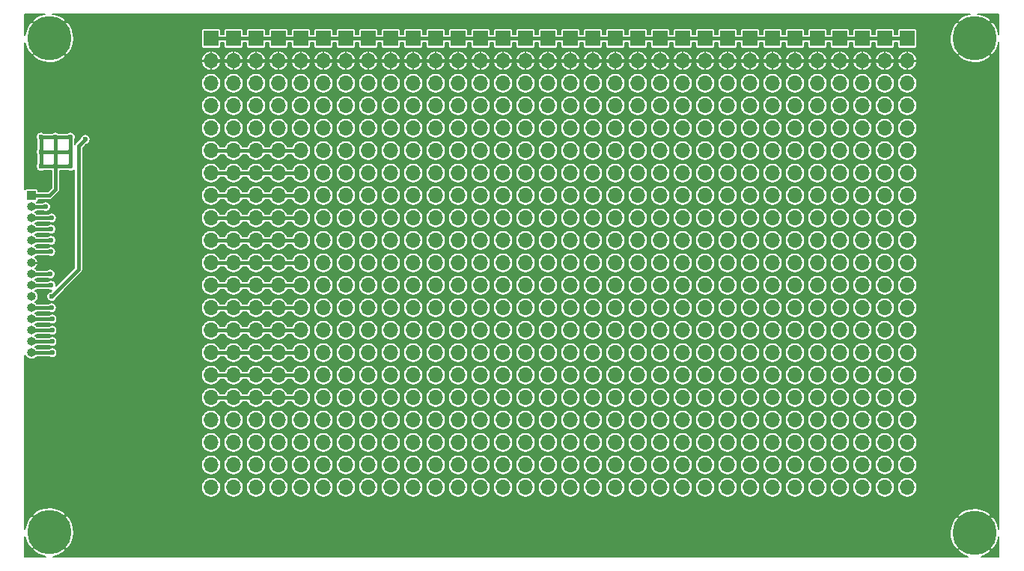
<source format=gbr>
%TF.GenerationSoftware,KiCad,Pcbnew,(5.1.6)-1*%
%TF.CreationDate,2020-08-25T07:27:34+03:00*%
%TF.ProjectId,15pinproto,31357069-6e70-4726-9f74-6f2e6b696361,rev?*%
%TF.SameCoordinates,Original*%
%TF.FileFunction,Copper,L2,Bot*%
%TF.FilePolarity,Positive*%
%FSLAX46Y46*%
G04 Gerber Fmt 4.6, Leading zero omitted, Abs format (unit mm)*
G04 Created by KiCad (PCBNEW (5.1.6)-1) date 2020-08-25 07:27:34*
%MOMM*%
%LPD*%
G01*
G04 APERTURE LIST*
%TA.AperFunction,ComponentPad*%
%ADD10R,1.000000X1.000000*%
%TD*%
%TA.AperFunction,ComponentPad*%
%ADD11O,1.000000X1.000000*%
%TD*%
%TA.AperFunction,ComponentPad*%
%ADD12O,1.700000X1.700000*%
%TD*%
%TA.AperFunction,ComponentPad*%
%ADD13R,1.700000X1.700000*%
%TD*%
%TA.AperFunction,ComponentPad*%
%ADD14C,5.000000*%
%TD*%
%TA.AperFunction,ViaPad*%
%ADD15C,0.600000*%
%TD*%
%TA.AperFunction,Conductor*%
%ADD16C,0.400000*%
%TD*%
%TA.AperFunction,Conductor*%
%ADD17C,0.150000*%
%TD*%
G04 APERTURE END LIST*
D10*
%TO.P,J33,1*%
%TO.N,FG*%
X111760000Y-111760000D03*
D11*
%TO.P,J33,2*%
%TO.N,TXD*%
X111760000Y-113030000D03*
%TO.P,J33,3*%
%TO.N,RXD*%
X111760000Y-114300000D03*
%TO.P,J33,4*%
%TO.N,RTS*%
X111760000Y-115570000D03*
%TO.P,J33,5*%
%TO.N,CTS*%
X111760000Y-116840000D03*
%TO.P,J33,6*%
%TO.N,PIN6*%
X111760000Y-118110000D03*
%TO.P,J33,7*%
%TO.N,GND*%
X111760000Y-119380000D03*
%TO.P,J33,8*%
%TO.N,CD*%
X111760000Y-120650000D03*
%TO.P,J33,9*%
%TO.N,PIN9*%
X111760000Y-121920000D03*
%TO.P,J33,10*%
%TO.N,VCC*%
X111760000Y-123190000D03*
%TO.P,J33,11*%
%TO.N,RR*%
X111760000Y-124460000D03*
%TO.P,J33,12*%
%TO.N,PIN12*%
X111760000Y-125730000D03*
%TO.P,J33,13*%
%TO.N,VCC2*%
X111760000Y-127000000D03*
%TO.P,J33,14*%
%TO.N,DTR*%
X111760000Y-128270000D03*
%TO.P,J33,15*%
%TO.N,PIN15*%
X111760000Y-129540000D03*
%TD*%
D12*
%TO.P,J32,21*%
%TO.N,N/C*%
X210820000Y-144780000D03*
%TO.P,J32,20*%
X210820000Y-142240000D03*
%TO.P,J32,19*%
X210820000Y-139700000D03*
%TO.P,J32,18*%
X210820000Y-137160000D03*
%TO.P,J32,17*%
X210820000Y-134620000D03*
%TO.P,J32,16*%
X210820000Y-132080000D03*
%TO.P,J32,15*%
X210820000Y-129540000D03*
%TO.P,J32,14*%
X210820000Y-127000000D03*
%TO.P,J32,13*%
X210820000Y-124460000D03*
%TO.P,J32,12*%
X210820000Y-121920000D03*
%TO.P,J32,11*%
X210820000Y-119380000D03*
%TO.P,J32,10*%
X210820000Y-116840000D03*
%TO.P,J32,9*%
X210820000Y-114300000D03*
%TO.P,J32,8*%
X210820000Y-111760000D03*
%TO.P,J32,7*%
X210820000Y-109220000D03*
%TO.P,J32,6*%
X210820000Y-106680000D03*
%TO.P,J32,5*%
X210820000Y-104140000D03*
%TO.P,J32,4*%
X210820000Y-101600000D03*
%TO.P,J32,3*%
X210820000Y-99060000D03*
%TO.P,J32,2*%
%TO.N,GND*%
X210820000Y-96520000D03*
D13*
%TO.P,J32,1*%
%TO.N,VCCBoard*%
X210820000Y-93980000D03*
%TD*%
D12*
%TO.P,J31,21*%
%TO.N,N/C*%
X208280000Y-144780000D03*
%TO.P,J31,20*%
X208280000Y-142240000D03*
%TO.P,J31,19*%
X208280000Y-139700000D03*
%TO.P,J31,18*%
X208280000Y-137160000D03*
%TO.P,J31,17*%
X208280000Y-134620000D03*
%TO.P,J31,16*%
X208280000Y-132080000D03*
%TO.P,J31,15*%
X208280000Y-129540000D03*
%TO.P,J31,14*%
X208280000Y-127000000D03*
%TO.P,J31,13*%
X208280000Y-124460000D03*
%TO.P,J31,12*%
X208280000Y-121920000D03*
%TO.P,J31,11*%
X208280000Y-119380000D03*
%TO.P,J31,10*%
X208280000Y-116840000D03*
%TO.P,J31,9*%
X208280000Y-114300000D03*
%TO.P,J31,8*%
X208280000Y-111760000D03*
%TO.P,J31,7*%
X208280000Y-109220000D03*
%TO.P,J31,6*%
X208280000Y-106680000D03*
%TO.P,J31,5*%
X208280000Y-104140000D03*
%TO.P,J31,4*%
X208280000Y-101600000D03*
%TO.P,J31,3*%
X208280000Y-99060000D03*
%TO.P,J31,2*%
%TO.N,GND*%
X208280000Y-96520000D03*
D13*
%TO.P,J31,1*%
%TO.N,VCCBoard*%
X208280000Y-93980000D03*
%TD*%
D12*
%TO.P,J30,21*%
%TO.N,N/C*%
X205740000Y-144780000D03*
%TO.P,J30,20*%
X205740000Y-142240000D03*
%TO.P,J30,19*%
X205740000Y-139700000D03*
%TO.P,J30,18*%
X205740000Y-137160000D03*
%TO.P,J30,17*%
X205740000Y-134620000D03*
%TO.P,J30,16*%
X205740000Y-132080000D03*
%TO.P,J30,15*%
X205740000Y-129540000D03*
%TO.P,J30,14*%
X205740000Y-127000000D03*
%TO.P,J30,13*%
X205740000Y-124460000D03*
%TO.P,J30,12*%
X205740000Y-121920000D03*
%TO.P,J30,11*%
X205740000Y-119380000D03*
%TO.P,J30,10*%
X205740000Y-116840000D03*
%TO.P,J30,9*%
X205740000Y-114300000D03*
%TO.P,J30,8*%
X205740000Y-111760000D03*
%TO.P,J30,7*%
X205740000Y-109220000D03*
%TO.P,J30,6*%
X205740000Y-106680000D03*
%TO.P,J30,5*%
X205740000Y-104140000D03*
%TO.P,J30,4*%
X205740000Y-101600000D03*
%TO.P,J30,3*%
X205740000Y-99060000D03*
%TO.P,J30,2*%
%TO.N,GND*%
X205740000Y-96520000D03*
D13*
%TO.P,J30,1*%
%TO.N,VCCBoard*%
X205740000Y-93980000D03*
%TD*%
D12*
%TO.P,J29,21*%
%TO.N,N/C*%
X203200000Y-144780000D03*
%TO.P,J29,20*%
X203200000Y-142240000D03*
%TO.P,J29,19*%
X203200000Y-139700000D03*
%TO.P,J29,18*%
X203200000Y-137160000D03*
%TO.P,J29,17*%
X203200000Y-134620000D03*
%TO.P,J29,16*%
X203200000Y-132080000D03*
%TO.P,J29,15*%
X203200000Y-129540000D03*
%TO.P,J29,14*%
X203200000Y-127000000D03*
%TO.P,J29,13*%
X203200000Y-124460000D03*
%TO.P,J29,12*%
X203200000Y-121920000D03*
%TO.P,J29,11*%
X203200000Y-119380000D03*
%TO.P,J29,10*%
X203200000Y-116840000D03*
%TO.P,J29,9*%
X203200000Y-114300000D03*
%TO.P,J29,8*%
X203200000Y-111760000D03*
%TO.P,J29,7*%
X203200000Y-109220000D03*
%TO.P,J29,6*%
X203200000Y-106680000D03*
%TO.P,J29,5*%
X203200000Y-104140000D03*
%TO.P,J29,4*%
X203200000Y-101600000D03*
%TO.P,J29,3*%
X203200000Y-99060000D03*
%TO.P,J29,2*%
%TO.N,GND*%
X203200000Y-96520000D03*
D13*
%TO.P,J29,1*%
%TO.N,VCCBoard*%
X203200000Y-93980000D03*
%TD*%
D12*
%TO.P,J28,21*%
%TO.N,N/C*%
X200660000Y-144780000D03*
%TO.P,J28,20*%
X200660000Y-142240000D03*
%TO.P,J28,19*%
X200660000Y-139700000D03*
%TO.P,J28,18*%
X200660000Y-137160000D03*
%TO.P,J28,17*%
X200660000Y-134620000D03*
%TO.P,J28,16*%
X200660000Y-132080000D03*
%TO.P,J28,15*%
X200660000Y-129540000D03*
%TO.P,J28,14*%
X200660000Y-127000000D03*
%TO.P,J28,13*%
X200660000Y-124460000D03*
%TO.P,J28,12*%
X200660000Y-121920000D03*
%TO.P,J28,11*%
X200660000Y-119380000D03*
%TO.P,J28,10*%
X200660000Y-116840000D03*
%TO.P,J28,9*%
X200660000Y-114300000D03*
%TO.P,J28,8*%
X200660000Y-111760000D03*
%TO.P,J28,7*%
X200660000Y-109220000D03*
%TO.P,J28,6*%
X200660000Y-106680000D03*
%TO.P,J28,5*%
X200660000Y-104140000D03*
%TO.P,J28,4*%
X200660000Y-101600000D03*
%TO.P,J28,3*%
X200660000Y-99060000D03*
%TO.P,J28,2*%
%TO.N,GND*%
X200660000Y-96520000D03*
D13*
%TO.P,J28,1*%
%TO.N,VCCBoard*%
X200660000Y-93980000D03*
%TD*%
D12*
%TO.P,J27,21*%
%TO.N,N/C*%
X198120000Y-144780000D03*
%TO.P,J27,20*%
X198120000Y-142240000D03*
%TO.P,J27,19*%
X198120000Y-139700000D03*
%TO.P,J27,18*%
X198120000Y-137160000D03*
%TO.P,J27,17*%
X198120000Y-134620000D03*
%TO.P,J27,16*%
X198120000Y-132080000D03*
%TO.P,J27,15*%
X198120000Y-129540000D03*
%TO.P,J27,14*%
X198120000Y-127000000D03*
%TO.P,J27,13*%
X198120000Y-124460000D03*
%TO.P,J27,12*%
X198120000Y-121920000D03*
%TO.P,J27,11*%
X198120000Y-119380000D03*
%TO.P,J27,10*%
X198120000Y-116840000D03*
%TO.P,J27,9*%
X198120000Y-114300000D03*
%TO.P,J27,8*%
X198120000Y-111760000D03*
%TO.P,J27,7*%
X198120000Y-109220000D03*
%TO.P,J27,6*%
X198120000Y-106680000D03*
%TO.P,J27,5*%
X198120000Y-104140000D03*
%TO.P,J27,4*%
X198120000Y-101600000D03*
%TO.P,J27,3*%
X198120000Y-99060000D03*
%TO.P,J27,2*%
%TO.N,GND*%
X198120000Y-96520000D03*
D13*
%TO.P,J27,1*%
%TO.N,VCCBoard*%
X198120000Y-93980000D03*
%TD*%
D12*
%TO.P,J26,21*%
%TO.N,N/C*%
X195580000Y-144780000D03*
%TO.P,J26,20*%
X195580000Y-142240000D03*
%TO.P,J26,19*%
X195580000Y-139700000D03*
%TO.P,J26,18*%
X195580000Y-137160000D03*
%TO.P,J26,17*%
X195580000Y-134620000D03*
%TO.P,J26,16*%
X195580000Y-132080000D03*
%TO.P,J26,15*%
X195580000Y-129540000D03*
%TO.P,J26,14*%
X195580000Y-127000000D03*
%TO.P,J26,13*%
X195580000Y-124460000D03*
%TO.P,J26,12*%
X195580000Y-121920000D03*
%TO.P,J26,11*%
X195580000Y-119380000D03*
%TO.P,J26,10*%
X195580000Y-116840000D03*
%TO.P,J26,9*%
X195580000Y-114300000D03*
%TO.P,J26,8*%
X195580000Y-111760000D03*
%TO.P,J26,7*%
X195580000Y-109220000D03*
%TO.P,J26,6*%
X195580000Y-106680000D03*
%TO.P,J26,5*%
X195580000Y-104140000D03*
%TO.P,J26,4*%
X195580000Y-101600000D03*
%TO.P,J26,3*%
X195580000Y-99060000D03*
%TO.P,J26,2*%
%TO.N,GND*%
X195580000Y-96520000D03*
D13*
%TO.P,J26,1*%
%TO.N,VCCBoard*%
X195580000Y-93980000D03*
%TD*%
D12*
%TO.P,J25,21*%
%TO.N,N/C*%
X193040000Y-144780000D03*
%TO.P,J25,20*%
X193040000Y-142240000D03*
%TO.P,J25,19*%
X193040000Y-139700000D03*
%TO.P,J25,18*%
X193040000Y-137160000D03*
%TO.P,J25,17*%
X193040000Y-134620000D03*
%TO.P,J25,16*%
X193040000Y-132080000D03*
%TO.P,J25,15*%
X193040000Y-129540000D03*
%TO.P,J25,14*%
X193040000Y-127000000D03*
%TO.P,J25,13*%
X193040000Y-124460000D03*
%TO.P,J25,12*%
X193040000Y-121920000D03*
%TO.P,J25,11*%
X193040000Y-119380000D03*
%TO.P,J25,10*%
X193040000Y-116840000D03*
%TO.P,J25,9*%
X193040000Y-114300000D03*
%TO.P,J25,8*%
X193040000Y-111760000D03*
%TO.P,J25,7*%
X193040000Y-109220000D03*
%TO.P,J25,6*%
X193040000Y-106680000D03*
%TO.P,J25,5*%
X193040000Y-104140000D03*
%TO.P,J25,4*%
X193040000Y-101600000D03*
%TO.P,J25,3*%
X193040000Y-99060000D03*
%TO.P,J25,2*%
%TO.N,GND*%
X193040000Y-96520000D03*
D13*
%TO.P,J25,1*%
%TO.N,VCCBoard*%
X193040000Y-93980000D03*
%TD*%
D12*
%TO.P,J24,21*%
%TO.N,N/C*%
X190500000Y-144780000D03*
%TO.P,J24,20*%
X190500000Y-142240000D03*
%TO.P,J24,19*%
X190500000Y-139700000D03*
%TO.P,J24,18*%
X190500000Y-137160000D03*
%TO.P,J24,17*%
X190500000Y-134620000D03*
%TO.P,J24,16*%
X190500000Y-132080000D03*
%TO.P,J24,15*%
X190500000Y-129540000D03*
%TO.P,J24,14*%
X190500000Y-127000000D03*
%TO.P,J24,13*%
X190500000Y-124460000D03*
%TO.P,J24,12*%
X190500000Y-121920000D03*
%TO.P,J24,11*%
X190500000Y-119380000D03*
%TO.P,J24,10*%
X190500000Y-116840000D03*
%TO.P,J24,9*%
X190500000Y-114300000D03*
%TO.P,J24,8*%
X190500000Y-111760000D03*
%TO.P,J24,7*%
X190500000Y-109220000D03*
%TO.P,J24,6*%
X190500000Y-106680000D03*
%TO.P,J24,5*%
X190500000Y-104140000D03*
%TO.P,J24,4*%
X190500000Y-101600000D03*
%TO.P,J24,3*%
X190500000Y-99060000D03*
%TO.P,J24,2*%
%TO.N,GND*%
X190500000Y-96520000D03*
D13*
%TO.P,J24,1*%
%TO.N,VCCBoard*%
X190500000Y-93980000D03*
%TD*%
D12*
%TO.P,J23,21*%
%TO.N,N/C*%
X187960000Y-144780000D03*
%TO.P,J23,20*%
X187960000Y-142240000D03*
%TO.P,J23,19*%
X187960000Y-139700000D03*
%TO.P,J23,18*%
X187960000Y-137160000D03*
%TO.P,J23,17*%
X187960000Y-134620000D03*
%TO.P,J23,16*%
X187960000Y-132080000D03*
%TO.P,J23,15*%
X187960000Y-129540000D03*
%TO.P,J23,14*%
X187960000Y-127000000D03*
%TO.P,J23,13*%
X187960000Y-124460000D03*
%TO.P,J23,12*%
X187960000Y-121920000D03*
%TO.P,J23,11*%
X187960000Y-119380000D03*
%TO.P,J23,10*%
X187960000Y-116840000D03*
%TO.P,J23,9*%
X187960000Y-114300000D03*
%TO.P,J23,8*%
X187960000Y-111760000D03*
%TO.P,J23,7*%
X187960000Y-109220000D03*
%TO.P,J23,6*%
X187960000Y-106680000D03*
%TO.P,J23,5*%
X187960000Y-104140000D03*
%TO.P,J23,4*%
X187960000Y-101600000D03*
%TO.P,J23,3*%
X187960000Y-99060000D03*
%TO.P,J23,2*%
%TO.N,GND*%
X187960000Y-96520000D03*
D13*
%TO.P,J23,1*%
%TO.N,VCCBoard*%
X187960000Y-93980000D03*
%TD*%
D12*
%TO.P,J22,21*%
%TO.N,N/C*%
X185420000Y-144780000D03*
%TO.P,J22,20*%
X185420000Y-142240000D03*
%TO.P,J22,19*%
X185420000Y-139700000D03*
%TO.P,J22,18*%
X185420000Y-137160000D03*
%TO.P,J22,17*%
X185420000Y-134620000D03*
%TO.P,J22,16*%
X185420000Y-132080000D03*
%TO.P,J22,15*%
X185420000Y-129540000D03*
%TO.P,J22,14*%
X185420000Y-127000000D03*
%TO.P,J22,13*%
X185420000Y-124460000D03*
%TO.P,J22,12*%
X185420000Y-121920000D03*
%TO.P,J22,11*%
X185420000Y-119380000D03*
%TO.P,J22,10*%
X185420000Y-116840000D03*
%TO.P,J22,9*%
X185420000Y-114300000D03*
%TO.P,J22,8*%
X185420000Y-111760000D03*
%TO.P,J22,7*%
X185420000Y-109220000D03*
%TO.P,J22,6*%
X185420000Y-106680000D03*
%TO.P,J22,5*%
X185420000Y-104140000D03*
%TO.P,J22,4*%
X185420000Y-101600000D03*
%TO.P,J22,3*%
X185420000Y-99060000D03*
%TO.P,J22,2*%
%TO.N,GND*%
X185420000Y-96520000D03*
D13*
%TO.P,J22,1*%
%TO.N,VCCBoard*%
X185420000Y-93980000D03*
%TD*%
D12*
%TO.P,J21,21*%
%TO.N,N/C*%
X182880000Y-144780000D03*
%TO.P,J21,20*%
X182880000Y-142240000D03*
%TO.P,J21,19*%
X182880000Y-139700000D03*
%TO.P,J21,18*%
X182880000Y-137160000D03*
%TO.P,J21,17*%
X182880000Y-134620000D03*
%TO.P,J21,16*%
X182880000Y-132080000D03*
%TO.P,J21,15*%
X182880000Y-129540000D03*
%TO.P,J21,14*%
X182880000Y-127000000D03*
%TO.P,J21,13*%
X182880000Y-124460000D03*
%TO.P,J21,12*%
X182880000Y-121920000D03*
%TO.P,J21,11*%
X182880000Y-119380000D03*
%TO.P,J21,10*%
X182880000Y-116840000D03*
%TO.P,J21,9*%
X182880000Y-114300000D03*
%TO.P,J21,8*%
X182880000Y-111760000D03*
%TO.P,J21,7*%
X182880000Y-109220000D03*
%TO.P,J21,6*%
X182880000Y-106680000D03*
%TO.P,J21,5*%
X182880000Y-104140000D03*
%TO.P,J21,4*%
X182880000Y-101600000D03*
%TO.P,J21,3*%
X182880000Y-99060000D03*
%TO.P,J21,2*%
%TO.N,GND*%
X182880000Y-96520000D03*
D13*
%TO.P,J21,1*%
%TO.N,VCCBoard*%
X182880000Y-93980000D03*
%TD*%
D12*
%TO.P,J20,21*%
%TO.N,N/C*%
X180340000Y-144780000D03*
%TO.P,J20,20*%
X180340000Y-142240000D03*
%TO.P,J20,19*%
X180340000Y-139700000D03*
%TO.P,J20,18*%
X180340000Y-137160000D03*
%TO.P,J20,17*%
X180340000Y-134620000D03*
%TO.P,J20,16*%
X180340000Y-132080000D03*
%TO.P,J20,15*%
X180340000Y-129540000D03*
%TO.P,J20,14*%
X180340000Y-127000000D03*
%TO.P,J20,13*%
X180340000Y-124460000D03*
%TO.P,J20,12*%
X180340000Y-121920000D03*
%TO.P,J20,11*%
X180340000Y-119380000D03*
%TO.P,J20,10*%
X180340000Y-116840000D03*
%TO.P,J20,9*%
X180340000Y-114300000D03*
%TO.P,J20,8*%
X180340000Y-111760000D03*
%TO.P,J20,7*%
X180340000Y-109220000D03*
%TO.P,J20,6*%
X180340000Y-106680000D03*
%TO.P,J20,5*%
X180340000Y-104140000D03*
%TO.P,J20,4*%
X180340000Y-101600000D03*
%TO.P,J20,3*%
X180340000Y-99060000D03*
%TO.P,J20,2*%
%TO.N,GND*%
X180340000Y-96520000D03*
D13*
%TO.P,J20,1*%
%TO.N,VCCBoard*%
X180340000Y-93980000D03*
%TD*%
D12*
%TO.P,J19,21*%
%TO.N,N/C*%
X177800000Y-144780000D03*
%TO.P,J19,20*%
X177800000Y-142240000D03*
%TO.P,J19,19*%
X177800000Y-139700000D03*
%TO.P,J19,18*%
X177800000Y-137160000D03*
%TO.P,J19,17*%
X177800000Y-134620000D03*
%TO.P,J19,16*%
X177800000Y-132080000D03*
%TO.P,J19,15*%
X177800000Y-129540000D03*
%TO.P,J19,14*%
X177800000Y-127000000D03*
%TO.P,J19,13*%
X177800000Y-124460000D03*
%TO.P,J19,12*%
X177800000Y-121920000D03*
%TO.P,J19,11*%
X177800000Y-119380000D03*
%TO.P,J19,10*%
X177800000Y-116840000D03*
%TO.P,J19,9*%
X177800000Y-114300000D03*
%TO.P,J19,8*%
X177800000Y-111760000D03*
%TO.P,J19,7*%
X177800000Y-109220000D03*
%TO.P,J19,6*%
X177800000Y-106680000D03*
%TO.P,J19,5*%
X177800000Y-104140000D03*
%TO.P,J19,4*%
X177800000Y-101600000D03*
%TO.P,J19,3*%
X177800000Y-99060000D03*
%TO.P,J19,2*%
%TO.N,GND*%
X177800000Y-96520000D03*
D13*
%TO.P,J19,1*%
%TO.N,VCCBoard*%
X177800000Y-93980000D03*
%TD*%
D12*
%TO.P,J18,21*%
%TO.N,N/C*%
X175260000Y-144780000D03*
%TO.P,J18,20*%
X175260000Y-142240000D03*
%TO.P,J18,19*%
X175260000Y-139700000D03*
%TO.P,J18,18*%
X175260000Y-137160000D03*
%TO.P,J18,17*%
X175260000Y-134620000D03*
%TO.P,J18,16*%
X175260000Y-132080000D03*
%TO.P,J18,15*%
X175260000Y-129540000D03*
%TO.P,J18,14*%
X175260000Y-127000000D03*
%TO.P,J18,13*%
X175260000Y-124460000D03*
%TO.P,J18,12*%
X175260000Y-121920000D03*
%TO.P,J18,11*%
X175260000Y-119380000D03*
%TO.P,J18,10*%
X175260000Y-116840000D03*
%TO.P,J18,9*%
X175260000Y-114300000D03*
%TO.P,J18,8*%
X175260000Y-111760000D03*
%TO.P,J18,7*%
X175260000Y-109220000D03*
%TO.P,J18,6*%
X175260000Y-106680000D03*
%TO.P,J18,5*%
X175260000Y-104140000D03*
%TO.P,J18,4*%
X175260000Y-101600000D03*
%TO.P,J18,3*%
X175260000Y-99060000D03*
%TO.P,J18,2*%
%TO.N,GND*%
X175260000Y-96520000D03*
D13*
%TO.P,J18,1*%
%TO.N,VCCBoard*%
X175260000Y-93980000D03*
%TD*%
D12*
%TO.P,J17,21*%
%TO.N,N/C*%
X172720000Y-144780000D03*
%TO.P,J17,20*%
X172720000Y-142240000D03*
%TO.P,J17,19*%
X172720000Y-139700000D03*
%TO.P,J17,18*%
X172720000Y-137160000D03*
%TO.P,J17,17*%
X172720000Y-134620000D03*
%TO.P,J17,16*%
X172720000Y-132080000D03*
%TO.P,J17,15*%
X172720000Y-129540000D03*
%TO.P,J17,14*%
X172720000Y-127000000D03*
%TO.P,J17,13*%
X172720000Y-124460000D03*
%TO.P,J17,12*%
X172720000Y-121920000D03*
%TO.P,J17,11*%
X172720000Y-119380000D03*
%TO.P,J17,10*%
X172720000Y-116840000D03*
%TO.P,J17,9*%
X172720000Y-114300000D03*
%TO.P,J17,8*%
X172720000Y-111760000D03*
%TO.P,J17,7*%
X172720000Y-109220000D03*
%TO.P,J17,6*%
X172720000Y-106680000D03*
%TO.P,J17,5*%
X172720000Y-104140000D03*
%TO.P,J17,4*%
X172720000Y-101600000D03*
%TO.P,J17,3*%
X172720000Y-99060000D03*
%TO.P,J17,2*%
%TO.N,GND*%
X172720000Y-96520000D03*
D13*
%TO.P,J17,1*%
%TO.N,VCCBoard*%
X172720000Y-93980000D03*
%TD*%
D12*
%TO.P,J16,21*%
%TO.N,N/C*%
X170180000Y-144780000D03*
%TO.P,J16,20*%
X170180000Y-142240000D03*
%TO.P,J16,19*%
X170180000Y-139700000D03*
%TO.P,J16,18*%
X170180000Y-137160000D03*
%TO.P,J16,17*%
X170180000Y-134620000D03*
%TO.P,J16,16*%
X170180000Y-132080000D03*
%TO.P,J16,15*%
X170180000Y-129540000D03*
%TO.P,J16,14*%
X170180000Y-127000000D03*
%TO.P,J16,13*%
X170180000Y-124460000D03*
%TO.P,J16,12*%
X170180000Y-121920000D03*
%TO.P,J16,11*%
X170180000Y-119380000D03*
%TO.P,J16,10*%
X170180000Y-116840000D03*
%TO.P,J16,9*%
X170180000Y-114300000D03*
%TO.P,J16,8*%
X170180000Y-111760000D03*
%TO.P,J16,7*%
X170180000Y-109220000D03*
%TO.P,J16,6*%
X170180000Y-106680000D03*
%TO.P,J16,5*%
X170180000Y-104140000D03*
%TO.P,J16,4*%
X170180000Y-101600000D03*
%TO.P,J16,3*%
X170180000Y-99060000D03*
%TO.P,J16,2*%
%TO.N,GND*%
X170180000Y-96520000D03*
D13*
%TO.P,J16,1*%
%TO.N,VCCBoard*%
X170180000Y-93980000D03*
%TD*%
D12*
%TO.P,J15,21*%
%TO.N,N/C*%
X167640000Y-144780000D03*
%TO.P,J15,20*%
X167640000Y-142240000D03*
%TO.P,J15,19*%
X167640000Y-139700000D03*
%TO.P,J15,18*%
X167640000Y-137160000D03*
%TO.P,J15,17*%
X167640000Y-134620000D03*
%TO.P,J15,16*%
X167640000Y-132080000D03*
%TO.P,J15,15*%
X167640000Y-129540000D03*
%TO.P,J15,14*%
X167640000Y-127000000D03*
%TO.P,J15,13*%
X167640000Y-124460000D03*
%TO.P,J15,12*%
X167640000Y-121920000D03*
%TO.P,J15,11*%
X167640000Y-119380000D03*
%TO.P,J15,10*%
X167640000Y-116840000D03*
%TO.P,J15,9*%
X167640000Y-114300000D03*
%TO.P,J15,8*%
X167640000Y-111760000D03*
%TO.P,J15,7*%
X167640000Y-109220000D03*
%TO.P,J15,6*%
X167640000Y-106680000D03*
%TO.P,J15,5*%
X167640000Y-104140000D03*
%TO.P,J15,4*%
X167640000Y-101600000D03*
%TO.P,J15,3*%
X167640000Y-99060000D03*
%TO.P,J15,2*%
%TO.N,GND*%
X167640000Y-96520000D03*
D13*
%TO.P,J15,1*%
%TO.N,VCCBoard*%
X167640000Y-93980000D03*
%TD*%
D12*
%TO.P,J14,21*%
%TO.N,N/C*%
X165100000Y-144780000D03*
%TO.P,J14,20*%
X165100000Y-142240000D03*
%TO.P,J14,19*%
X165100000Y-139700000D03*
%TO.P,J14,18*%
X165100000Y-137160000D03*
%TO.P,J14,17*%
X165100000Y-134620000D03*
%TO.P,J14,16*%
X165100000Y-132080000D03*
%TO.P,J14,15*%
X165100000Y-129540000D03*
%TO.P,J14,14*%
X165100000Y-127000000D03*
%TO.P,J14,13*%
X165100000Y-124460000D03*
%TO.P,J14,12*%
X165100000Y-121920000D03*
%TO.P,J14,11*%
X165100000Y-119380000D03*
%TO.P,J14,10*%
X165100000Y-116840000D03*
%TO.P,J14,9*%
X165100000Y-114300000D03*
%TO.P,J14,8*%
X165100000Y-111760000D03*
%TO.P,J14,7*%
X165100000Y-109220000D03*
%TO.P,J14,6*%
X165100000Y-106680000D03*
%TO.P,J14,5*%
X165100000Y-104140000D03*
%TO.P,J14,4*%
X165100000Y-101600000D03*
%TO.P,J14,3*%
X165100000Y-99060000D03*
%TO.P,J14,2*%
%TO.N,GND*%
X165100000Y-96520000D03*
D13*
%TO.P,J14,1*%
%TO.N,VCCBoard*%
X165100000Y-93980000D03*
%TD*%
D12*
%TO.P,J13,21*%
%TO.N,N/C*%
X162560000Y-144780000D03*
%TO.P,J13,20*%
X162560000Y-142240000D03*
%TO.P,J13,19*%
X162560000Y-139700000D03*
%TO.P,J13,18*%
X162560000Y-137160000D03*
%TO.P,J13,17*%
X162560000Y-134620000D03*
%TO.P,J13,16*%
X162560000Y-132080000D03*
%TO.P,J13,15*%
X162560000Y-129540000D03*
%TO.P,J13,14*%
X162560000Y-127000000D03*
%TO.P,J13,13*%
X162560000Y-124460000D03*
%TO.P,J13,12*%
X162560000Y-121920000D03*
%TO.P,J13,11*%
X162560000Y-119380000D03*
%TO.P,J13,10*%
X162560000Y-116840000D03*
%TO.P,J13,9*%
X162560000Y-114300000D03*
%TO.P,J13,8*%
X162560000Y-111760000D03*
%TO.P,J13,7*%
X162560000Y-109220000D03*
%TO.P,J13,6*%
X162560000Y-106680000D03*
%TO.P,J13,5*%
X162560000Y-104140000D03*
%TO.P,J13,4*%
X162560000Y-101600000D03*
%TO.P,J13,3*%
X162560000Y-99060000D03*
%TO.P,J13,2*%
%TO.N,GND*%
X162560000Y-96520000D03*
D13*
%TO.P,J13,1*%
%TO.N,VCCBoard*%
X162560000Y-93980000D03*
%TD*%
D12*
%TO.P,J12,21*%
%TO.N,N/C*%
X160020000Y-144780000D03*
%TO.P,J12,20*%
X160020000Y-142240000D03*
%TO.P,J12,19*%
X160020000Y-139700000D03*
%TO.P,J12,18*%
X160020000Y-137160000D03*
%TO.P,J12,17*%
X160020000Y-134620000D03*
%TO.P,J12,16*%
X160020000Y-132080000D03*
%TO.P,J12,15*%
X160020000Y-129540000D03*
%TO.P,J12,14*%
X160020000Y-127000000D03*
%TO.P,J12,13*%
X160020000Y-124460000D03*
%TO.P,J12,12*%
X160020000Y-121920000D03*
%TO.P,J12,11*%
X160020000Y-119380000D03*
%TO.P,J12,10*%
X160020000Y-116840000D03*
%TO.P,J12,9*%
X160020000Y-114300000D03*
%TO.P,J12,8*%
X160020000Y-111760000D03*
%TO.P,J12,7*%
X160020000Y-109220000D03*
%TO.P,J12,6*%
X160020000Y-106680000D03*
%TO.P,J12,5*%
X160020000Y-104140000D03*
%TO.P,J12,4*%
X160020000Y-101600000D03*
%TO.P,J12,3*%
X160020000Y-99060000D03*
%TO.P,J12,2*%
%TO.N,GND*%
X160020000Y-96520000D03*
D13*
%TO.P,J12,1*%
%TO.N,VCCBoard*%
X160020000Y-93980000D03*
%TD*%
D12*
%TO.P,J11,21*%
%TO.N,N/C*%
X157480000Y-144780000D03*
%TO.P,J11,20*%
X157480000Y-142240000D03*
%TO.P,J11,19*%
X157480000Y-139700000D03*
%TO.P,J11,18*%
X157480000Y-137160000D03*
%TO.P,J11,17*%
X157480000Y-134620000D03*
%TO.P,J11,16*%
X157480000Y-132080000D03*
%TO.P,J11,15*%
X157480000Y-129540000D03*
%TO.P,J11,14*%
X157480000Y-127000000D03*
%TO.P,J11,13*%
X157480000Y-124460000D03*
%TO.P,J11,12*%
X157480000Y-121920000D03*
%TO.P,J11,11*%
X157480000Y-119380000D03*
%TO.P,J11,10*%
X157480000Y-116840000D03*
%TO.P,J11,9*%
X157480000Y-114300000D03*
%TO.P,J11,8*%
X157480000Y-111760000D03*
%TO.P,J11,7*%
X157480000Y-109220000D03*
%TO.P,J11,6*%
X157480000Y-106680000D03*
%TO.P,J11,5*%
X157480000Y-104140000D03*
%TO.P,J11,4*%
X157480000Y-101600000D03*
%TO.P,J11,3*%
X157480000Y-99060000D03*
%TO.P,J11,2*%
%TO.N,GND*%
X157480000Y-96520000D03*
D13*
%TO.P,J11,1*%
%TO.N,VCCBoard*%
X157480000Y-93980000D03*
%TD*%
D12*
%TO.P,J10,21*%
%TO.N,N/C*%
X154940000Y-144780000D03*
%TO.P,J10,20*%
X154940000Y-142240000D03*
%TO.P,J10,19*%
X154940000Y-139700000D03*
%TO.P,J10,18*%
X154940000Y-137160000D03*
%TO.P,J10,17*%
X154940000Y-134620000D03*
%TO.P,J10,16*%
X154940000Y-132080000D03*
%TO.P,J10,15*%
X154940000Y-129540000D03*
%TO.P,J10,14*%
X154940000Y-127000000D03*
%TO.P,J10,13*%
X154940000Y-124460000D03*
%TO.P,J10,12*%
X154940000Y-121920000D03*
%TO.P,J10,11*%
X154940000Y-119380000D03*
%TO.P,J10,10*%
X154940000Y-116840000D03*
%TO.P,J10,9*%
X154940000Y-114300000D03*
%TO.P,J10,8*%
X154940000Y-111760000D03*
%TO.P,J10,7*%
X154940000Y-109220000D03*
%TO.P,J10,6*%
X154940000Y-106680000D03*
%TO.P,J10,5*%
X154940000Y-104140000D03*
%TO.P,J10,4*%
X154940000Y-101600000D03*
%TO.P,J10,3*%
X154940000Y-99060000D03*
%TO.P,J10,2*%
%TO.N,GND*%
X154940000Y-96520000D03*
D13*
%TO.P,J10,1*%
%TO.N,VCCBoard*%
X154940000Y-93980000D03*
%TD*%
D12*
%TO.P,J9,21*%
%TO.N,N/C*%
X152400000Y-144780000D03*
%TO.P,J9,20*%
X152400000Y-142240000D03*
%TO.P,J9,19*%
X152400000Y-139700000D03*
%TO.P,J9,18*%
X152400000Y-137160000D03*
%TO.P,J9,17*%
X152400000Y-134620000D03*
%TO.P,J9,16*%
X152400000Y-132080000D03*
%TO.P,J9,15*%
X152400000Y-129540000D03*
%TO.P,J9,14*%
X152400000Y-127000000D03*
%TO.P,J9,13*%
X152400000Y-124460000D03*
%TO.P,J9,12*%
X152400000Y-121920000D03*
%TO.P,J9,11*%
X152400000Y-119380000D03*
%TO.P,J9,10*%
X152400000Y-116840000D03*
%TO.P,J9,9*%
X152400000Y-114300000D03*
%TO.P,J9,8*%
X152400000Y-111760000D03*
%TO.P,J9,7*%
X152400000Y-109220000D03*
%TO.P,J9,6*%
X152400000Y-106680000D03*
%TO.P,J9,5*%
X152400000Y-104140000D03*
%TO.P,J9,4*%
X152400000Y-101600000D03*
%TO.P,J9,3*%
X152400000Y-99060000D03*
%TO.P,J9,2*%
%TO.N,GND*%
X152400000Y-96520000D03*
D13*
%TO.P,J9,1*%
%TO.N,VCCBoard*%
X152400000Y-93980000D03*
%TD*%
D12*
%TO.P,J8,21*%
%TO.N,N/C*%
X149860000Y-144780000D03*
%TO.P,J8,20*%
X149860000Y-142240000D03*
%TO.P,J8,19*%
X149860000Y-139700000D03*
%TO.P,J8,18*%
X149860000Y-137160000D03*
%TO.P,J8,17*%
X149860000Y-134620000D03*
%TO.P,J8,16*%
X149860000Y-132080000D03*
%TO.P,J8,15*%
X149860000Y-129540000D03*
%TO.P,J8,14*%
X149860000Y-127000000D03*
%TO.P,J8,13*%
X149860000Y-124460000D03*
%TO.P,J8,12*%
X149860000Y-121920000D03*
%TO.P,J8,11*%
X149860000Y-119380000D03*
%TO.P,J8,10*%
X149860000Y-116840000D03*
%TO.P,J8,9*%
X149860000Y-114300000D03*
%TO.P,J8,8*%
X149860000Y-111760000D03*
%TO.P,J8,7*%
X149860000Y-109220000D03*
%TO.P,J8,6*%
X149860000Y-106680000D03*
%TO.P,J8,5*%
X149860000Y-104140000D03*
%TO.P,J8,4*%
X149860000Y-101600000D03*
%TO.P,J8,3*%
X149860000Y-99060000D03*
%TO.P,J8,2*%
%TO.N,GND*%
X149860000Y-96520000D03*
D13*
%TO.P,J8,1*%
%TO.N,VCCBoard*%
X149860000Y-93980000D03*
%TD*%
D12*
%TO.P,J7,21*%
%TO.N,N/C*%
X147320000Y-144780000D03*
%TO.P,J7,20*%
X147320000Y-142240000D03*
%TO.P,J7,19*%
X147320000Y-139700000D03*
%TO.P,J7,18*%
X147320000Y-137160000D03*
%TO.P,J7,17*%
X147320000Y-134620000D03*
%TO.P,J7,16*%
X147320000Y-132080000D03*
%TO.P,J7,15*%
X147320000Y-129540000D03*
%TO.P,J7,14*%
X147320000Y-127000000D03*
%TO.P,J7,13*%
X147320000Y-124460000D03*
%TO.P,J7,12*%
X147320000Y-121920000D03*
%TO.P,J7,11*%
X147320000Y-119380000D03*
%TO.P,J7,10*%
X147320000Y-116840000D03*
%TO.P,J7,9*%
X147320000Y-114300000D03*
%TO.P,J7,8*%
X147320000Y-111760000D03*
%TO.P,J7,7*%
X147320000Y-109220000D03*
%TO.P,J7,6*%
X147320000Y-106680000D03*
%TO.P,J7,5*%
X147320000Y-104140000D03*
%TO.P,J7,4*%
X147320000Y-101600000D03*
%TO.P,J7,3*%
X147320000Y-99060000D03*
%TO.P,J7,2*%
%TO.N,GND*%
X147320000Y-96520000D03*
D13*
%TO.P,J7,1*%
%TO.N,VCCBoard*%
X147320000Y-93980000D03*
%TD*%
D12*
%TO.P,J6,21*%
%TO.N,N/C*%
X144780000Y-144780000D03*
%TO.P,J6,20*%
X144780000Y-142240000D03*
%TO.P,J6,19*%
X144780000Y-139700000D03*
%TO.P,J6,18*%
X144780000Y-137160000D03*
%TO.P,J6,17*%
X144780000Y-134620000D03*
%TO.P,J6,16*%
X144780000Y-132080000D03*
%TO.P,J6,15*%
X144780000Y-129540000D03*
%TO.P,J6,14*%
X144780000Y-127000000D03*
%TO.P,J6,13*%
X144780000Y-124460000D03*
%TO.P,J6,12*%
X144780000Y-121920000D03*
%TO.P,J6,11*%
X144780000Y-119380000D03*
%TO.P,J6,10*%
X144780000Y-116840000D03*
%TO.P,J6,9*%
X144780000Y-114300000D03*
%TO.P,J6,8*%
X144780000Y-111760000D03*
%TO.P,J6,7*%
X144780000Y-109220000D03*
%TO.P,J6,6*%
X144780000Y-106680000D03*
%TO.P,J6,5*%
X144780000Y-104140000D03*
%TO.P,J6,4*%
X144780000Y-101600000D03*
%TO.P,J6,3*%
X144780000Y-99060000D03*
%TO.P,J6,2*%
%TO.N,GND*%
X144780000Y-96520000D03*
D13*
%TO.P,J6,1*%
%TO.N,VCCBoard*%
X144780000Y-93980000D03*
%TD*%
D12*
%TO.P,J5,21*%
%TO.N,N/C*%
X142240000Y-144780000D03*
%TO.P,J5,20*%
X142240000Y-142240000D03*
%TO.P,J5,19*%
X142240000Y-139700000D03*
%TO.P,J5,18*%
X142240000Y-137160000D03*
%TO.P,J5,17*%
%TO.N,PIN15*%
X142240000Y-134620000D03*
%TO.P,J5,16*%
%TO.N,DTR*%
X142240000Y-132080000D03*
%TO.P,J5,15*%
%TO.N,VCC2*%
X142240000Y-129540000D03*
%TO.P,J5,14*%
%TO.N,PIN12*%
X142240000Y-127000000D03*
%TO.P,J5,13*%
%TO.N,RR*%
X142240000Y-124460000D03*
%TO.P,J5,12*%
%TO.N,PIN9*%
X142240000Y-121920000D03*
%TO.P,J5,11*%
%TO.N,CD*%
X142240000Y-119380000D03*
%TO.P,J5,10*%
%TO.N,PIN6*%
X142240000Y-116840000D03*
%TO.P,J5,9*%
%TO.N,CTS*%
X142240000Y-114300000D03*
%TO.P,J5,8*%
%TO.N,RTS*%
X142240000Y-111760000D03*
%TO.P,J5,7*%
%TO.N,RXD*%
X142240000Y-109220000D03*
%TO.P,J5,6*%
%TO.N,TXD*%
X142240000Y-106680000D03*
%TO.P,J5,5*%
%TO.N,N/C*%
X142240000Y-104140000D03*
%TO.P,J5,4*%
X142240000Y-101600000D03*
%TO.P,J5,3*%
X142240000Y-99060000D03*
%TO.P,J5,2*%
%TO.N,GND*%
X142240000Y-96520000D03*
D13*
%TO.P,J5,1*%
%TO.N,VCCBoard*%
X142240000Y-93980000D03*
%TD*%
D12*
%TO.P,J4,21*%
%TO.N,N/C*%
X139700000Y-144780000D03*
%TO.P,J4,20*%
X139700000Y-142240000D03*
%TO.P,J4,19*%
X139700000Y-139700000D03*
%TO.P,J4,18*%
X139700000Y-137160000D03*
%TO.P,J4,17*%
%TO.N,PIN15*%
X139700000Y-134620000D03*
%TO.P,J4,16*%
%TO.N,DTR*%
X139700000Y-132080000D03*
%TO.P,J4,15*%
%TO.N,VCC2*%
X139700000Y-129540000D03*
%TO.P,J4,14*%
%TO.N,PIN12*%
X139700000Y-127000000D03*
%TO.P,J4,13*%
%TO.N,RR*%
X139700000Y-124460000D03*
%TO.P,J4,12*%
%TO.N,PIN9*%
X139700000Y-121920000D03*
%TO.P,J4,11*%
%TO.N,CD*%
X139700000Y-119380000D03*
%TO.P,J4,10*%
%TO.N,PIN6*%
X139700000Y-116840000D03*
%TO.P,J4,9*%
%TO.N,CTS*%
X139700000Y-114300000D03*
%TO.P,J4,8*%
%TO.N,RTS*%
X139700000Y-111760000D03*
%TO.P,J4,7*%
%TO.N,RXD*%
X139700000Y-109220000D03*
%TO.P,J4,6*%
%TO.N,TXD*%
X139700000Y-106680000D03*
%TO.P,J4,5*%
%TO.N,N/C*%
X139700000Y-104140000D03*
%TO.P,J4,4*%
X139700000Y-101600000D03*
%TO.P,J4,3*%
X139700000Y-99060000D03*
%TO.P,J4,2*%
%TO.N,GND*%
X139700000Y-96520000D03*
D13*
%TO.P,J4,1*%
%TO.N,VCCBoard*%
X139700000Y-93980000D03*
%TD*%
D12*
%TO.P,J3,21*%
%TO.N,N/C*%
X137160000Y-144780000D03*
%TO.P,J3,20*%
X137160000Y-142240000D03*
%TO.P,J3,19*%
X137160000Y-139700000D03*
%TO.P,J3,18*%
X137160000Y-137160000D03*
%TO.P,J3,17*%
%TO.N,PIN15*%
X137160000Y-134620000D03*
%TO.P,J3,16*%
%TO.N,DTR*%
X137160000Y-132080000D03*
%TO.P,J3,15*%
%TO.N,VCC2*%
X137160000Y-129540000D03*
%TO.P,J3,14*%
%TO.N,PIN12*%
X137160000Y-127000000D03*
%TO.P,J3,13*%
%TO.N,RR*%
X137160000Y-124460000D03*
%TO.P,J3,12*%
%TO.N,PIN9*%
X137160000Y-121920000D03*
%TO.P,J3,11*%
%TO.N,CD*%
X137160000Y-119380000D03*
%TO.P,J3,10*%
%TO.N,PIN6*%
X137160000Y-116840000D03*
%TO.P,J3,9*%
%TO.N,CTS*%
X137160000Y-114300000D03*
%TO.P,J3,8*%
%TO.N,RTS*%
X137160000Y-111760000D03*
%TO.P,J3,7*%
%TO.N,RXD*%
X137160000Y-109220000D03*
%TO.P,J3,6*%
%TO.N,TXD*%
X137160000Y-106680000D03*
%TO.P,J3,5*%
%TO.N,N/C*%
X137160000Y-104140000D03*
%TO.P,J3,4*%
X137160000Y-101600000D03*
%TO.P,J3,3*%
X137160000Y-99060000D03*
%TO.P,J3,2*%
%TO.N,GND*%
X137160000Y-96520000D03*
D13*
%TO.P,J3,1*%
%TO.N,VCCBoard*%
X137160000Y-93980000D03*
%TD*%
D12*
%TO.P,J2,21*%
%TO.N,N/C*%
X134620000Y-144780000D03*
%TO.P,J2,20*%
X134620000Y-142240000D03*
%TO.P,J2,19*%
X134620000Y-139700000D03*
%TO.P,J2,18*%
X134620000Y-137160000D03*
%TO.P,J2,17*%
%TO.N,PIN15*%
X134620000Y-134620000D03*
%TO.P,J2,16*%
%TO.N,DTR*%
X134620000Y-132080000D03*
%TO.P,J2,15*%
%TO.N,VCC2*%
X134620000Y-129540000D03*
%TO.P,J2,14*%
%TO.N,PIN12*%
X134620000Y-127000000D03*
%TO.P,J2,13*%
%TO.N,RR*%
X134620000Y-124460000D03*
%TO.P,J2,12*%
%TO.N,PIN9*%
X134620000Y-121920000D03*
%TO.P,J2,11*%
%TO.N,CD*%
X134620000Y-119380000D03*
%TO.P,J2,10*%
%TO.N,PIN6*%
X134620000Y-116840000D03*
%TO.P,J2,9*%
%TO.N,CTS*%
X134620000Y-114300000D03*
%TO.P,J2,8*%
%TO.N,RTS*%
X134620000Y-111760000D03*
%TO.P,J2,7*%
%TO.N,RXD*%
X134620000Y-109220000D03*
%TO.P,J2,6*%
%TO.N,TXD*%
X134620000Y-106680000D03*
%TO.P,J2,5*%
%TO.N,N/C*%
X134620000Y-104140000D03*
%TO.P,J2,4*%
X134620000Y-101600000D03*
%TO.P,J2,3*%
X134620000Y-99060000D03*
%TO.P,J2,2*%
%TO.N,GND*%
X134620000Y-96520000D03*
D13*
%TO.P,J2,1*%
%TO.N,VCCBoard*%
X134620000Y-93980000D03*
%TD*%
D12*
%TO.P,J1,21*%
%TO.N,N/C*%
X132080000Y-144780000D03*
%TO.P,J1,20*%
X132080000Y-142240000D03*
%TO.P,J1,19*%
X132080000Y-139700000D03*
%TO.P,J1,18*%
X132080000Y-137160000D03*
%TO.P,J1,17*%
%TO.N,PIN15*%
X132080000Y-134620000D03*
%TO.P,J1,16*%
%TO.N,DTR*%
X132080000Y-132080000D03*
%TO.P,J1,15*%
%TO.N,VCC2*%
X132080000Y-129540000D03*
%TO.P,J1,14*%
%TO.N,PIN12*%
X132080000Y-127000000D03*
%TO.P,J1,13*%
%TO.N,RR*%
X132080000Y-124460000D03*
%TO.P,J1,12*%
%TO.N,PIN9*%
X132080000Y-121920000D03*
%TO.P,J1,11*%
%TO.N,CD*%
X132080000Y-119380000D03*
%TO.P,J1,10*%
%TO.N,PIN6*%
X132080000Y-116840000D03*
%TO.P,J1,9*%
%TO.N,CTS*%
X132080000Y-114300000D03*
%TO.P,J1,8*%
%TO.N,RTS*%
X132080000Y-111760000D03*
%TO.P,J1,7*%
%TO.N,RXD*%
X132080000Y-109220000D03*
%TO.P,J1,6*%
%TO.N,TXD*%
X132080000Y-106680000D03*
%TO.P,J1,5*%
%TO.N,N/C*%
X132080000Y-104140000D03*
%TO.P,J1,4*%
X132080000Y-101600000D03*
%TO.P,J1,3*%
X132080000Y-99060000D03*
%TO.P,J1,2*%
%TO.N,GND*%
X132080000Y-96520000D03*
D13*
%TO.P,J1,1*%
%TO.N,VCCBoard*%
X132080000Y-93980000D03*
%TD*%
D14*
%TO.P,H4,1*%
%TO.N,GND*%
X113792000Y-93980000D03*
%TD*%
%TO.P,H3,1*%
%TO.N,GND*%
X218440000Y-149945000D03*
%TD*%
%TO.P,H2,1*%
%TO.N,GND*%
X218440000Y-93980000D03*
%TD*%
%TO.P,H1,1*%
%TO.N,GND*%
X113792000Y-149860000D03*
%TD*%
D15*
%TO.N,FG*%
X112826800Y-108458000D03*
X116179600Y-108458000D03*
X116179600Y-106832400D03*
X112826800Y-106832400D03*
X112826800Y-105156000D03*
X116179600Y-105156000D03*
X114503200Y-105156000D03*
%TO.N,GND*%
X122174000Y-106680000D03*
X122174000Y-109220000D03*
X122174000Y-111760000D03*
X122174000Y-114300000D03*
X127000000Y-93980000D03*
X122174000Y-124460000D03*
X115316000Y-109728000D03*
X111760000Y-110490000D03*
X111760000Y-106680000D03*
X111760000Y-102870000D03*
X111760000Y-99060000D03*
X115570000Y-91440000D03*
X119380000Y-91440000D03*
X123190000Y-91440000D03*
X127000000Y-91440000D03*
X130810000Y-91440000D03*
X134620000Y-91440000D03*
X138430000Y-91440000D03*
X142240000Y-91440000D03*
X146050000Y-91440000D03*
X149860000Y-91440000D03*
X153670000Y-91440000D03*
X157480000Y-91440000D03*
X161290000Y-91440000D03*
X165100000Y-91440000D03*
X168910000Y-91440000D03*
X172720000Y-91440000D03*
X176530000Y-91440000D03*
X180340000Y-91440000D03*
X184150000Y-91440000D03*
X187960000Y-91440000D03*
X191770000Y-91440000D03*
X195580000Y-91440000D03*
X199390000Y-91440000D03*
X203200000Y-91440000D03*
X207010000Y-91440000D03*
X210820000Y-91440000D03*
X214630000Y-91440000D03*
X220980000Y-96520000D03*
X220980000Y-100330000D03*
X220980000Y-104140000D03*
X220980000Y-107950000D03*
X220980000Y-111760000D03*
X220980000Y-115570000D03*
X220980000Y-119380000D03*
X220980000Y-123190000D03*
X220980000Y-127000000D03*
X220980000Y-130810000D03*
X220980000Y-134620000D03*
X220980000Y-138430000D03*
X220980000Y-142240000D03*
X220980000Y-146050000D03*
X111760000Y-130810000D03*
X111760000Y-134620000D03*
X111760000Y-138430000D03*
X111760000Y-142240000D03*
X111760000Y-146050000D03*
X119380000Y-152400000D03*
X123190000Y-152400000D03*
X127000000Y-152400000D03*
X130810000Y-152400000D03*
X134620000Y-152400000D03*
X138430000Y-152400000D03*
X142240000Y-152400000D03*
X146050000Y-152400000D03*
X149860000Y-152400000D03*
X153670000Y-152400000D03*
X157480000Y-152400000D03*
X161290000Y-152400000D03*
X165100000Y-152400000D03*
X168910000Y-152400000D03*
X172720000Y-152400000D03*
X176530000Y-152400000D03*
X180340000Y-152400000D03*
X184150000Y-152400000D03*
X187960000Y-152400000D03*
X191770000Y-152400000D03*
X195580000Y-152400000D03*
X199390000Y-152400000D03*
X203200000Y-152400000D03*
X207010000Y-152400000D03*
X210820000Y-152400000D03*
X214630000Y-152400000D03*
X115570000Y-99060000D03*
X115570000Y-102870000D03*
X123190000Y-102870000D03*
X127000000Y-102870000D03*
X127000000Y-99060000D03*
X123190000Y-99060000D03*
X123190000Y-95250000D03*
X214630000Y-96520000D03*
X214630000Y-100330000D03*
X214630000Y-104140000D03*
X214630000Y-107950000D03*
X214630000Y-111760000D03*
X214630000Y-115570000D03*
X214630000Y-119380000D03*
X214630000Y-123190000D03*
X214630000Y-127000000D03*
X214630000Y-130810000D03*
X214630000Y-134620000D03*
X214630000Y-138430000D03*
X214630000Y-142240000D03*
X214630000Y-146050000D03*
X210820000Y-149860000D03*
X214630000Y-149860000D03*
X207010000Y-149860000D03*
X203200000Y-149860000D03*
X199390000Y-149860000D03*
X195580000Y-149860000D03*
X191770000Y-149860000D03*
X187960000Y-149860000D03*
X184150000Y-149860000D03*
X180340000Y-149860000D03*
X176530000Y-149860000D03*
X172720000Y-149860000D03*
X168910000Y-149860000D03*
X165100000Y-149860000D03*
X161290000Y-149860000D03*
X157480000Y-149860000D03*
X153670000Y-149860000D03*
X149860000Y-149860000D03*
X146050000Y-149860000D03*
X142240000Y-149860000D03*
X138430000Y-149860000D03*
X134620000Y-149860000D03*
X130810000Y-149860000D03*
X127000000Y-149860000D03*
X123190000Y-149860000D03*
X119380000Y-149860000D03*
X119380000Y-146050000D03*
X115570000Y-146050000D03*
X123190000Y-146050000D03*
X127000000Y-146050000D03*
X115570000Y-138430000D03*
X119380000Y-138430000D03*
X123190000Y-138430000D03*
X127000000Y-138430000D03*
X115570000Y-134620000D03*
X128270000Y-107950000D03*
X128270000Y-110490000D03*
X128270000Y-113030000D03*
X128270000Y-115570000D03*
X128270000Y-118110000D03*
X128270000Y-120650000D03*
X128270000Y-123190000D03*
X128270000Y-125730000D03*
X128270000Y-128270000D03*
X128270000Y-130810000D03*
X128270000Y-133350000D03*
X119380000Y-114300000D03*
X119380000Y-111760000D03*
X119380000Y-109220000D03*
X116078000Y-115824000D03*
%TO.N,PIN15*%
X114096800Y-129540000D03*
%TO.N,DTR*%
X114096800Y-128270000D03*
%TO.N,VCC2*%
X114096800Y-127000000D03*
%TO.N,PIN12*%
X114096800Y-125730000D03*
%TO.N,RR*%
X114046000Y-124460000D03*
%TO.N,PIN9*%
X113995200Y-121920000D03*
%TO.N,CD*%
X113893600Y-120650000D03*
%TO.N,PIN6*%
X113944400Y-118110000D03*
%TO.N,CTS*%
X113995200Y-116840000D03*
%TO.N,RTS*%
X113995200Y-115570000D03*
%TO.N,RXD*%
X114046000Y-114300000D03*
%TO.N,TXD*%
X113378071Y-113022471D03*
%TO.N,VCC*%
X117856000Y-105410000D03*
X114046000Y-123190000D03*
%TO.N,FG*%
X114503200Y-108458000D03*
%TD*%
D16*
%TO.N,GND*%
X210820000Y-96520000D02*
X132080000Y-96520000D01*
%TO.N,PIN15*%
X114096800Y-129540000D02*
X111760000Y-129540000D01*
X142240000Y-134620000D02*
X132080000Y-134620000D01*
%TO.N,DTR*%
X114096800Y-128270000D02*
X111760000Y-128270000D01*
X142240000Y-132080000D02*
X132080000Y-132080000D01*
%TO.N,VCC2*%
X114096800Y-127000000D02*
X111760000Y-127000000D01*
X142240000Y-129540000D02*
X132080000Y-129540000D01*
%TO.N,PIN12*%
X114096800Y-125730000D02*
X111760000Y-125730000D01*
X142240000Y-127000000D02*
X132080000Y-127000000D01*
%TO.N,RR*%
X111760000Y-124460000D02*
X114046000Y-124460000D01*
X142240000Y-124460000D02*
X132080000Y-124460000D01*
%TO.N,PIN9*%
X111760000Y-121920000D02*
X113995200Y-121920000D01*
X142240000Y-121920000D02*
X132080000Y-121920000D01*
%TO.N,CD*%
X111760000Y-120650000D02*
X113893600Y-120650000D01*
X142240000Y-119380000D02*
X132080000Y-119380000D01*
%TO.N,PIN6*%
X111760000Y-118110000D02*
X113944400Y-118110000D01*
X142240000Y-116840000D02*
X132080000Y-116840000D01*
%TO.N,CTS*%
X111760000Y-116840000D02*
X113995200Y-116840000D01*
X142240000Y-114300000D02*
X132080000Y-114300000D01*
%TO.N,RTS*%
X111760000Y-115570000D02*
X113995200Y-115570000D01*
X142240000Y-111760000D02*
X132080000Y-111760000D01*
%TO.N,RXD*%
X111760000Y-114300000D02*
X114046000Y-114300000D01*
X142240000Y-109220000D02*
X132080000Y-109220000D01*
%TO.N,TXD*%
X113370542Y-113030000D02*
X113378071Y-113022471D01*
X111760000Y-113030000D02*
X113370542Y-113030000D01*
X142240000Y-106680000D02*
X132080000Y-106680000D01*
%TO.N,VCCBoard*%
X210820000Y-93980000D02*
X132080000Y-93980000D01*
%TO.N,VCC*%
X117856000Y-105410000D02*
X117094000Y-106172000D01*
X117094000Y-106172000D02*
X117094000Y-120142000D01*
X117094000Y-120142000D02*
X114046000Y-123190000D01*
X114046000Y-123190000D02*
X114046000Y-123190000D01*
%TO.N,FG*%
X111760000Y-111760000D02*
X113792000Y-111760000D01*
X114503200Y-111048800D02*
X114503200Y-108458000D01*
X113792000Y-111760000D02*
X114503200Y-111048800D01*
X112826800Y-108458000D02*
X116179600Y-108458000D01*
X116179600Y-108458000D02*
X116179600Y-105156000D01*
X112826800Y-105156000D02*
X116179600Y-105156000D01*
X112826800Y-105156000D02*
X112826800Y-108458000D01*
X114503200Y-105156000D02*
X114503200Y-108458000D01*
X112826800Y-106832400D02*
X116179600Y-106832400D01*
%TD*%
D17*
%TO.N,GND*%
G36*
X112803463Y-91372679D02*
G01*
X112313794Y-91615632D01*
X112173295Y-91709511D01*
X111886657Y-92039302D01*
X113792000Y-93944645D01*
X115697343Y-92039302D01*
X115410705Y-91709511D01*
X114936652Y-91437344D01*
X114418610Y-91262891D01*
X114179502Y-91232000D01*
X217971447Y-91232000D01*
X217451463Y-91372679D01*
X216961794Y-91615632D01*
X216821295Y-91709511D01*
X216534657Y-92039302D01*
X218440000Y-93944645D01*
X220345343Y-92039302D01*
X220058705Y-91709511D01*
X219584652Y-91437344D01*
X219066610Y-91262891D01*
X218827502Y-91232000D01*
X221188000Y-91232000D01*
X221188000Y-93511447D01*
X221047321Y-92991463D01*
X220804368Y-92501794D01*
X220710489Y-92361295D01*
X220380698Y-92074657D01*
X218475355Y-93980000D01*
X220380698Y-95885343D01*
X220710489Y-95598705D01*
X220982656Y-95124652D01*
X221157109Y-94606610D01*
X221188000Y-94367501D01*
X221188001Y-149476450D01*
X221047321Y-148956463D01*
X220804368Y-148466794D01*
X220710489Y-148326295D01*
X220380698Y-148039657D01*
X218475355Y-149945000D01*
X220380698Y-151850343D01*
X220710489Y-151563705D01*
X220982656Y-151089652D01*
X221157109Y-150571610D01*
X221188001Y-150332494D01*
X221188001Y-152608000D01*
X219222734Y-152608000D01*
X219428537Y-152552321D01*
X219918206Y-152309368D01*
X220058705Y-152215489D01*
X220345343Y-151885698D01*
X218440000Y-149980355D01*
X216534657Y-151885698D01*
X216821295Y-152215489D01*
X217295348Y-152487656D01*
X217652712Y-152608000D01*
X114260553Y-152608000D01*
X114780537Y-152467321D01*
X115270206Y-152224368D01*
X115410705Y-152130489D01*
X115697343Y-151800698D01*
X113792000Y-149895355D01*
X111886657Y-151800698D01*
X112173295Y-152130489D01*
X112647348Y-152402656D01*
X113165390Y-152577109D01*
X113404498Y-152608000D01*
X111044000Y-152608000D01*
X111044000Y-150328553D01*
X111184679Y-150848537D01*
X111427632Y-151338206D01*
X111521511Y-151478705D01*
X111851302Y-151765343D01*
X113756645Y-149860000D01*
X113827355Y-149860000D01*
X115732698Y-151765343D01*
X116062489Y-151478705D01*
X116334656Y-151004652D01*
X116509109Y-150486610D01*
X116579147Y-149944489D01*
X116573439Y-149860511D01*
X215652853Y-149860511D01*
X215689924Y-150405880D01*
X215832679Y-150933537D01*
X216075632Y-151423206D01*
X216169511Y-151563705D01*
X216499302Y-151850343D01*
X218404645Y-149945000D01*
X216499302Y-148039657D01*
X216169511Y-148326295D01*
X215897344Y-148800348D01*
X215722891Y-149318390D01*
X215652853Y-149860511D01*
X116573439Y-149860511D01*
X116542076Y-149399120D01*
X116399321Y-148871463D01*
X116156368Y-148381794D01*
X116062489Y-148241295D01*
X115789817Y-148004302D01*
X216534657Y-148004302D01*
X218440000Y-149909645D01*
X220345343Y-148004302D01*
X220058705Y-147674511D01*
X219584652Y-147402344D01*
X219066610Y-147227891D01*
X218524489Y-147157853D01*
X217979120Y-147194924D01*
X217451463Y-147337679D01*
X216961794Y-147580632D01*
X216821295Y-147674511D01*
X216534657Y-148004302D01*
X115789817Y-148004302D01*
X115732698Y-147954657D01*
X113827355Y-149860000D01*
X113756645Y-149860000D01*
X111851302Y-147954657D01*
X111521511Y-148241295D01*
X111249344Y-148715348D01*
X111074891Y-149233390D01*
X111044000Y-149472498D01*
X111044000Y-147919302D01*
X111886657Y-147919302D01*
X113792000Y-149824645D01*
X115697343Y-147919302D01*
X115410705Y-147589511D01*
X114936652Y-147317344D01*
X114418610Y-147142891D01*
X113876489Y-147072853D01*
X113331120Y-147109924D01*
X112803463Y-147252679D01*
X112313794Y-147495632D01*
X112173295Y-147589511D01*
X111886657Y-147919302D01*
X111044000Y-147919302D01*
X111044000Y-144669197D01*
X130955000Y-144669197D01*
X130955000Y-144890803D01*
X130998233Y-145108150D01*
X131083038Y-145312887D01*
X131206156Y-145497145D01*
X131362855Y-145653844D01*
X131547113Y-145776962D01*
X131751850Y-145861767D01*
X131969197Y-145905000D01*
X132190803Y-145905000D01*
X132408150Y-145861767D01*
X132612887Y-145776962D01*
X132797145Y-145653844D01*
X132953844Y-145497145D01*
X133076962Y-145312887D01*
X133161767Y-145108150D01*
X133205000Y-144890803D01*
X133205000Y-144669197D01*
X133495000Y-144669197D01*
X133495000Y-144890803D01*
X133538233Y-145108150D01*
X133623038Y-145312887D01*
X133746156Y-145497145D01*
X133902855Y-145653844D01*
X134087113Y-145776962D01*
X134291850Y-145861767D01*
X134509197Y-145905000D01*
X134730803Y-145905000D01*
X134948150Y-145861767D01*
X135152887Y-145776962D01*
X135337145Y-145653844D01*
X135493844Y-145497145D01*
X135616962Y-145312887D01*
X135701767Y-145108150D01*
X135745000Y-144890803D01*
X135745000Y-144669197D01*
X136035000Y-144669197D01*
X136035000Y-144890803D01*
X136078233Y-145108150D01*
X136163038Y-145312887D01*
X136286156Y-145497145D01*
X136442855Y-145653844D01*
X136627113Y-145776962D01*
X136831850Y-145861767D01*
X137049197Y-145905000D01*
X137270803Y-145905000D01*
X137488150Y-145861767D01*
X137692887Y-145776962D01*
X137877145Y-145653844D01*
X138033844Y-145497145D01*
X138156962Y-145312887D01*
X138241767Y-145108150D01*
X138285000Y-144890803D01*
X138285000Y-144669197D01*
X138575000Y-144669197D01*
X138575000Y-144890803D01*
X138618233Y-145108150D01*
X138703038Y-145312887D01*
X138826156Y-145497145D01*
X138982855Y-145653844D01*
X139167113Y-145776962D01*
X139371850Y-145861767D01*
X139589197Y-145905000D01*
X139810803Y-145905000D01*
X140028150Y-145861767D01*
X140232887Y-145776962D01*
X140417145Y-145653844D01*
X140573844Y-145497145D01*
X140696962Y-145312887D01*
X140781767Y-145108150D01*
X140825000Y-144890803D01*
X140825000Y-144669197D01*
X141115000Y-144669197D01*
X141115000Y-144890803D01*
X141158233Y-145108150D01*
X141243038Y-145312887D01*
X141366156Y-145497145D01*
X141522855Y-145653844D01*
X141707113Y-145776962D01*
X141911850Y-145861767D01*
X142129197Y-145905000D01*
X142350803Y-145905000D01*
X142568150Y-145861767D01*
X142772887Y-145776962D01*
X142957145Y-145653844D01*
X143113844Y-145497145D01*
X143236962Y-145312887D01*
X143321767Y-145108150D01*
X143365000Y-144890803D01*
X143365000Y-144669197D01*
X143655000Y-144669197D01*
X143655000Y-144890803D01*
X143698233Y-145108150D01*
X143783038Y-145312887D01*
X143906156Y-145497145D01*
X144062855Y-145653844D01*
X144247113Y-145776962D01*
X144451850Y-145861767D01*
X144669197Y-145905000D01*
X144890803Y-145905000D01*
X145108150Y-145861767D01*
X145312887Y-145776962D01*
X145497145Y-145653844D01*
X145653844Y-145497145D01*
X145776962Y-145312887D01*
X145861767Y-145108150D01*
X145905000Y-144890803D01*
X145905000Y-144669197D01*
X146195000Y-144669197D01*
X146195000Y-144890803D01*
X146238233Y-145108150D01*
X146323038Y-145312887D01*
X146446156Y-145497145D01*
X146602855Y-145653844D01*
X146787113Y-145776962D01*
X146991850Y-145861767D01*
X147209197Y-145905000D01*
X147430803Y-145905000D01*
X147648150Y-145861767D01*
X147852887Y-145776962D01*
X148037145Y-145653844D01*
X148193844Y-145497145D01*
X148316962Y-145312887D01*
X148401767Y-145108150D01*
X148445000Y-144890803D01*
X148445000Y-144669197D01*
X148735000Y-144669197D01*
X148735000Y-144890803D01*
X148778233Y-145108150D01*
X148863038Y-145312887D01*
X148986156Y-145497145D01*
X149142855Y-145653844D01*
X149327113Y-145776962D01*
X149531850Y-145861767D01*
X149749197Y-145905000D01*
X149970803Y-145905000D01*
X150188150Y-145861767D01*
X150392887Y-145776962D01*
X150577145Y-145653844D01*
X150733844Y-145497145D01*
X150856962Y-145312887D01*
X150941767Y-145108150D01*
X150985000Y-144890803D01*
X150985000Y-144669197D01*
X151275000Y-144669197D01*
X151275000Y-144890803D01*
X151318233Y-145108150D01*
X151403038Y-145312887D01*
X151526156Y-145497145D01*
X151682855Y-145653844D01*
X151867113Y-145776962D01*
X152071850Y-145861767D01*
X152289197Y-145905000D01*
X152510803Y-145905000D01*
X152728150Y-145861767D01*
X152932887Y-145776962D01*
X153117145Y-145653844D01*
X153273844Y-145497145D01*
X153396962Y-145312887D01*
X153481767Y-145108150D01*
X153525000Y-144890803D01*
X153525000Y-144669197D01*
X153815000Y-144669197D01*
X153815000Y-144890803D01*
X153858233Y-145108150D01*
X153943038Y-145312887D01*
X154066156Y-145497145D01*
X154222855Y-145653844D01*
X154407113Y-145776962D01*
X154611850Y-145861767D01*
X154829197Y-145905000D01*
X155050803Y-145905000D01*
X155268150Y-145861767D01*
X155472887Y-145776962D01*
X155657145Y-145653844D01*
X155813844Y-145497145D01*
X155936962Y-145312887D01*
X156021767Y-145108150D01*
X156065000Y-144890803D01*
X156065000Y-144669197D01*
X156355000Y-144669197D01*
X156355000Y-144890803D01*
X156398233Y-145108150D01*
X156483038Y-145312887D01*
X156606156Y-145497145D01*
X156762855Y-145653844D01*
X156947113Y-145776962D01*
X157151850Y-145861767D01*
X157369197Y-145905000D01*
X157590803Y-145905000D01*
X157808150Y-145861767D01*
X158012887Y-145776962D01*
X158197145Y-145653844D01*
X158353844Y-145497145D01*
X158476962Y-145312887D01*
X158561767Y-145108150D01*
X158605000Y-144890803D01*
X158605000Y-144669197D01*
X158895000Y-144669197D01*
X158895000Y-144890803D01*
X158938233Y-145108150D01*
X159023038Y-145312887D01*
X159146156Y-145497145D01*
X159302855Y-145653844D01*
X159487113Y-145776962D01*
X159691850Y-145861767D01*
X159909197Y-145905000D01*
X160130803Y-145905000D01*
X160348150Y-145861767D01*
X160552887Y-145776962D01*
X160737145Y-145653844D01*
X160893844Y-145497145D01*
X161016962Y-145312887D01*
X161101767Y-145108150D01*
X161145000Y-144890803D01*
X161145000Y-144669197D01*
X161435000Y-144669197D01*
X161435000Y-144890803D01*
X161478233Y-145108150D01*
X161563038Y-145312887D01*
X161686156Y-145497145D01*
X161842855Y-145653844D01*
X162027113Y-145776962D01*
X162231850Y-145861767D01*
X162449197Y-145905000D01*
X162670803Y-145905000D01*
X162888150Y-145861767D01*
X163092887Y-145776962D01*
X163277145Y-145653844D01*
X163433844Y-145497145D01*
X163556962Y-145312887D01*
X163641767Y-145108150D01*
X163685000Y-144890803D01*
X163685000Y-144669197D01*
X163975000Y-144669197D01*
X163975000Y-144890803D01*
X164018233Y-145108150D01*
X164103038Y-145312887D01*
X164226156Y-145497145D01*
X164382855Y-145653844D01*
X164567113Y-145776962D01*
X164771850Y-145861767D01*
X164989197Y-145905000D01*
X165210803Y-145905000D01*
X165428150Y-145861767D01*
X165632887Y-145776962D01*
X165817145Y-145653844D01*
X165973844Y-145497145D01*
X166096962Y-145312887D01*
X166181767Y-145108150D01*
X166225000Y-144890803D01*
X166225000Y-144669197D01*
X166515000Y-144669197D01*
X166515000Y-144890803D01*
X166558233Y-145108150D01*
X166643038Y-145312887D01*
X166766156Y-145497145D01*
X166922855Y-145653844D01*
X167107113Y-145776962D01*
X167311850Y-145861767D01*
X167529197Y-145905000D01*
X167750803Y-145905000D01*
X167968150Y-145861767D01*
X168172887Y-145776962D01*
X168357145Y-145653844D01*
X168513844Y-145497145D01*
X168636962Y-145312887D01*
X168721767Y-145108150D01*
X168765000Y-144890803D01*
X168765000Y-144669197D01*
X169055000Y-144669197D01*
X169055000Y-144890803D01*
X169098233Y-145108150D01*
X169183038Y-145312887D01*
X169306156Y-145497145D01*
X169462855Y-145653844D01*
X169647113Y-145776962D01*
X169851850Y-145861767D01*
X170069197Y-145905000D01*
X170290803Y-145905000D01*
X170508150Y-145861767D01*
X170712887Y-145776962D01*
X170897145Y-145653844D01*
X171053844Y-145497145D01*
X171176962Y-145312887D01*
X171261767Y-145108150D01*
X171305000Y-144890803D01*
X171305000Y-144669197D01*
X171595000Y-144669197D01*
X171595000Y-144890803D01*
X171638233Y-145108150D01*
X171723038Y-145312887D01*
X171846156Y-145497145D01*
X172002855Y-145653844D01*
X172187113Y-145776962D01*
X172391850Y-145861767D01*
X172609197Y-145905000D01*
X172830803Y-145905000D01*
X173048150Y-145861767D01*
X173252887Y-145776962D01*
X173437145Y-145653844D01*
X173593844Y-145497145D01*
X173716962Y-145312887D01*
X173801767Y-145108150D01*
X173845000Y-144890803D01*
X173845000Y-144669197D01*
X174135000Y-144669197D01*
X174135000Y-144890803D01*
X174178233Y-145108150D01*
X174263038Y-145312887D01*
X174386156Y-145497145D01*
X174542855Y-145653844D01*
X174727113Y-145776962D01*
X174931850Y-145861767D01*
X175149197Y-145905000D01*
X175370803Y-145905000D01*
X175588150Y-145861767D01*
X175792887Y-145776962D01*
X175977145Y-145653844D01*
X176133844Y-145497145D01*
X176256962Y-145312887D01*
X176341767Y-145108150D01*
X176385000Y-144890803D01*
X176385000Y-144669197D01*
X176675000Y-144669197D01*
X176675000Y-144890803D01*
X176718233Y-145108150D01*
X176803038Y-145312887D01*
X176926156Y-145497145D01*
X177082855Y-145653844D01*
X177267113Y-145776962D01*
X177471850Y-145861767D01*
X177689197Y-145905000D01*
X177910803Y-145905000D01*
X178128150Y-145861767D01*
X178332887Y-145776962D01*
X178517145Y-145653844D01*
X178673844Y-145497145D01*
X178796962Y-145312887D01*
X178881767Y-145108150D01*
X178925000Y-144890803D01*
X178925000Y-144669197D01*
X179215000Y-144669197D01*
X179215000Y-144890803D01*
X179258233Y-145108150D01*
X179343038Y-145312887D01*
X179466156Y-145497145D01*
X179622855Y-145653844D01*
X179807113Y-145776962D01*
X180011850Y-145861767D01*
X180229197Y-145905000D01*
X180450803Y-145905000D01*
X180668150Y-145861767D01*
X180872887Y-145776962D01*
X181057145Y-145653844D01*
X181213844Y-145497145D01*
X181336962Y-145312887D01*
X181421767Y-145108150D01*
X181465000Y-144890803D01*
X181465000Y-144669197D01*
X181755000Y-144669197D01*
X181755000Y-144890803D01*
X181798233Y-145108150D01*
X181883038Y-145312887D01*
X182006156Y-145497145D01*
X182162855Y-145653844D01*
X182347113Y-145776962D01*
X182551850Y-145861767D01*
X182769197Y-145905000D01*
X182990803Y-145905000D01*
X183208150Y-145861767D01*
X183412887Y-145776962D01*
X183597145Y-145653844D01*
X183753844Y-145497145D01*
X183876962Y-145312887D01*
X183961767Y-145108150D01*
X184005000Y-144890803D01*
X184005000Y-144669197D01*
X184295000Y-144669197D01*
X184295000Y-144890803D01*
X184338233Y-145108150D01*
X184423038Y-145312887D01*
X184546156Y-145497145D01*
X184702855Y-145653844D01*
X184887113Y-145776962D01*
X185091850Y-145861767D01*
X185309197Y-145905000D01*
X185530803Y-145905000D01*
X185748150Y-145861767D01*
X185952887Y-145776962D01*
X186137145Y-145653844D01*
X186293844Y-145497145D01*
X186416962Y-145312887D01*
X186501767Y-145108150D01*
X186545000Y-144890803D01*
X186545000Y-144669197D01*
X186835000Y-144669197D01*
X186835000Y-144890803D01*
X186878233Y-145108150D01*
X186963038Y-145312887D01*
X187086156Y-145497145D01*
X187242855Y-145653844D01*
X187427113Y-145776962D01*
X187631850Y-145861767D01*
X187849197Y-145905000D01*
X188070803Y-145905000D01*
X188288150Y-145861767D01*
X188492887Y-145776962D01*
X188677145Y-145653844D01*
X188833844Y-145497145D01*
X188956962Y-145312887D01*
X189041767Y-145108150D01*
X189085000Y-144890803D01*
X189085000Y-144669197D01*
X189375000Y-144669197D01*
X189375000Y-144890803D01*
X189418233Y-145108150D01*
X189503038Y-145312887D01*
X189626156Y-145497145D01*
X189782855Y-145653844D01*
X189967113Y-145776962D01*
X190171850Y-145861767D01*
X190389197Y-145905000D01*
X190610803Y-145905000D01*
X190828150Y-145861767D01*
X191032887Y-145776962D01*
X191217145Y-145653844D01*
X191373844Y-145497145D01*
X191496962Y-145312887D01*
X191581767Y-145108150D01*
X191625000Y-144890803D01*
X191625000Y-144669197D01*
X191915000Y-144669197D01*
X191915000Y-144890803D01*
X191958233Y-145108150D01*
X192043038Y-145312887D01*
X192166156Y-145497145D01*
X192322855Y-145653844D01*
X192507113Y-145776962D01*
X192711850Y-145861767D01*
X192929197Y-145905000D01*
X193150803Y-145905000D01*
X193368150Y-145861767D01*
X193572887Y-145776962D01*
X193757145Y-145653844D01*
X193913844Y-145497145D01*
X194036962Y-145312887D01*
X194121767Y-145108150D01*
X194165000Y-144890803D01*
X194165000Y-144669197D01*
X194455000Y-144669197D01*
X194455000Y-144890803D01*
X194498233Y-145108150D01*
X194583038Y-145312887D01*
X194706156Y-145497145D01*
X194862855Y-145653844D01*
X195047113Y-145776962D01*
X195251850Y-145861767D01*
X195469197Y-145905000D01*
X195690803Y-145905000D01*
X195908150Y-145861767D01*
X196112887Y-145776962D01*
X196297145Y-145653844D01*
X196453844Y-145497145D01*
X196576962Y-145312887D01*
X196661767Y-145108150D01*
X196705000Y-144890803D01*
X196705000Y-144669197D01*
X196995000Y-144669197D01*
X196995000Y-144890803D01*
X197038233Y-145108150D01*
X197123038Y-145312887D01*
X197246156Y-145497145D01*
X197402855Y-145653844D01*
X197587113Y-145776962D01*
X197791850Y-145861767D01*
X198009197Y-145905000D01*
X198230803Y-145905000D01*
X198448150Y-145861767D01*
X198652887Y-145776962D01*
X198837145Y-145653844D01*
X198993844Y-145497145D01*
X199116962Y-145312887D01*
X199201767Y-145108150D01*
X199245000Y-144890803D01*
X199245000Y-144669197D01*
X199535000Y-144669197D01*
X199535000Y-144890803D01*
X199578233Y-145108150D01*
X199663038Y-145312887D01*
X199786156Y-145497145D01*
X199942855Y-145653844D01*
X200127113Y-145776962D01*
X200331850Y-145861767D01*
X200549197Y-145905000D01*
X200770803Y-145905000D01*
X200988150Y-145861767D01*
X201192887Y-145776962D01*
X201377145Y-145653844D01*
X201533844Y-145497145D01*
X201656962Y-145312887D01*
X201741767Y-145108150D01*
X201785000Y-144890803D01*
X201785000Y-144669197D01*
X202075000Y-144669197D01*
X202075000Y-144890803D01*
X202118233Y-145108150D01*
X202203038Y-145312887D01*
X202326156Y-145497145D01*
X202482855Y-145653844D01*
X202667113Y-145776962D01*
X202871850Y-145861767D01*
X203089197Y-145905000D01*
X203310803Y-145905000D01*
X203528150Y-145861767D01*
X203732887Y-145776962D01*
X203917145Y-145653844D01*
X204073844Y-145497145D01*
X204196962Y-145312887D01*
X204281767Y-145108150D01*
X204325000Y-144890803D01*
X204325000Y-144669197D01*
X204615000Y-144669197D01*
X204615000Y-144890803D01*
X204658233Y-145108150D01*
X204743038Y-145312887D01*
X204866156Y-145497145D01*
X205022855Y-145653844D01*
X205207113Y-145776962D01*
X205411850Y-145861767D01*
X205629197Y-145905000D01*
X205850803Y-145905000D01*
X206068150Y-145861767D01*
X206272887Y-145776962D01*
X206457145Y-145653844D01*
X206613844Y-145497145D01*
X206736962Y-145312887D01*
X206821767Y-145108150D01*
X206865000Y-144890803D01*
X206865000Y-144669197D01*
X207155000Y-144669197D01*
X207155000Y-144890803D01*
X207198233Y-145108150D01*
X207283038Y-145312887D01*
X207406156Y-145497145D01*
X207562855Y-145653844D01*
X207747113Y-145776962D01*
X207951850Y-145861767D01*
X208169197Y-145905000D01*
X208390803Y-145905000D01*
X208608150Y-145861767D01*
X208812887Y-145776962D01*
X208997145Y-145653844D01*
X209153844Y-145497145D01*
X209276962Y-145312887D01*
X209361767Y-145108150D01*
X209405000Y-144890803D01*
X209405000Y-144669197D01*
X209695000Y-144669197D01*
X209695000Y-144890803D01*
X209738233Y-145108150D01*
X209823038Y-145312887D01*
X209946156Y-145497145D01*
X210102855Y-145653844D01*
X210287113Y-145776962D01*
X210491850Y-145861767D01*
X210709197Y-145905000D01*
X210930803Y-145905000D01*
X211148150Y-145861767D01*
X211352887Y-145776962D01*
X211537145Y-145653844D01*
X211693844Y-145497145D01*
X211816962Y-145312887D01*
X211901767Y-145108150D01*
X211945000Y-144890803D01*
X211945000Y-144669197D01*
X211901767Y-144451850D01*
X211816962Y-144247113D01*
X211693844Y-144062855D01*
X211537145Y-143906156D01*
X211352887Y-143783038D01*
X211148150Y-143698233D01*
X210930803Y-143655000D01*
X210709197Y-143655000D01*
X210491850Y-143698233D01*
X210287113Y-143783038D01*
X210102855Y-143906156D01*
X209946156Y-144062855D01*
X209823038Y-144247113D01*
X209738233Y-144451850D01*
X209695000Y-144669197D01*
X209405000Y-144669197D01*
X209361767Y-144451850D01*
X209276962Y-144247113D01*
X209153844Y-144062855D01*
X208997145Y-143906156D01*
X208812887Y-143783038D01*
X208608150Y-143698233D01*
X208390803Y-143655000D01*
X208169197Y-143655000D01*
X207951850Y-143698233D01*
X207747113Y-143783038D01*
X207562855Y-143906156D01*
X207406156Y-144062855D01*
X207283038Y-144247113D01*
X207198233Y-144451850D01*
X207155000Y-144669197D01*
X206865000Y-144669197D01*
X206821767Y-144451850D01*
X206736962Y-144247113D01*
X206613844Y-144062855D01*
X206457145Y-143906156D01*
X206272887Y-143783038D01*
X206068150Y-143698233D01*
X205850803Y-143655000D01*
X205629197Y-143655000D01*
X205411850Y-143698233D01*
X205207113Y-143783038D01*
X205022855Y-143906156D01*
X204866156Y-144062855D01*
X204743038Y-144247113D01*
X204658233Y-144451850D01*
X204615000Y-144669197D01*
X204325000Y-144669197D01*
X204281767Y-144451850D01*
X204196962Y-144247113D01*
X204073844Y-144062855D01*
X203917145Y-143906156D01*
X203732887Y-143783038D01*
X203528150Y-143698233D01*
X203310803Y-143655000D01*
X203089197Y-143655000D01*
X202871850Y-143698233D01*
X202667113Y-143783038D01*
X202482855Y-143906156D01*
X202326156Y-144062855D01*
X202203038Y-144247113D01*
X202118233Y-144451850D01*
X202075000Y-144669197D01*
X201785000Y-144669197D01*
X201741767Y-144451850D01*
X201656962Y-144247113D01*
X201533844Y-144062855D01*
X201377145Y-143906156D01*
X201192887Y-143783038D01*
X200988150Y-143698233D01*
X200770803Y-143655000D01*
X200549197Y-143655000D01*
X200331850Y-143698233D01*
X200127113Y-143783038D01*
X199942855Y-143906156D01*
X199786156Y-144062855D01*
X199663038Y-144247113D01*
X199578233Y-144451850D01*
X199535000Y-144669197D01*
X199245000Y-144669197D01*
X199201767Y-144451850D01*
X199116962Y-144247113D01*
X198993844Y-144062855D01*
X198837145Y-143906156D01*
X198652887Y-143783038D01*
X198448150Y-143698233D01*
X198230803Y-143655000D01*
X198009197Y-143655000D01*
X197791850Y-143698233D01*
X197587113Y-143783038D01*
X197402855Y-143906156D01*
X197246156Y-144062855D01*
X197123038Y-144247113D01*
X197038233Y-144451850D01*
X196995000Y-144669197D01*
X196705000Y-144669197D01*
X196661767Y-144451850D01*
X196576962Y-144247113D01*
X196453844Y-144062855D01*
X196297145Y-143906156D01*
X196112887Y-143783038D01*
X195908150Y-143698233D01*
X195690803Y-143655000D01*
X195469197Y-143655000D01*
X195251850Y-143698233D01*
X195047113Y-143783038D01*
X194862855Y-143906156D01*
X194706156Y-144062855D01*
X194583038Y-144247113D01*
X194498233Y-144451850D01*
X194455000Y-144669197D01*
X194165000Y-144669197D01*
X194121767Y-144451850D01*
X194036962Y-144247113D01*
X193913844Y-144062855D01*
X193757145Y-143906156D01*
X193572887Y-143783038D01*
X193368150Y-143698233D01*
X193150803Y-143655000D01*
X192929197Y-143655000D01*
X192711850Y-143698233D01*
X192507113Y-143783038D01*
X192322855Y-143906156D01*
X192166156Y-144062855D01*
X192043038Y-144247113D01*
X191958233Y-144451850D01*
X191915000Y-144669197D01*
X191625000Y-144669197D01*
X191581767Y-144451850D01*
X191496962Y-144247113D01*
X191373844Y-144062855D01*
X191217145Y-143906156D01*
X191032887Y-143783038D01*
X190828150Y-143698233D01*
X190610803Y-143655000D01*
X190389197Y-143655000D01*
X190171850Y-143698233D01*
X189967113Y-143783038D01*
X189782855Y-143906156D01*
X189626156Y-144062855D01*
X189503038Y-144247113D01*
X189418233Y-144451850D01*
X189375000Y-144669197D01*
X189085000Y-144669197D01*
X189041767Y-144451850D01*
X188956962Y-144247113D01*
X188833844Y-144062855D01*
X188677145Y-143906156D01*
X188492887Y-143783038D01*
X188288150Y-143698233D01*
X188070803Y-143655000D01*
X187849197Y-143655000D01*
X187631850Y-143698233D01*
X187427113Y-143783038D01*
X187242855Y-143906156D01*
X187086156Y-144062855D01*
X186963038Y-144247113D01*
X186878233Y-144451850D01*
X186835000Y-144669197D01*
X186545000Y-144669197D01*
X186501767Y-144451850D01*
X186416962Y-144247113D01*
X186293844Y-144062855D01*
X186137145Y-143906156D01*
X185952887Y-143783038D01*
X185748150Y-143698233D01*
X185530803Y-143655000D01*
X185309197Y-143655000D01*
X185091850Y-143698233D01*
X184887113Y-143783038D01*
X184702855Y-143906156D01*
X184546156Y-144062855D01*
X184423038Y-144247113D01*
X184338233Y-144451850D01*
X184295000Y-144669197D01*
X184005000Y-144669197D01*
X183961767Y-144451850D01*
X183876962Y-144247113D01*
X183753844Y-144062855D01*
X183597145Y-143906156D01*
X183412887Y-143783038D01*
X183208150Y-143698233D01*
X182990803Y-143655000D01*
X182769197Y-143655000D01*
X182551850Y-143698233D01*
X182347113Y-143783038D01*
X182162855Y-143906156D01*
X182006156Y-144062855D01*
X181883038Y-144247113D01*
X181798233Y-144451850D01*
X181755000Y-144669197D01*
X181465000Y-144669197D01*
X181421767Y-144451850D01*
X181336962Y-144247113D01*
X181213844Y-144062855D01*
X181057145Y-143906156D01*
X180872887Y-143783038D01*
X180668150Y-143698233D01*
X180450803Y-143655000D01*
X180229197Y-143655000D01*
X180011850Y-143698233D01*
X179807113Y-143783038D01*
X179622855Y-143906156D01*
X179466156Y-144062855D01*
X179343038Y-144247113D01*
X179258233Y-144451850D01*
X179215000Y-144669197D01*
X178925000Y-144669197D01*
X178881767Y-144451850D01*
X178796962Y-144247113D01*
X178673844Y-144062855D01*
X178517145Y-143906156D01*
X178332887Y-143783038D01*
X178128150Y-143698233D01*
X177910803Y-143655000D01*
X177689197Y-143655000D01*
X177471850Y-143698233D01*
X177267113Y-143783038D01*
X177082855Y-143906156D01*
X176926156Y-144062855D01*
X176803038Y-144247113D01*
X176718233Y-144451850D01*
X176675000Y-144669197D01*
X176385000Y-144669197D01*
X176341767Y-144451850D01*
X176256962Y-144247113D01*
X176133844Y-144062855D01*
X175977145Y-143906156D01*
X175792887Y-143783038D01*
X175588150Y-143698233D01*
X175370803Y-143655000D01*
X175149197Y-143655000D01*
X174931850Y-143698233D01*
X174727113Y-143783038D01*
X174542855Y-143906156D01*
X174386156Y-144062855D01*
X174263038Y-144247113D01*
X174178233Y-144451850D01*
X174135000Y-144669197D01*
X173845000Y-144669197D01*
X173801767Y-144451850D01*
X173716962Y-144247113D01*
X173593844Y-144062855D01*
X173437145Y-143906156D01*
X173252887Y-143783038D01*
X173048150Y-143698233D01*
X172830803Y-143655000D01*
X172609197Y-143655000D01*
X172391850Y-143698233D01*
X172187113Y-143783038D01*
X172002855Y-143906156D01*
X171846156Y-144062855D01*
X171723038Y-144247113D01*
X171638233Y-144451850D01*
X171595000Y-144669197D01*
X171305000Y-144669197D01*
X171261767Y-144451850D01*
X171176962Y-144247113D01*
X171053844Y-144062855D01*
X170897145Y-143906156D01*
X170712887Y-143783038D01*
X170508150Y-143698233D01*
X170290803Y-143655000D01*
X170069197Y-143655000D01*
X169851850Y-143698233D01*
X169647113Y-143783038D01*
X169462855Y-143906156D01*
X169306156Y-144062855D01*
X169183038Y-144247113D01*
X169098233Y-144451850D01*
X169055000Y-144669197D01*
X168765000Y-144669197D01*
X168721767Y-144451850D01*
X168636962Y-144247113D01*
X168513844Y-144062855D01*
X168357145Y-143906156D01*
X168172887Y-143783038D01*
X167968150Y-143698233D01*
X167750803Y-143655000D01*
X167529197Y-143655000D01*
X167311850Y-143698233D01*
X167107113Y-143783038D01*
X166922855Y-143906156D01*
X166766156Y-144062855D01*
X166643038Y-144247113D01*
X166558233Y-144451850D01*
X166515000Y-144669197D01*
X166225000Y-144669197D01*
X166181767Y-144451850D01*
X166096962Y-144247113D01*
X165973844Y-144062855D01*
X165817145Y-143906156D01*
X165632887Y-143783038D01*
X165428150Y-143698233D01*
X165210803Y-143655000D01*
X164989197Y-143655000D01*
X164771850Y-143698233D01*
X164567113Y-143783038D01*
X164382855Y-143906156D01*
X164226156Y-144062855D01*
X164103038Y-144247113D01*
X164018233Y-144451850D01*
X163975000Y-144669197D01*
X163685000Y-144669197D01*
X163641767Y-144451850D01*
X163556962Y-144247113D01*
X163433844Y-144062855D01*
X163277145Y-143906156D01*
X163092887Y-143783038D01*
X162888150Y-143698233D01*
X162670803Y-143655000D01*
X162449197Y-143655000D01*
X162231850Y-143698233D01*
X162027113Y-143783038D01*
X161842855Y-143906156D01*
X161686156Y-144062855D01*
X161563038Y-144247113D01*
X161478233Y-144451850D01*
X161435000Y-144669197D01*
X161145000Y-144669197D01*
X161101767Y-144451850D01*
X161016962Y-144247113D01*
X160893844Y-144062855D01*
X160737145Y-143906156D01*
X160552887Y-143783038D01*
X160348150Y-143698233D01*
X160130803Y-143655000D01*
X159909197Y-143655000D01*
X159691850Y-143698233D01*
X159487113Y-143783038D01*
X159302855Y-143906156D01*
X159146156Y-144062855D01*
X159023038Y-144247113D01*
X158938233Y-144451850D01*
X158895000Y-144669197D01*
X158605000Y-144669197D01*
X158561767Y-144451850D01*
X158476962Y-144247113D01*
X158353844Y-144062855D01*
X158197145Y-143906156D01*
X158012887Y-143783038D01*
X157808150Y-143698233D01*
X157590803Y-143655000D01*
X157369197Y-143655000D01*
X157151850Y-143698233D01*
X156947113Y-143783038D01*
X156762855Y-143906156D01*
X156606156Y-144062855D01*
X156483038Y-144247113D01*
X156398233Y-144451850D01*
X156355000Y-144669197D01*
X156065000Y-144669197D01*
X156021767Y-144451850D01*
X155936962Y-144247113D01*
X155813844Y-144062855D01*
X155657145Y-143906156D01*
X155472887Y-143783038D01*
X155268150Y-143698233D01*
X155050803Y-143655000D01*
X154829197Y-143655000D01*
X154611850Y-143698233D01*
X154407113Y-143783038D01*
X154222855Y-143906156D01*
X154066156Y-144062855D01*
X153943038Y-144247113D01*
X153858233Y-144451850D01*
X153815000Y-144669197D01*
X153525000Y-144669197D01*
X153481767Y-144451850D01*
X153396962Y-144247113D01*
X153273844Y-144062855D01*
X153117145Y-143906156D01*
X152932887Y-143783038D01*
X152728150Y-143698233D01*
X152510803Y-143655000D01*
X152289197Y-143655000D01*
X152071850Y-143698233D01*
X151867113Y-143783038D01*
X151682855Y-143906156D01*
X151526156Y-144062855D01*
X151403038Y-144247113D01*
X151318233Y-144451850D01*
X151275000Y-144669197D01*
X150985000Y-144669197D01*
X150941767Y-144451850D01*
X150856962Y-144247113D01*
X150733844Y-144062855D01*
X150577145Y-143906156D01*
X150392887Y-143783038D01*
X150188150Y-143698233D01*
X149970803Y-143655000D01*
X149749197Y-143655000D01*
X149531850Y-143698233D01*
X149327113Y-143783038D01*
X149142855Y-143906156D01*
X148986156Y-144062855D01*
X148863038Y-144247113D01*
X148778233Y-144451850D01*
X148735000Y-144669197D01*
X148445000Y-144669197D01*
X148401767Y-144451850D01*
X148316962Y-144247113D01*
X148193844Y-144062855D01*
X148037145Y-143906156D01*
X147852887Y-143783038D01*
X147648150Y-143698233D01*
X147430803Y-143655000D01*
X147209197Y-143655000D01*
X146991850Y-143698233D01*
X146787113Y-143783038D01*
X146602855Y-143906156D01*
X146446156Y-144062855D01*
X146323038Y-144247113D01*
X146238233Y-144451850D01*
X146195000Y-144669197D01*
X145905000Y-144669197D01*
X145861767Y-144451850D01*
X145776962Y-144247113D01*
X145653844Y-144062855D01*
X145497145Y-143906156D01*
X145312887Y-143783038D01*
X145108150Y-143698233D01*
X144890803Y-143655000D01*
X144669197Y-143655000D01*
X144451850Y-143698233D01*
X144247113Y-143783038D01*
X144062855Y-143906156D01*
X143906156Y-144062855D01*
X143783038Y-144247113D01*
X143698233Y-144451850D01*
X143655000Y-144669197D01*
X143365000Y-144669197D01*
X143321767Y-144451850D01*
X143236962Y-144247113D01*
X143113844Y-144062855D01*
X142957145Y-143906156D01*
X142772887Y-143783038D01*
X142568150Y-143698233D01*
X142350803Y-143655000D01*
X142129197Y-143655000D01*
X141911850Y-143698233D01*
X141707113Y-143783038D01*
X141522855Y-143906156D01*
X141366156Y-144062855D01*
X141243038Y-144247113D01*
X141158233Y-144451850D01*
X141115000Y-144669197D01*
X140825000Y-144669197D01*
X140781767Y-144451850D01*
X140696962Y-144247113D01*
X140573844Y-144062855D01*
X140417145Y-143906156D01*
X140232887Y-143783038D01*
X140028150Y-143698233D01*
X139810803Y-143655000D01*
X139589197Y-143655000D01*
X139371850Y-143698233D01*
X139167113Y-143783038D01*
X138982855Y-143906156D01*
X138826156Y-144062855D01*
X138703038Y-144247113D01*
X138618233Y-144451850D01*
X138575000Y-144669197D01*
X138285000Y-144669197D01*
X138241767Y-144451850D01*
X138156962Y-144247113D01*
X138033844Y-144062855D01*
X137877145Y-143906156D01*
X137692887Y-143783038D01*
X137488150Y-143698233D01*
X137270803Y-143655000D01*
X137049197Y-143655000D01*
X136831850Y-143698233D01*
X136627113Y-143783038D01*
X136442855Y-143906156D01*
X136286156Y-144062855D01*
X136163038Y-144247113D01*
X136078233Y-144451850D01*
X136035000Y-144669197D01*
X135745000Y-144669197D01*
X135701767Y-144451850D01*
X135616962Y-144247113D01*
X135493844Y-144062855D01*
X135337145Y-143906156D01*
X135152887Y-143783038D01*
X134948150Y-143698233D01*
X134730803Y-143655000D01*
X134509197Y-143655000D01*
X134291850Y-143698233D01*
X134087113Y-143783038D01*
X133902855Y-143906156D01*
X133746156Y-144062855D01*
X133623038Y-144247113D01*
X133538233Y-144451850D01*
X133495000Y-144669197D01*
X133205000Y-144669197D01*
X133161767Y-144451850D01*
X133076962Y-144247113D01*
X132953844Y-144062855D01*
X132797145Y-143906156D01*
X132612887Y-143783038D01*
X132408150Y-143698233D01*
X132190803Y-143655000D01*
X131969197Y-143655000D01*
X131751850Y-143698233D01*
X131547113Y-143783038D01*
X131362855Y-143906156D01*
X131206156Y-144062855D01*
X131083038Y-144247113D01*
X130998233Y-144451850D01*
X130955000Y-144669197D01*
X111044000Y-144669197D01*
X111044000Y-142129197D01*
X130955000Y-142129197D01*
X130955000Y-142350803D01*
X130998233Y-142568150D01*
X131083038Y-142772887D01*
X131206156Y-142957145D01*
X131362855Y-143113844D01*
X131547113Y-143236962D01*
X131751850Y-143321767D01*
X131969197Y-143365000D01*
X132190803Y-143365000D01*
X132408150Y-143321767D01*
X132612887Y-143236962D01*
X132797145Y-143113844D01*
X132953844Y-142957145D01*
X133076962Y-142772887D01*
X133161767Y-142568150D01*
X133205000Y-142350803D01*
X133205000Y-142129197D01*
X133495000Y-142129197D01*
X133495000Y-142350803D01*
X133538233Y-142568150D01*
X133623038Y-142772887D01*
X133746156Y-142957145D01*
X133902855Y-143113844D01*
X134087113Y-143236962D01*
X134291850Y-143321767D01*
X134509197Y-143365000D01*
X134730803Y-143365000D01*
X134948150Y-143321767D01*
X135152887Y-143236962D01*
X135337145Y-143113844D01*
X135493844Y-142957145D01*
X135616962Y-142772887D01*
X135701767Y-142568150D01*
X135745000Y-142350803D01*
X135745000Y-142129197D01*
X136035000Y-142129197D01*
X136035000Y-142350803D01*
X136078233Y-142568150D01*
X136163038Y-142772887D01*
X136286156Y-142957145D01*
X136442855Y-143113844D01*
X136627113Y-143236962D01*
X136831850Y-143321767D01*
X137049197Y-143365000D01*
X137270803Y-143365000D01*
X137488150Y-143321767D01*
X137692887Y-143236962D01*
X137877145Y-143113844D01*
X138033844Y-142957145D01*
X138156962Y-142772887D01*
X138241767Y-142568150D01*
X138285000Y-142350803D01*
X138285000Y-142129197D01*
X138575000Y-142129197D01*
X138575000Y-142350803D01*
X138618233Y-142568150D01*
X138703038Y-142772887D01*
X138826156Y-142957145D01*
X138982855Y-143113844D01*
X139167113Y-143236962D01*
X139371850Y-143321767D01*
X139589197Y-143365000D01*
X139810803Y-143365000D01*
X140028150Y-143321767D01*
X140232887Y-143236962D01*
X140417145Y-143113844D01*
X140573844Y-142957145D01*
X140696962Y-142772887D01*
X140781767Y-142568150D01*
X140825000Y-142350803D01*
X140825000Y-142129197D01*
X141115000Y-142129197D01*
X141115000Y-142350803D01*
X141158233Y-142568150D01*
X141243038Y-142772887D01*
X141366156Y-142957145D01*
X141522855Y-143113844D01*
X141707113Y-143236962D01*
X141911850Y-143321767D01*
X142129197Y-143365000D01*
X142350803Y-143365000D01*
X142568150Y-143321767D01*
X142772887Y-143236962D01*
X142957145Y-143113844D01*
X143113844Y-142957145D01*
X143236962Y-142772887D01*
X143321767Y-142568150D01*
X143365000Y-142350803D01*
X143365000Y-142129197D01*
X143655000Y-142129197D01*
X143655000Y-142350803D01*
X143698233Y-142568150D01*
X143783038Y-142772887D01*
X143906156Y-142957145D01*
X144062855Y-143113844D01*
X144247113Y-143236962D01*
X144451850Y-143321767D01*
X144669197Y-143365000D01*
X144890803Y-143365000D01*
X145108150Y-143321767D01*
X145312887Y-143236962D01*
X145497145Y-143113844D01*
X145653844Y-142957145D01*
X145776962Y-142772887D01*
X145861767Y-142568150D01*
X145905000Y-142350803D01*
X145905000Y-142129197D01*
X146195000Y-142129197D01*
X146195000Y-142350803D01*
X146238233Y-142568150D01*
X146323038Y-142772887D01*
X146446156Y-142957145D01*
X146602855Y-143113844D01*
X146787113Y-143236962D01*
X146991850Y-143321767D01*
X147209197Y-143365000D01*
X147430803Y-143365000D01*
X147648150Y-143321767D01*
X147852887Y-143236962D01*
X148037145Y-143113844D01*
X148193844Y-142957145D01*
X148316962Y-142772887D01*
X148401767Y-142568150D01*
X148445000Y-142350803D01*
X148445000Y-142129197D01*
X148735000Y-142129197D01*
X148735000Y-142350803D01*
X148778233Y-142568150D01*
X148863038Y-142772887D01*
X148986156Y-142957145D01*
X149142855Y-143113844D01*
X149327113Y-143236962D01*
X149531850Y-143321767D01*
X149749197Y-143365000D01*
X149970803Y-143365000D01*
X150188150Y-143321767D01*
X150392887Y-143236962D01*
X150577145Y-143113844D01*
X150733844Y-142957145D01*
X150856962Y-142772887D01*
X150941767Y-142568150D01*
X150985000Y-142350803D01*
X150985000Y-142129197D01*
X151275000Y-142129197D01*
X151275000Y-142350803D01*
X151318233Y-142568150D01*
X151403038Y-142772887D01*
X151526156Y-142957145D01*
X151682855Y-143113844D01*
X151867113Y-143236962D01*
X152071850Y-143321767D01*
X152289197Y-143365000D01*
X152510803Y-143365000D01*
X152728150Y-143321767D01*
X152932887Y-143236962D01*
X153117145Y-143113844D01*
X153273844Y-142957145D01*
X153396962Y-142772887D01*
X153481767Y-142568150D01*
X153525000Y-142350803D01*
X153525000Y-142129197D01*
X153815000Y-142129197D01*
X153815000Y-142350803D01*
X153858233Y-142568150D01*
X153943038Y-142772887D01*
X154066156Y-142957145D01*
X154222855Y-143113844D01*
X154407113Y-143236962D01*
X154611850Y-143321767D01*
X154829197Y-143365000D01*
X155050803Y-143365000D01*
X155268150Y-143321767D01*
X155472887Y-143236962D01*
X155657145Y-143113844D01*
X155813844Y-142957145D01*
X155936962Y-142772887D01*
X156021767Y-142568150D01*
X156065000Y-142350803D01*
X156065000Y-142129197D01*
X156355000Y-142129197D01*
X156355000Y-142350803D01*
X156398233Y-142568150D01*
X156483038Y-142772887D01*
X156606156Y-142957145D01*
X156762855Y-143113844D01*
X156947113Y-143236962D01*
X157151850Y-143321767D01*
X157369197Y-143365000D01*
X157590803Y-143365000D01*
X157808150Y-143321767D01*
X158012887Y-143236962D01*
X158197145Y-143113844D01*
X158353844Y-142957145D01*
X158476962Y-142772887D01*
X158561767Y-142568150D01*
X158605000Y-142350803D01*
X158605000Y-142129197D01*
X158895000Y-142129197D01*
X158895000Y-142350803D01*
X158938233Y-142568150D01*
X159023038Y-142772887D01*
X159146156Y-142957145D01*
X159302855Y-143113844D01*
X159487113Y-143236962D01*
X159691850Y-143321767D01*
X159909197Y-143365000D01*
X160130803Y-143365000D01*
X160348150Y-143321767D01*
X160552887Y-143236962D01*
X160737145Y-143113844D01*
X160893844Y-142957145D01*
X161016962Y-142772887D01*
X161101767Y-142568150D01*
X161145000Y-142350803D01*
X161145000Y-142129197D01*
X161435000Y-142129197D01*
X161435000Y-142350803D01*
X161478233Y-142568150D01*
X161563038Y-142772887D01*
X161686156Y-142957145D01*
X161842855Y-143113844D01*
X162027113Y-143236962D01*
X162231850Y-143321767D01*
X162449197Y-143365000D01*
X162670803Y-143365000D01*
X162888150Y-143321767D01*
X163092887Y-143236962D01*
X163277145Y-143113844D01*
X163433844Y-142957145D01*
X163556962Y-142772887D01*
X163641767Y-142568150D01*
X163685000Y-142350803D01*
X163685000Y-142129197D01*
X163975000Y-142129197D01*
X163975000Y-142350803D01*
X164018233Y-142568150D01*
X164103038Y-142772887D01*
X164226156Y-142957145D01*
X164382855Y-143113844D01*
X164567113Y-143236962D01*
X164771850Y-143321767D01*
X164989197Y-143365000D01*
X165210803Y-143365000D01*
X165428150Y-143321767D01*
X165632887Y-143236962D01*
X165817145Y-143113844D01*
X165973844Y-142957145D01*
X166096962Y-142772887D01*
X166181767Y-142568150D01*
X166225000Y-142350803D01*
X166225000Y-142129197D01*
X166515000Y-142129197D01*
X166515000Y-142350803D01*
X166558233Y-142568150D01*
X166643038Y-142772887D01*
X166766156Y-142957145D01*
X166922855Y-143113844D01*
X167107113Y-143236962D01*
X167311850Y-143321767D01*
X167529197Y-143365000D01*
X167750803Y-143365000D01*
X167968150Y-143321767D01*
X168172887Y-143236962D01*
X168357145Y-143113844D01*
X168513844Y-142957145D01*
X168636962Y-142772887D01*
X168721767Y-142568150D01*
X168765000Y-142350803D01*
X168765000Y-142129197D01*
X169055000Y-142129197D01*
X169055000Y-142350803D01*
X169098233Y-142568150D01*
X169183038Y-142772887D01*
X169306156Y-142957145D01*
X169462855Y-143113844D01*
X169647113Y-143236962D01*
X169851850Y-143321767D01*
X170069197Y-143365000D01*
X170290803Y-143365000D01*
X170508150Y-143321767D01*
X170712887Y-143236962D01*
X170897145Y-143113844D01*
X171053844Y-142957145D01*
X171176962Y-142772887D01*
X171261767Y-142568150D01*
X171305000Y-142350803D01*
X171305000Y-142129197D01*
X171595000Y-142129197D01*
X171595000Y-142350803D01*
X171638233Y-142568150D01*
X171723038Y-142772887D01*
X171846156Y-142957145D01*
X172002855Y-143113844D01*
X172187113Y-143236962D01*
X172391850Y-143321767D01*
X172609197Y-143365000D01*
X172830803Y-143365000D01*
X173048150Y-143321767D01*
X173252887Y-143236962D01*
X173437145Y-143113844D01*
X173593844Y-142957145D01*
X173716962Y-142772887D01*
X173801767Y-142568150D01*
X173845000Y-142350803D01*
X173845000Y-142129197D01*
X174135000Y-142129197D01*
X174135000Y-142350803D01*
X174178233Y-142568150D01*
X174263038Y-142772887D01*
X174386156Y-142957145D01*
X174542855Y-143113844D01*
X174727113Y-143236962D01*
X174931850Y-143321767D01*
X175149197Y-143365000D01*
X175370803Y-143365000D01*
X175588150Y-143321767D01*
X175792887Y-143236962D01*
X175977145Y-143113844D01*
X176133844Y-142957145D01*
X176256962Y-142772887D01*
X176341767Y-142568150D01*
X176385000Y-142350803D01*
X176385000Y-142129197D01*
X176675000Y-142129197D01*
X176675000Y-142350803D01*
X176718233Y-142568150D01*
X176803038Y-142772887D01*
X176926156Y-142957145D01*
X177082855Y-143113844D01*
X177267113Y-143236962D01*
X177471850Y-143321767D01*
X177689197Y-143365000D01*
X177910803Y-143365000D01*
X178128150Y-143321767D01*
X178332887Y-143236962D01*
X178517145Y-143113844D01*
X178673844Y-142957145D01*
X178796962Y-142772887D01*
X178881767Y-142568150D01*
X178925000Y-142350803D01*
X178925000Y-142129197D01*
X179215000Y-142129197D01*
X179215000Y-142350803D01*
X179258233Y-142568150D01*
X179343038Y-142772887D01*
X179466156Y-142957145D01*
X179622855Y-143113844D01*
X179807113Y-143236962D01*
X180011850Y-143321767D01*
X180229197Y-143365000D01*
X180450803Y-143365000D01*
X180668150Y-143321767D01*
X180872887Y-143236962D01*
X181057145Y-143113844D01*
X181213844Y-142957145D01*
X181336962Y-142772887D01*
X181421767Y-142568150D01*
X181465000Y-142350803D01*
X181465000Y-142129197D01*
X181755000Y-142129197D01*
X181755000Y-142350803D01*
X181798233Y-142568150D01*
X181883038Y-142772887D01*
X182006156Y-142957145D01*
X182162855Y-143113844D01*
X182347113Y-143236962D01*
X182551850Y-143321767D01*
X182769197Y-143365000D01*
X182990803Y-143365000D01*
X183208150Y-143321767D01*
X183412887Y-143236962D01*
X183597145Y-143113844D01*
X183753844Y-142957145D01*
X183876962Y-142772887D01*
X183961767Y-142568150D01*
X184005000Y-142350803D01*
X184005000Y-142129197D01*
X184295000Y-142129197D01*
X184295000Y-142350803D01*
X184338233Y-142568150D01*
X184423038Y-142772887D01*
X184546156Y-142957145D01*
X184702855Y-143113844D01*
X184887113Y-143236962D01*
X185091850Y-143321767D01*
X185309197Y-143365000D01*
X185530803Y-143365000D01*
X185748150Y-143321767D01*
X185952887Y-143236962D01*
X186137145Y-143113844D01*
X186293844Y-142957145D01*
X186416962Y-142772887D01*
X186501767Y-142568150D01*
X186545000Y-142350803D01*
X186545000Y-142129197D01*
X186835000Y-142129197D01*
X186835000Y-142350803D01*
X186878233Y-142568150D01*
X186963038Y-142772887D01*
X187086156Y-142957145D01*
X187242855Y-143113844D01*
X187427113Y-143236962D01*
X187631850Y-143321767D01*
X187849197Y-143365000D01*
X188070803Y-143365000D01*
X188288150Y-143321767D01*
X188492887Y-143236962D01*
X188677145Y-143113844D01*
X188833844Y-142957145D01*
X188956962Y-142772887D01*
X189041767Y-142568150D01*
X189085000Y-142350803D01*
X189085000Y-142129197D01*
X189375000Y-142129197D01*
X189375000Y-142350803D01*
X189418233Y-142568150D01*
X189503038Y-142772887D01*
X189626156Y-142957145D01*
X189782855Y-143113844D01*
X189967113Y-143236962D01*
X190171850Y-143321767D01*
X190389197Y-143365000D01*
X190610803Y-143365000D01*
X190828150Y-143321767D01*
X191032887Y-143236962D01*
X191217145Y-143113844D01*
X191373844Y-142957145D01*
X191496962Y-142772887D01*
X191581767Y-142568150D01*
X191625000Y-142350803D01*
X191625000Y-142129197D01*
X191915000Y-142129197D01*
X191915000Y-142350803D01*
X191958233Y-142568150D01*
X192043038Y-142772887D01*
X192166156Y-142957145D01*
X192322855Y-143113844D01*
X192507113Y-143236962D01*
X192711850Y-143321767D01*
X192929197Y-143365000D01*
X193150803Y-143365000D01*
X193368150Y-143321767D01*
X193572887Y-143236962D01*
X193757145Y-143113844D01*
X193913844Y-142957145D01*
X194036962Y-142772887D01*
X194121767Y-142568150D01*
X194165000Y-142350803D01*
X194165000Y-142129197D01*
X194455000Y-142129197D01*
X194455000Y-142350803D01*
X194498233Y-142568150D01*
X194583038Y-142772887D01*
X194706156Y-142957145D01*
X194862855Y-143113844D01*
X195047113Y-143236962D01*
X195251850Y-143321767D01*
X195469197Y-143365000D01*
X195690803Y-143365000D01*
X195908150Y-143321767D01*
X196112887Y-143236962D01*
X196297145Y-143113844D01*
X196453844Y-142957145D01*
X196576962Y-142772887D01*
X196661767Y-142568150D01*
X196705000Y-142350803D01*
X196705000Y-142129197D01*
X196995000Y-142129197D01*
X196995000Y-142350803D01*
X197038233Y-142568150D01*
X197123038Y-142772887D01*
X197246156Y-142957145D01*
X197402855Y-143113844D01*
X197587113Y-143236962D01*
X197791850Y-143321767D01*
X198009197Y-143365000D01*
X198230803Y-143365000D01*
X198448150Y-143321767D01*
X198652887Y-143236962D01*
X198837145Y-143113844D01*
X198993844Y-142957145D01*
X199116962Y-142772887D01*
X199201767Y-142568150D01*
X199245000Y-142350803D01*
X199245000Y-142129197D01*
X199535000Y-142129197D01*
X199535000Y-142350803D01*
X199578233Y-142568150D01*
X199663038Y-142772887D01*
X199786156Y-142957145D01*
X199942855Y-143113844D01*
X200127113Y-143236962D01*
X200331850Y-143321767D01*
X200549197Y-143365000D01*
X200770803Y-143365000D01*
X200988150Y-143321767D01*
X201192887Y-143236962D01*
X201377145Y-143113844D01*
X201533844Y-142957145D01*
X201656962Y-142772887D01*
X201741767Y-142568150D01*
X201785000Y-142350803D01*
X201785000Y-142129197D01*
X202075000Y-142129197D01*
X202075000Y-142350803D01*
X202118233Y-142568150D01*
X202203038Y-142772887D01*
X202326156Y-142957145D01*
X202482855Y-143113844D01*
X202667113Y-143236962D01*
X202871850Y-143321767D01*
X203089197Y-143365000D01*
X203310803Y-143365000D01*
X203528150Y-143321767D01*
X203732887Y-143236962D01*
X203917145Y-143113844D01*
X204073844Y-142957145D01*
X204196962Y-142772887D01*
X204281767Y-142568150D01*
X204325000Y-142350803D01*
X204325000Y-142129197D01*
X204615000Y-142129197D01*
X204615000Y-142350803D01*
X204658233Y-142568150D01*
X204743038Y-142772887D01*
X204866156Y-142957145D01*
X205022855Y-143113844D01*
X205207113Y-143236962D01*
X205411850Y-143321767D01*
X205629197Y-143365000D01*
X205850803Y-143365000D01*
X206068150Y-143321767D01*
X206272887Y-143236962D01*
X206457145Y-143113844D01*
X206613844Y-142957145D01*
X206736962Y-142772887D01*
X206821767Y-142568150D01*
X206865000Y-142350803D01*
X206865000Y-142129197D01*
X207155000Y-142129197D01*
X207155000Y-142350803D01*
X207198233Y-142568150D01*
X207283038Y-142772887D01*
X207406156Y-142957145D01*
X207562855Y-143113844D01*
X207747113Y-143236962D01*
X207951850Y-143321767D01*
X208169197Y-143365000D01*
X208390803Y-143365000D01*
X208608150Y-143321767D01*
X208812887Y-143236962D01*
X208997145Y-143113844D01*
X209153844Y-142957145D01*
X209276962Y-142772887D01*
X209361767Y-142568150D01*
X209405000Y-142350803D01*
X209405000Y-142129197D01*
X209695000Y-142129197D01*
X209695000Y-142350803D01*
X209738233Y-142568150D01*
X209823038Y-142772887D01*
X209946156Y-142957145D01*
X210102855Y-143113844D01*
X210287113Y-143236962D01*
X210491850Y-143321767D01*
X210709197Y-143365000D01*
X210930803Y-143365000D01*
X211148150Y-143321767D01*
X211352887Y-143236962D01*
X211537145Y-143113844D01*
X211693844Y-142957145D01*
X211816962Y-142772887D01*
X211901767Y-142568150D01*
X211945000Y-142350803D01*
X211945000Y-142129197D01*
X211901767Y-141911850D01*
X211816962Y-141707113D01*
X211693844Y-141522855D01*
X211537145Y-141366156D01*
X211352887Y-141243038D01*
X211148150Y-141158233D01*
X210930803Y-141115000D01*
X210709197Y-141115000D01*
X210491850Y-141158233D01*
X210287113Y-141243038D01*
X210102855Y-141366156D01*
X209946156Y-141522855D01*
X209823038Y-141707113D01*
X209738233Y-141911850D01*
X209695000Y-142129197D01*
X209405000Y-142129197D01*
X209361767Y-141911850D01*
X209276962Y-141707113D01*
X209153844Y-141522855D01*
X208997145Y-141366156D01*
X208812887Y-141243038D01*
X208608150Y-141158233D01*
X208390803Y-141115000D01*
X208169197Y-141115000D01*
X207951850Y-141158233D01*
X207747113Y-141243038D01*
X207562855Y-141366156D01*
X207406156Y-141522855D01*
X207283038Y-141707113D01*
X207198233Y-141911850D01*
X207155000Y-142129197D01*
X206865000Y-142129197D01*
X206821767Y-141911850D01*
X206736962Y-141707113D01*
X206613844Y-141522855D01*
X206457145Y-141366156D01*
X206272887Y-141243038D01*
X206068150Y-141158233D01*
X205850803Y-141115000D01*
X205629197Y-141115000D01*
X205411850Y-141158233D01*
X205207113Y-141243038D01*
X205022855Y-141366156D01*
X204866156Y-141522855D01*
X204743038Y-141707113D01*
X204658233Y-141911850D01*
X204615000Y-142129197D01*
X204325000Y-142129197D01*
X204281767Y-141911850D01*
X204196962Y-141707113D01*
X204073844Y-141522855D01*
X203917145Y-141366156D01*
X203732887Y-141243038D01*
X203528150Y-141158233D01*
X203310803Y-141115000D01*
X203089197Y-141115000D01*
X202871850Y-141158233D01*
X202667113Y-141243038D01*
X202482855Y-141366156D01*
X202326156Y-141522855D01*
X202203038Y-141707113D01*
X202118233Y-141911850D01*
X202075000Y-142129197D01*
X201785000Y-142129197D01*
X201741767Y-141911850D01*
X201656962Y-141707113D01*
X201533844Y-141522855D01*
X201377145Y-141366156D01*
X201192887Y-141243038D01*
X200988150Y-141158233D01*
X200770803Y-141115000D01*
X200549197Y-141115000D01*
X200331850Y-141158233D01*
X200127113Y-141243038D01*
X199942855Y-141366156D01*
X199786156Y-141522855D01*
X199663038Y-141707113D01*
X199578233Y-141911850D01*
X199535000Y-142129197D01*
X199245000Y-142129197D01*
X199201767Y-141911850D01*
X199116962Y-141707113D01*
X198993844Y-141522855D01*
X198837145Y-141366156D01*
X198652887Y-141243038D01*
X198448150Y-141158233D01*
X198230803Y-141115000D01*
X198009197Y-141115000D01*
X197791850Y-141158233D01*
X197587113Y-141243038D01*
X197402855Y-141366156D01*
X197246156Y-141522855D01*
X197123038Y-141707113D01*
X197038233Y-141911850D01*
X196995000Y-142129197D01*
X196705000Y-142129197D01*
X196661767Y-141911850D01*
X196576962Y-141707113D01*
X196453844Y-141522855D01*
X196297145Y-141366156D01*
X196112887Y-141243038D01*
X195908150Y-141158233D01*
X195690803Y-141115000D01*
X195469197Y-141115000D01*
X195251850Y-141158233D01*
X195047113Y-141243038D01*
X194862855Y-141366156D01*
X194706156Y-141522855D01*
X194583038Y-141707113D01*
X194498233Y-141911850D01*
X194455000Y-142129197D01*
X194165000Y-142129197D01*
X194121767Y-141911850D01*
X194036962Y-141707113D01*
X193913844Y-141522855D01*
X193757145Y-141366156D01*
X193572887Y-141243038D01*
X193368150Y-141158233D01*
X193150803Y-141115000D01*
X192929197Y-141115000D01*
X192711850Y-141158233D01*
X192507113Y-141243038D01*
X192322855Y-141366156D01*
X192166156Y-141522855D01*
X192043038Y-141707113D01*
X191958233Y-141911850D01*
X191915000Y-142129197D01*
X191625000Y-142129197D01*
X191581767Y-141911850D01*
X191496962Y-141707113D01*
X191373844Y-141522855D01*
X191217145Y-141366156D01*
X191032887Y-141243038D01*
X190828150Y-141158233D01*
X190610803Y-141115000D01*
X190389197Y-141115000D01*
X190171850Y-141158233D01*
X189967113Y-141243038D01*
X189782855Y-141366156D01*
X189626156Y-141522855D01*
X189503038Y-141707113D01*
X189418233Y-141911850D01*
X189375000Y-142129197D01*
X189085000Y-142129197D01*
X189041767Y-141911850D01*
X188956962Y-141707113D01*
X188833844Y-141522855D01*
X188677145Y-141366156D01*
X188492887Y-141243038D01*
X188288150Y-141158233D01*
X188070803Y-141115000D01*
X187849197Y-141115000D01*
X187631850Y-141158233D01*
X187427113Y-141243038D01*
X187242855Y-141366156D01*
X187086156Y-141522855D01*
X186963038Y-141707113D01*
X186878233Y-141911850D01*
X186835000Y-142129197D01*
X186545000Y-142129197D01*
X186501767Y-141911850D01*
X186416962Y-141707113D01*
X186293844Y-141522855D01*
X186137145Y-141366156D01*
X185952887Y-141243038D01*
X185748150Y-141158233D01*
X185530803Y-141115000D01*
X185309197Y-141115000D01*
X185091850Y-141158233D01*
X184887113Y-141243038D01*
X184702855Y-141366156D01*
X184546156Y-141522855D01*
X184423038Y-141707113D01*
X184338233Y-141911850D01*
X184295000Y-142129197D01*
X184005000Y-142129197D01*
X183961767Y-141911850D01*
X183876962Y-141707113D01*
X183753844Y-141522855D01*
X183597145Y-141366156D01*
X183412887Y-141243038D01*
X183208150Y-141158233D01*
X182990803Y-141115000D01*
X182769197Y-141115000D01*
X182551850Y-141158233D01*
X182347113Y-141243038D01*
X182162855Y-141366156D01*
X182006156Y-141522855D01*
X181883038Y-141707113D01*
X181798233Y-141911850D01*
X181755000Y-142129197D01*
X181465000Y-142129197D01*
X181421767Y-141911850D01*
X181336962Y-141707113D01*
X181213844Y-141522855D01*
X181057145Y-141366156D01*
X180872887Y-141243038D01*
X180668150Y-141158233D01*
X180450803Y-141115000D01*
X180229197Y-141115000D01*
X180011850Y-141158233D01*
X179807113Y-141243038D01*
X179622855Y-141366156D01*
X179466156Y-141522855D01*
X179343038Y-141707113D01*
X179258233Y-141911850D01*
X179215000Y-142129197D01*
X178925000Y-142129197D01*
X178881767Y-141911850D01*
X178796962Y-141707113D01*
X178673844Y-141522855D01*
X178517145Y-141366156D01*
X178332887Y-141243038D01*
X178128150Y-141158233D01*
X177910803Y-141115000D01*
X177689197Y-141115000D01*
X177471850Y-141158233D01*
X177267113Y-141243038D01*
X177082855Y-141366156D01*
X176926156Y-141522855D01*
X176803038Y-141707113D01*
X176718233Y-141911850D01*
X176675000Y-142129197D01*
X176385000Y-142129197D01*
X176341767Y-141911850D01*
X176256962Y-141707113D01*
X176133844Y-141522855D01*
X175977145Y-141366156D01*
X175792887Y-141243038D01*
X175588150Y-141158233D01*
X175370803Y-141115000D01*
X175149197Y-141115000D01*
X174931850Y-141158233D01*
X174727113Y-141243038D01*
X174542855Y-141366156D01*
X174386156Y-141522855D01*
X174263038Y-141707113D01*
X174178233Y-141911850D01*
X174135000Y-142129197D01*
X173845000Y-142129197D01*
X173801767Y-141911850D01*
X173716962Y-141707113D01*
X173593844Y-141522855D01*
X173437145Y-141366156D01*
X173252887Y-141243038D01*
X173048150Y-141158233D01*
X172830803Y-141115000D01*
X172609197Y-141115000D01*
X172391850Y-141158233D01*
X172187113Y-141243038D01*
X172002855Y-141366156D01*
X171846156Y-141522855D01*
X171723038Y-141707113D01*
X171638233Y-141911850D01*
X171595000Y-142129197D01*
X171305000Y-142129197D01*
X171261767Y-141911850D01*
X171176962Y-141707113D01*
X171053844Y-141522855D01*
X170897145Y-141366156D01*
X170712887Y-141243038D01*
X170508150Y-141158233D01*
X170290803Y-141115000D01*
X170069197Y-141115000D01*
X169851850Y-141158233D01*
X169647113Y-141243038D01*
X169462855Y-141366156D01*
X169306156Y-141522855D01*
X169183038Y-141707113D01*
X169098233Y-141911850D01*
X169055000Y-142129197D01*
X168765000Y-142129197D01*
X168721767Y-141911850D01*
X168636962Y-141707113D01*
X168513844Y-141522855D01*
X168357145Y-141366156D01*
X168172887Y-141243038D01*
X167968150Y-141158233D01*
X167750803Y-141115000D01*
X167529197Y-141115000D01*
X167311850Y-141158233D01*
X167107113Y-141243038D01*
X166922855Y-141366156D01*
X166766156Y-141522855D01*
X166643038Y-141707113D01*
X166558233Y-141911850D01*
X166515000Y-142129197D01*
X166225000Y-142129197D01*
X166181767Y-141911850D01*
X166096962Y-141707113D01*
X165973844Y-141522855D01*
X165817145Y-141366156D01*
X165632887Y-141243038D01*
X165428150Y-141158233D01*
X165210803Y-141115000D01*
X164989197Y-141115000D01*
X164771850Y-141158233D01*
X164567113Y-141243038D01*
X164382855Y-141366156D01*
X164226156Y-141522855D01*
X164103038Y-141707113D01*
X164018233Y-141911850D01*
X163975000Y-142129197D01*
X163685000Y-142129197D01*
X163641767Y-141911850D01*
X163556962Y-141707113D01*
X163433844Y-141522855D01*
X163277145Y-141366156D01*
X163092887Y-141243038D01*
X162888150Y-141158233D01*
X162670803Y-141115000D01*
X162449197Y-141115000D01*
X162231850Y-141158233D01*
X162027113Y-141243038D01*
X161842855Y-141366156D01*
X161686156Y-141522855D01*
X161563038Y-141707113D01*
X161478233Y-141911850D01*
X161435000Y-142129197D01*
X161145000Y-142129197D01*
X161101767Y-141911850D01*
X161016962Y-141707113D01*
X160893844Y-141522855D01*
X160737145Y-141366156D01*
X160552887Y-141243038D01*
X160348150Y-141158233D01*
X160130803Y-141115000D01*
X159909197Y-141115000D01*
X159691850Y-141158233D01*
X159487113Y-141243038D01*
X159302855Y-141366156D01*
X159146156Y-141522855D01*
X159023038Y-141707113D01*
X158938233Y-141911850D01*
X158895000Y-142129197D01*
X158605000Y-142129197D01*
X158561767Y-141911850D01*
X158476962Y-141707113D01*
X158353844Y-141522855D01*
X158197145Y-141366156D01*
X158012887Y-141243038D01*
X157808150Y-141158233D01*
X157590803Y-141115000D01*
X157369197Y-141115000D01*
X157151850Y-141158233D01*
X156947113Y-141243038D01*
X156762855Y-141366156D01*
X156606156Y-141522855D01*
X156483038Y-141707113D01*
X156398233Y-141911850D01*
X156355000Y-142129197D01*
X156065000Y-142129197D01*
X156021767Y-141911850D01*
X155936962Y-141707113D01*
X155813844Y-141522855D01*
X155657145Y-141366156D01*
X155472887Y-141243038D01*
X155268150Y-141158233D01*
X155050803Y-141115000D01*
X154829197Y-141115000D01*
X154611850Y-141158233D01*
X154407113Y-141243038D01*
X154222855Y-141366156D01*
X154066156Y-141522855D01*
X153943038Y-141707113D01*
X153858233Y-141911850D01*
X153815000Y-142129197D01*
X153525000Y-142129197D01*
X153481767Y-141911850D01*
X153396962Y-141707113D01*
X153273844Y-141522855D01*
X153117145Y-141366156D01*
X152932887Y-141243038D01*
X152728150Y-141158233D01*
X152510803Y-141115000D01*
X152289197Y-141115000D01*
X152071850Y-141158233D01*
X151867113Y-141243038D01*
X151682855Y-141366156D01*
X151526156Y-141522855D01*
X151403038Y-141707113D01*
X151318233Y-141911850D01*
X151275000Y-142129197D01*
X150985000Y-142129197D01*
X150941767Y-141911850D01*
X150856962Y-141707113D01*
X150733844Y-141522855D01*
X150577145Y-141366156D01*
X150392887Y-141243038D01*
X150188150Y-141158233D01*
X149970803Y-141115000D01*
X149749197Y-141115000D01*
X149531850Y-141158233D01*
X149327113Y-141243038D01*
X149142855Y-141366156D01*
X148986156Y-141522855D01*
X148863038Y-141707113D01*
X148778233Y-141911850D01*
X148735000Y-142129197D01*
X148445000Y-142129197D01*
X148401767Y-141911850D01*
X148316962Y-141707113D01*
X148193844Y-141522855D01*
X148037145Y-141366156D01*
X147852887Y-141243038D01*
X147648150Y-141158233D01*
X147430803Y-141115000D01*
X147209197Y-141115000D01*
X146991850Y-141158233D01*
X146787113Y-141243038D01*
X146602855Y-141366156D01*
X146446156Y-141522855D01*
X146323038Y-141707113D01*
X146238233Y-141911850D01*
X146195000Y-142129197D01*
X145905000Y-142129197D01*
X145861767Y-141911850D01*
X145776962Y-141707113D01*
X145653844Y-141522855D01*
X145497145Y-141366156D01*
X145312887Y-141243038D01*
X145108150Y-141158233D01*
X144890803Y-141115000D01*
X144669197Y-141115000D01*
X144451850Y-141158233D01*
X144247113Y-141243038D01*
X144062855Y-141366156D01*
X143906156Y-141522855D01*
X143783038Y-141707113D01*
X143698233Y-141911850D01*
X143655000Y-142129197D01*
X143365000Y-142129197D01*
X143321767Y-141911850D01*
X143236962Y-141707113D01*
X143113844Y-141522855D01*
X142957145Y-141366156D01*
X142772887Y-141243038D01*
X142568150Y-141158233D01*
X142350803Y-141115000D01*
X142129197Y-141115000D01*
X141911850Y-141158233D01*
X141707113Y-141243038D01*
X141522855Y-141366156D01*
X141366156Y-141522855D01*
X141243038Y-141707113D01*
X141158233Y-141911850D01*
X141115000Y-142129197D01*
X140825000Y-142129197D01*
X140781767Y-141911850D01*
X140696962Y-141707113D01*
X140573844Y-141522855D01*
X140417145Y-141366156D01*
X140232887Y-141243038D01*
X140028150Y-141158233D01*
X139810803Y-141115000D01*
X139589197Y-141115000D01*
X139371850Y-141158233D01*
X139167113Y-141243038D01*
X138982855Y-141366156D01*
X138826156Y-141522855D01*
X138703038Y-141707113D01*
X138618233Y-141911850D01*
X138575000Y-142129197D01*
X138285000Y-142129197D01*
X138241767Y-141911850D01*
X138156962Y-141707113D01*
X138033844Y-141522855D01*
X137877145Y-141366156D01*
X137692887Y-141243038D01*
X137488150Y-141158233D01*
X137270803Y-141115000D01*
X137049197Y-141115000D01*
X136831850Y-141158233D01*
X136627113Y-141243038D01*
X136442855Y-141366156D01*
X136286156Y-141522855D01*
X136163038Y-141707113D01*
X136078233Y-141911850D01*
X136035000Y-142129197D01*
X135745000Y-142129197D01*
X135701767Y-141911850D01*
X135616962Y-141707113D01*
X135493844Y-141522855D01*
X135337145Y-141366156D01*
X135152887Y-141243038D01*
X134948150Y-141158233D01*
X134730803Y-141115000D01*
X134509197Y-141115000D01*
X134291850Y-141158233D01*
X134087113Y-141243038D01*
X133902855Y-141366156D01*
X133746156Y-141522855D01*
X133623038Y-141707113D01*
X133538233Y-141911850D01*
X133495000Y-142129197D01*
X133205000Y-142129197D01*
X133161767Y-141911850D01*
X133076962Y-141707113D01*
X132953844Y-141522855D01*
X132797145Y-141366156D01*
X132612887Y-141243038D01*
X132408150Y-141158233D01*
X132190803Y-141115000D01*
X131969197Y-141115000D01*
X131751850Y-141158233D01*
X131547113Y-141243038D01*
X131362855Y-141366156D01*
X131206156Y-141522855D01*
X131083038Y-141707113D01*
X130998233Y-141911850D01*
X130955000Y-142129197D01*
X111044000Y-142129197D01*
X111044000Y-139589197D01*
X130955000Y-139589197D01*
X130955000Y-139810803D01*
X130998233Y-140028150D01*
X131083038Y-140232887D01*
X131206156Y-140417145D01*
X131362855Y-140573844D01*
X131547113Y-140696962D01*
X131751850Y-140781767D01*
X131969197Y-140825000D01*
X132190803Y-140825000D01*
X132408150Y-140781767D01*
X132612887Y-140696962D01*
X132797145Y-140573844D01*
X132953844Y-140417145D01*
X133076962Y-140232887D01*
X133161767Y-140028150D01*
X133205000Y-139810803D01*
X133205000Y-139589197D01*
X133495000Y-139589197D01*
X133495000Y-139810803D01*
X133538233Y-140028150D01*
X133623038Y-140232887D01*
X133746156Y-140417145D01*
X133902855Y-140573844D01*
X134087113Y-140696962D01*
X134291850Y-140781767D01*
X134509197Y-140825000D01*
X134730803Y-140825000D01*
X134948150Y-140781767D01*
X135152887Y-140696962D01*
X135337145Y-140573844D01*
X135493844Y-140417145D01*
X135616962Y-140232887D01*
X135701767Y-140028150D01*
X135745000Y-139810803D01*
X135745000Y-139589197D01*
X136035000Y-139589197D01*
X136035000Y-139810803D01*
X136078233Y-140028150D01*
X136163038Y-140232887D01*
X136286156Y-140417145D01*
X136442855Y-140573844D01*
X136627113Y-140696962D01*
X136831850Y-140781767D01*
X137049197Y-140825000D01*
X137270803Y-140825000D01*
X137488150Y-140781767D01*
X137692887Y-140696962D01*
X137877145Y-140573844D01*
X138033844Y-140417145D01*
X138156962Y-140232887D01*
X138241767Y-140028150D01*
X138285000Y-139810803D01*
X138285000Y-139589197D01*
X138575000Y-139589197D01*
X138575000Y-139810803D01*
X138618233Y-140028150D01*
X138703038Y-140232887D01*
X138826156Y-140417145D01*
X138982855Y-140573844D01*
X139167113Y-140696962D01*
X139371850Y-140781767D01*
X139589197Y-140825000D01*
X139810803Y-140825000D01*
X140028150Y-140781767D01*
X140232887Y-140696962D01*
X140417145Y-140573844D01*
X140573844Y-140417145D01*
X140696962Y-140232887D01*
X140781767Y-140028150D01*
X140825000Y-139810803D01*
X140825000Y-139589197D01*
X141115000Y-139589197D01*
X141115000Y-139810803D01*
X141158233Y-140028150D01*
X141243038Y-140232887D01*
X141366156Y-140417145D01*
X141522855Y-140573844D01*
X141707113Y-140696962D01*
X141911850Y-140781767D01*
X142129197Y-140825000D01*
X142350803Y-140825000D01*
X142568150Y-140781767D01*
X142772887Y-140696962D01*
X142957145Y-140573844D01*
X143113844Y-140417145D01*
X143236962Y-140232887D01*
X143321767Y-140028150D01*
X143365000Y-139810803D01*
X143365000Y-139589197D01*
X143655000Y-139589197D01*
X143655000Y-139810803D01*
X143698233Y-140028150D01*
X143783038Y-140232887D01*
X143906156Y-140417145D01*
X144062855Y-140573844D01*
X144247113Y-140696962D01*
X144451850Y-140781767D01*
X144669197Y-140825000D01*
X144890803Y-140825000D01*
X145108150Y-140781767D01*
X145312887Y-140696962D01*
X145497145Y-140573844D01*
X145653844Y-140417145D01*
X145776962Y-140232887D01*
X145861767Y-140028150D01*
X145905000Y-139810803D01*
X145905000Y-139589197D01*
X146195000Y-139589197D01*
X146195000Y-139810803D01*
X146238233Y-140028150D01*
X146323038Y-140232887D01*
X146446156Y-140417145D01*
X146602855Y-140573844D01*
X146787113Y-140696962D01*
X146991850Y-140781767D01*
X147209197Y-140825000D01*
X147430803Y-140825000D01*
X147648150Y-140781767D01*
X147852887Y-140696962D01*
X148037145Y-140573844D01*
X148193844Y-140417145D01*
X148316962Y-140232887D01*
X148401767Y-140028150D01*
X148445000Y-139810803D01*
X148445000Y-139589197D01*
X148735000Y-139589197D01*
X148735000Y-139810803D01*
X148778233Y-140028150D01*
X148863038Y-140232887D01*
X148986156Y-140417145D01*
X149142855Y-140573844D01*
X149327113Y-140696962D01*
X149531850Y-140781767D01*
X149749197Y-140825000D01*
X149970803Y-140825000D01*
X150188150Y-140781767D01*
X150392887Y-140696962D01*
X150577145Y-140573844D01*
X150733844Y-140417145D01*
X150856962Y-140232887D01*
X150941767Y-140028150D01*
X150985000Y-139810803D01*
X150985000Y-139589197D01*
X151275000Y-139589197D01*
X151275000Y-139810803D01*
X151318233Y-140028150D01*
X151403038Y-140232887D01*
X151526156Y-140417145D01*
X151682855Y-140573844D01*
X151867113Y-140696962D01*
X152071850Y-140781767D01*
X152289197Y-140825000D01*
X152510803Y-140825000D01*
X152728150Y-140781767D01*
X152932887Y-140696962D01*
X153117145Y-140573844D01*
X153273844Y-140417145D01*
X153396962Y-140232887D01*
X153481767Y-140028150D01*
X153525000Y-139810803D01*
X153525000Y-139589197D01*
X153815000Y-139589197D01*
X153815000Y-139810803D01*
X153858233Y-140028150D01*
X153943038Y-140232887D01*
X154066156Y-140417145D01*
X154222855Y-140573844D01*
X154407113Y-140696962D01*
X154611850Y-140781767D01*
X154829197Y-140825000D01*
X155050803Y-140825000D01*
X155268150Y-140781767D01*
X155472887Y-140696962D01*
X155657145Y-140573844D01*
X155813844Y-140417145D01*
X155936962Y-140232887D01*
X156021767Y-140028150D01*
X156065000Y-139810803D01*
X156065000Y-139589197D01*
X156355000Y-139589197D01*
X156355000Y-139810803D01*
X156398233Y-140028150D01*
X156483038Y-140232887D01*
X156606156Y-140417145D01*
X156762855Y-140573844D01*
X156947113Y-140696962D01*
X157151850Y-140781767D01*
X157369197Y-140825000D01*
X157590803Y-140825000D01*
X157808150Y-140781767D01*
X158012887Y-140696962D01*
X158197145Y-140573844D01*
X158353844Y-140417145D01*
X158476962Y-140232887D01*
X158561767Y-140028150D01*
X158605000Y-139810803D01*
X158605000Y-139589197D01*
X158895000Y-139589197D01*
X158895000Y-139810803D01*
X158938233Y-140028150D01*
X159023038Y-140232887D01*
X159146156Y-140417145D01*
X159302855Y-140573844D01*
X159487113Y-140696962D01*
X159691850Y-140781767D01*
X159909197Y-140825000D01*
X160130803Y-140825000D01*
X160348150Y-140781767D01*
X160552887Y-140696962D01*
X160737145Y-140573844D01*
X160893844Y-140417145D01*
X161016962Y-140232887D01*
X161101767Y-140028150D01*
X161145000Y-139810803D01*
X161145000Y-139589197D01*
X161435000Y-139589197D01*
X161435000Y-139810803D01*
X161478233Y-140028150D01*
X161563038Y-140232887D01*
X161686156Y-140417145D01*
X161842855Y-140573844D01*
X162027113Y-140696962D01*
X162231850Y-140781767D01*
X162449197Y-140825000D01*
X162670803Y-140825000D01*
X162888150Y-140781767D01*
X163092887Y-140696962D01*
X163277145Y-140573844D01*
X163433844Y-140417145D01*
X163556962Y-140232887D01*
X163641767Y-140028150D01*
X163685000Y-139810803D01*
X163685000Y-139589197D01*
X163975000Y-139589197D01*
X163975000Y-139810803D01*
X164018233Y-140028150D01*
X164103038Y-140232887D01*
X164226156Y-140417145D01*
X164382855Y-140573844D01*
X164567113Y-140696962D01*
X164771850Y-140781767D01*
X164989197Y-140825000D01*
X165210803Y-140825000D01*
X165428150Y-140781767D01*
X165632887Y-140696962D01*
X165817145Y-140573844D01*
X165973844Y-140417145D01*
X166096962Y-140232887D01*
X166181767Y-140028150D01*
X166225000Y-139810803D01*
X166225000Y-139589197D01*
X166515000Y-139589197D01*
X166515000Y-139810803D01*
X166558233Y-140028150D01*
X166643038Y-140232887D01*
X166766156Y-140417145D01*
X166922855Y-140573844D01*
X167107113Y-140696962D01*
X167311850Y-140781767D01*
X167529197Y-140825000D01*
X167750803Y-140825000D01*
X167968150Y-140781767D01*
X168172887Y-140696962D01*
X168357145Y-140573844D01*
X168513844Y-140417145D01*
X168636962Y-140232887D01*
X168721767Y-140028150D01*
X168765000Y-139810803D01*
X168765000Y-139589197D01*
X169055000Y-139589197D01*
X169055000Y-139810803D01*
X169098233Y-140028150D01*
X169183038Y-140232887D01*
X169306156Y-140417145D01*
X169462855Y-140573844D01*
X169647113Y-140696962D01*
X169851850Y-140781767D01*
X170069197Y-140825000D01*
X170290803Y-140825000D01*
X170508150Y-140781767D01*
X170712887Y-140696962D01*
X170897145Y-140573844D01*
X171053844Y-140417145D01*
X171176962Y-140232887D01*
X171261767Y-140028150D01*
X171305000Y-139810803D01*
X171305000Y-139589197D01*
X171595000Y-139589197D01*
X171595000Y-139810803D01*
X171638233Y-140028150D01*
X171723038Y-140232887D01*
X171846156Y-140417145D01*
X172002855Y-140573844D01*
X172187113Y-140696962D01*
X172391850Y-140781767D01*
X172609197Y-140825000D01*
X172830803Y-140825000D01*
X173048150Y-140781767D01*
X173252887Y-140696962D01*
X173437145Y-140573844D01*
X173593844Y-140417145D01*
X173716962Y-140232887D01*
X173801767Y-140028150D01*
X173845000Y-139810803D01*
X173845000Y-139589197D01*
X174135000Y-139589197D01*
X174135000Y-139810803D01*
X174178233Y-140028150D01*
X174263038Y-140232887D01*
X174386156Y-140417145D01*
X174542855Y-140573844D01*
X174727113Y-140696962D01*
X174931850Y-140781767D01*
X175149197Y-140825000D01*
X175370803Y-140825000D01*
X175588150Y-140781767D01*
X175792887Y-140696962D01*
X175977145Y-140573844D01*
X176133844Y-140417145D01*
X176256962Y-140232887D01*
X176341767Y-140028150D01*
X176385000Y-139810803D01*
X176385000Y-139589197D01*
X176675000Y-139589197D01*
X176675000Y-139810803D01*
X176718233Y-140028150D01*
X176803038Y-140232887D01*
X176926156Y-140417145D01*
X177082855Y-140573844D01*
X177267113Y-140696962D01*
X177471850Y-140781767D01*
X177689197Y-140825000D01*
X177910803Y-140825000D01*
X178128150Y-140781767D01*
X178332887Y-140696962D01*
X178517145Y-140573844D01*
X178673844Y-140417145D01*
X178796962Y-140232887D01*
X178881767Y-140028150D01*
X178925000Y-139810803D01*
X178925000Y-139589197D01*
X179215000Y-139589197D01*
X179215000Y-139810803D01*
X179258233Y-140028150D01*
X179343038Y-140232887D01*
X179466156Y-140417145D01*
X179622855Y-140573844D01*
X179807113Y-140696962D01*
X180011850Y-140781767D01*
X180229197Y-140825000D01*
X180450803Y-140825000D01*
X180668150Y-140781767D01*
X180872887Y-140696962D01*
X181057145Y-140573844D01*
X181213844Y-140417145D01*
X181336962Y-140232887D01*
X181421767Y-140028150D01*
X181465000Y-139810803D01*
X181465000Y-139589197D01*
X181755000Y-139589197D01*
X181755000Y-139810803D01*
X181798233Y-140028150D01*
X181883038Y-140232887D01*
X182006156Y-140417145D01*
X182162855Y-140573844D01*
X182347113Y-140696962D01*
X182551850Y-140781767D01*
X182769197Y-140825000D01*
X182990803Y-140825000D01*
X183208150Y-140781767D01*
X183412887Y-140696962D01*
X183597145Y-140573844D01*
X183753844Y-140417145D01*
X183876962Y-140232887D01*
X183961767Y-140028150D01*
X184005000Y-139810803D01*
X184005000Y-139589197D01*
X184295000Y-139589197D01*
X184295000Y-139810803D01*
X184338233Y-140028150D01*
X184423038Y-140232887D01*
X184546156Y-140417145D01*
X184702855Y-140573844D01*
X184887113Y-140696962D01*
X185091850Y-140781767D01*
X185309197Y-140825000D01*
X185530803Y-140825000D01*
X185748150Y-140781767D01*
X185952887Y-140696962D01*
X186137145Y-140573844D01*
X186293844Y-140417145D01*
X186416962Y-140232887D01*
X186501767Y-140028150D01*
X186545000Y-139810803D01*
X186545000Y-139589197D01*
X186835000Y-139589197D01*
X186835000Y-139810803D01*
X186878233Y-140028150D01*
X186963038Y-140232887D01*
X187086156Y-140417145D01*
X187242855Y-140573844D01*
X187427113Y-140696962D01*
X187631850Y-140781767D01*
X187849197Y-140825000D01*
X188070803Y-140825000D01*
X188288150Y-140781767D01*
X188492887Y-140696962D01*
X188677145Y-140573844D01*
X188833844Y-140417145D01*
X188956962Y-140232887D01*
X189041767Y-140028150D01*
X189085000Y-139810803D01*
X189085000Y-139589197D01*
X189375000Y-139589197D01*
X189375000Y-139810803D01*
X189418233Y-140028150D01*
X189503038Y-140232887D01*
X189626156Y-140417145D01*
X189782855Y-140573844D01*
X189967113Y-140696962D01*
X190171850Y-140781767D01*
X190389197Y-140825000D01*
X190610803Y-140825000D01*
X190828150Y-140781767D01*
X191032887Y-140696962D01*
X191217145Y-140573844D01*
X191373844Y-140417145D01*
X191496962Y-140232887D01*
X191581767Y-140028150D01*
X191625000Y-139810803D01*
X191625000Y-139589197D01*
X191915000Y-139589197D01*
X191915000Y-139810803D01*
X191958233Y-140028150D01*
X192043038Y-140232887D01*
X192166156Y-140417145D01*
X192322855Y-140573844D01*
X192507113Y-140696962D01*
X192711850Y-140781767D01*
X192929197Y-140825000D01*
X193150803Y-140825000D01*
X193368150Y-140781767D01*
X193572887Y-140696962D01*
X193757145Y-140573844D01*
X193913844Y-140417145D01*
X194036962Y-140232887D01*
X194121767Y-140028150D01*
X194165000Y-139810803D01*
X194165000Y-139589197D01*
X194455000Y-139589197D01*
X194455000Y-139810803D01*
X194498233Y-140028150D01*
X194583038Y-140232887D01*
X194706156Y-140417145D01*
X194862855Y-140573844D01*
X195047113Y-140696962D01*
X195251850Y-140781767D01*
X195469197Y-140825000D01*
X195690803Y-140825000D01*
X195908150Y-140781767D01*
X196112887Y-140696962D01*
X196297145Y-140573844D01*
X196453844Y-140417145D01*
X196576962Y-140232887D01*
X196661767Y-140028150D01*
X196705000Y-139810803D01*
X196705000Y-139589197D01*
X196995000Y-139589197D01*
X196995000Y-139810803D01*
X197038233Y-140028150D01*
X197123038Y-140232887D01*
X197246156Y-140417145D01*
X197402855Y-140573844D01*
X197587113Y-140696962D01*
X197791850Y-140781767D01*
X198009197Y-140825000D01*
X198230803Y-140825000D01*
X198448150Y-140781767D01*
X198652887Y-140696962D01*
X198837145Y-140573844D01*
X198993844Y-140417145D01*
X199116962Y-140232887D01*
X199201767Y-140028150D01*
X199245000Y-139810803D01*
X199245000Y-139589197D01*
X199535000Y-139589197D01*
X199535000Y-139810803D01*
X199578233Y-140028150D01*
X199663038Y-140232887D01*
X199786156Y-140417145D01*
X199942855Y-140573844D01*
X200127113Y-140696962D01*
X200331850Y-140781767D01*
X200549197Y-140825000D01*
X200770803Y-140825000D01*
X200988150Y-140781767D01*
X201192887Y-140696962D01*
X201377145Y-140573844D01*
X201533844Y-140417145D01*
X201656962Y-140232887D01*
X201741767Y-140028150D01*
X201785000Y-139810803D01*
X201785000Y-139589197D01*
X202075000Y-139589197D01*
X202075000Y-139810803D01*
X202118233Y-140028150D01*
X202203038Y-140232887D01*
X202326156Y-140417145D01*
X202482855Y-140573844D01*
X202667113Y-140696962D01*
X202871850Y-140781767D01*
X203089197Y-140825000D01*
X203310803Y-140825000D01*
X203528150Y-140781767D01*
X203732887Y-140696962D01*
X203917145Y-140573844D01*
X204073844Y-140417145D01*
X204196962Y-140232887D01*
X204281767Y-140028150D01*
X204325000Y-139810803D01*
X204325000Y-139589197D01*
X204615000Y-139589197D01*
X204615000Y-139810803D01*
X204658233Y-140028150D01*
X204743038Y-140232887D01*
X204866156Y-140417145D01*
X205022855Y-140573844D01*
X205207113Y-140696962D01*
X205411850Y-140781767D01*
X205629197Y-140825000D01*
X205850803Y-140825000D01*
X206068150Y-140781767D01*
X206272887Y-140696962D01*
X206457145Y-140573844D01*
X206613844Y-140417145D01*
X206736962Y-140232887D01*
X206821767Y-140028150D01*
X206865000Y-139810803D01*
X206865000Y-139589197D01*
X207155000Y-139589197D01*
X207155000Y-139810803D01*
X207198233Y-140028150D01*
X207283038Y-140232887D01*
X207406156Y-140417145D01*
X207562855Y-140573844D01*
X207747113Y-140696962D01*
X207951850Y-140781767D01*
X208169197Y-140825000D01*
X208390803Y-140825000D01*
X208608150Y-140781767D01*
X208812887Y-140696962D01*
X208997145Y-140573844D01*
X209153844Y-140417145D01*
X209276962Y-140232887D01*
X209361767Y-140028150D01*
X209405000Y-139810803D01*
X209405000Y-139589197D01*
X209695000Y-139589197D01*
X209695000Y-139810803D01*
X209738233Y-140028150D01*
X209823038Y-140232887D01*
X209946156Y-140417145D01*
X210102855Y-140573844D01*
X210287113Y-140696962D01*
X210491850Y-140781767D01*
X210709197Y-140825000D01*
X210930803Y-140825000D01*
X211148150Y-140781767D01*
X211352887Y-140696962D01*
X211537145Y-140573844D01*
X211693844Y-140417145D01*
X211816962Y-140232887D01*
X211901767Y-140028150D01*
X211945000Y-139810803D01*
X211945000Y-139589197D01*
X211901767Y-139371850D01*
X211816962Y-139167113D01*
X211693844Y-138982855D01*
X211537145Y-138826156D01*
X211352887Y-138703038D01*
X211148150Y-138618233D01*
X210930803Y-138575000D01*
X210709197Y-138575000D01*
X210491850Y-138618233D01*
X210287113Y-138703038D01*
X210102855Y-138826156D01*
X209946156Y-138982855D01*
X209823038Y-139167113D01*
X209738233Y-139371850D01*
X209695000Y-139589197D01*
X209405000Y-139589197D01*
X209361767Y-139371850D01*
X209276962Y-139167113D01*
X209153844Y-138982855D01*
X208997145Y-138826156D01*
X208812887Y-138703038D01*
X208608150Y-138618233D01*
X208390803Y-138575000D01*
X208169197Y-138575000D01*
X207951850Y-138618233D01*
X207747113Y-138703038D01*
X207562855Y-138826156D01*
X207406156Y-138982855D01*
X207283038Y-139167113D01*
X207198233Y-139371850D01*
X207155000Y-139589197D01*
X206865000Y-139589197D01*
X206821767Y-139371850D01*
X206736962Y-139167113D01*
X206613844Y-138982855D01*
X206457145Y-138826156D01*
X206272887Y-138703038D01*
X206068150Y-138618233D01*
X205850803Y-138575000D01*
X205629197Y-138575000D01*
X205411850Y-138618233D01*
X205207113Y-138703038D01*
X205022855Y-138826156D01*
X204866156Y-138982855D01*
X204743038Y-139167113D01*
X204658233Y-139371850D01*
X204615000Y-139589197D01*
X204325000Y-139589197D01*
X204281767Y-139371850D01*
X204196962Y-139167113D01*
X204073844Y-138982855D01*
X203917145Y-138826156D01*
X203732887Y-138703038D01*
X203528150Y-138618233D01*
X203310803Y-138575000D01*
X203089197Y-138575000D01*
X202871850Y-138618233D01*
X202667113Y-138703038D01*
X202482855Y-138826156D01*
X202326156Y-138982855D01*
X202203038Y-139167113D01*
X202118233Y-139371850D01*
X202075000Y-139589197D01*
X201785000Y-139589197D01*
X201741767Y-139371850D01*
X201656962Y-139167113D01*
X201533844Y-138982855D01*
X201377145Y-138826156D01*
X201192887Y-138703038D01*
X200988150Y-138618233D01*
X200770803Y-138575000D01*
X200549197Y-138575000D01*
X200331850Y-138618233D01*
X200127113Y-138703038D01*
X199942855Y-138826156D01*
X199786156Y-138982855D01*
X199663038Y-139167113D01*
X199578233Y-139371850D01*
X199535000Y-139589197D01*
X199245000Y-139589197D01*
X199201767Y-139371850D01*
X199116962Y-139167113D01*
X198993844Y-138982855D01*
X198837145Y-138826156D01*
X198652887Y-138703038D01*
X198448150Y-138618233D01*
X198230803Y-138575000D01*
X198009197Y-138575000D01*
X197791850Y-138618233D01*
X197587113Y-138703038D01*
X197402855Y-138826156D01*
X197246156Y-138982855D01*
X197123038Y-139167113D01*
X197038233Y-139371850D01*
X196995000Y-139589197D01*
X196705000Y-139589197D01*
X196661767Y-139371850D01*
X196576962Y-139167113D01*
X196453844Y-138982855D01*
X196297145Y-138826156D01*
X196112887Y-138703038D01*
X195908150Y-138618233D01*
X195690803Y-138575000D01*
X195469197Y-138575000D01*
X195251850Y-138618233D01*
X195047113Y-138703038D01*
X194862855Y-138826156D01*
X194706156Y-138982855D01*
X194583038Y-139167113D01*
X194498233Y-139371850D01*
X194455000Y-139589197D01*
X194165000Y-139589197D01*
X194121767Y-139371850D01*
X194036962Y-139167113D01*
X193913844Y-138982855D01*
X193757145Y-138826156D01*
X193572887Y-138703038D01*
X193368150Y-138618233D01*
X193150803Y-138575000D01*
X192929197Y-138575000D01*
X192711850Y-138618233D01*
X192507113Y-138703038D01*
X192322855Y-138826156D01*
X192166156Y-138982855D01*
X192043038Y-139167113D01*
X191958233Y-139371850D01*
X191915000Y-139589197D01*
X191625000Y-139589197D01*
X191581767Y-139371850D01*
X191496962Y-139167113D01*
X191373844Y-138982855D01*
X191217145Y-138826156D01*
X191032887Y-138703038D01*
X190828150Y-138618233D01*
X190610803Y-138575000D01*
X190389197Y-138575000D01*
X190171850Y-138618233D01*
X189967113Y-138703038D01*
X189782855Y-138826156D01*
X189626156Y-138982855D01*
X189503038Y-139167113D01*
X189418233Y-139371850D01*
X189375000Y-139589197D01*
X189085000Y-139589197D01*
X189041767Y-139371850D01*
X188956962Y-139167113D01*
X188833844Y-138982855D01*
X188677145Y-138826156D01*
X188492887Y-138703038D01*
X188288150Y-138618233D01*
X188070803Y-138575000D01*
X187849197Y-138575000D01*
X187631850Y-138618233D01*
X187427113Y-138703038D01*
X187242855Y-138826156D01*
X187086156Y-138982855D01*
X186963038Y-139167113D01*
X186878233Y-139371850D01*
X186835000Y-139589197D01*
X186545000Y-139589197D01*
X186501767Y-139371850D01*
X186416962Y-139167113D01*
X186293844Y-138982855D01*
X186137145Y-138826156D01*
X185952887Y-138703038D01*
X185748150Y-138618233D01*
X185530803Y-138575000D01*
X185309197Y-138575000D01*
X185091850Y-138618233D01*
X184887113Y-138703038D01*
X184702855Y-138826156D01*
X184546156Y-138982855D01*
X184423038Y-139167113D01*
X184338233Y-139371850D01*
X184295000Y-139589197D01*
X184005000Y-139589197D01*
X183961767Y-139371850D01*
X183876962Y-139167113D01*
X183753844Y-138982855D01*
X183597145Y-138826156D01*
X183412887Y-138703038D01*
X183208150Y-138618233D01*
X182990803Y-138575000D01*
X182769197Y-138575000D01*
X182551850Y-138618233D01*
X182347113Y-138703038D01*
X182162855Y-138826156D01*
X182006156Y-138982855D01*
X181883038Y-139167113D01*
X181798233Y-139371850D01*
X181755000Y-139589197D01*
X181465000Y-139589197D01*
X181421767Y-139371850D01*
X181336962Y-139167113D01*
X181213844Y-138982855D01*
X181057145Y-138826156D01*
X180872887Y-138703038D01*
X180668150Y-138618233D01*
X180450803Y-138575000D01*
X180229197Y-138575000D01*
X180011850Y-138618233D01*
X179807113Y-138703038D01*
X179622855Y-138826156D01*
X179466156Y-138982855D01*
X179343038Y-139167113D01*
X179258233Y-139371850D01*
X179215000Y-139589197D01*
X178925000Y-139589197D01*
X178881767Y-139371850D01*
X178796962Y-139167113D01*
X178673844Y-138982855D01*
X178517145Y-138826156D01*
X178332887Y-138703038D01*
X178128150Y-138618233D01*
X177910803Y-138575000D01*
X177689197Y-138575000D01*
X177471850Y-138618233D01*
X177267113Y-138703038D01*
X177082855Y-138826156D01*
X176926156Y-138982855D01*
X176803038Y-139167113D01*
X176718233Y-139371850D01*
X176675000Y-139589197D01*
X176385000Y-139589197D01*
X176341767Y-139371850D01*
X176256962Y-139167113D01*
X176133844Y-138982855D01*
X175977145Y-138826156D01*
X175792887Y-138703038D01*
X175588150Y-138618233D01*
X175370803Y-138575000D01*
X175149197Y-138575000D01*
X174931850Y-138618233D01*
X174727113Y-138703038D01*
X174542855Y-138826156D01*
X174386156Y-138982855D01*
X174263038Y-139167113D01*
X174178233Y-139371850D01*
X174135000Y-139589197D01*
X173845000Y-139589197D01*
X173801767Y-139371850D01*
X173716962Y-139167113D01*
X173593844Y-138982855D01*
X173437145Y-138826156D01*
X173252887Y-138703038D01*
X173048150Y-138618233D01*
X172830803Y-138575000D01*
X172609197Y-138575000D01*
X172391850Y-138618233D01*
X172187113Y-138703038D01*
X172002855Y-138826156D01*
X171846156Y-138982855D01*
X171723038Y-139167113D01*
X171638233Y-139371850D01*
X171595000Y-139589197D01*
X171305000Y-139589197D01*
X171261767Y-139371850D01*
X171176962Y-139167113D01*
X171053844Y-138982855D01*
X170897145Y-138826156D01*
X170712887Y-138703038D01*
X170508150Y-138618233D01*
X170290803Y-138575000D01*
X170069197Y-138575000D01*
X169851850Y-138618233D01*
X169647113Y-138703038D01*
X169462855Y-138826156D01*
X169306156Y-138982855D01*
X169183038Y-139167113D01*
X169098233Y-139371850D01*
X169055000Y-139589197D01*
X168765000Y-139589197D01*
X168721767Y-139371850D01*
X168636962Y-139167113D01*
X168513844Y-138982855D01*
X168357145Y-138826156D01*
X168172887Y-138703038D01*
X167968150Y-138618233D01*
X167750803Y-138575000D01*
X167529197Y-138575000D01*
X167311850Y-138618233D01*
X167107113Y-138703038D01*
X166922855Y-138826156D01*
X166766156Y-138982855D01*
X166643038Y-139167113D01*
X166558233Y-139371850D01*
X166515000Y-139589197D01*
X166225000Y-139589197D01*
X166181767Y-139371850D01*
X166096962Y-139167113D01*
X165973844Y-138982855D01*
X165817145Y-138826156D01*
X165632887Y-138703038D01*
X165428150Y-138618233D01*
X165210803Y-138575000D01*
X164989197Y-138575000D01*
X164771850Y-138618233D01*
X164567113Y-138703038D01*
X164382855Y-138826156D01*
X164226156Y-138982855D01*
X164103038Y-139167113D01*
X164018233Y-139371850D01*
X163975000Y-139589197D01*
X163685000Y-139589197D01*
X163641767Y-139371850D01*
X163556962Y-139167113D01*
X163433844Y-138982855D01*
X163277145Y-138826156D01*
X163092887Y-138703038D01*
X162888150Y-138618233D01*
X162670803Y-138575000D01*
X162449197Y-138575000D01*
X162231850Y-138618233D01*
X162027113Y-138703038D01*
X161842855Y-138826156D01*
X161686156Y-138982855D01*
X161563038Y-139167113D01*
X161478233Y-139371850D01*
X161435000Y-139589197D01*
X161145000Y-139589197D01*
X161101767Y-139371850D01*
X161016962Y-139167113D01*
X160893844Y-138982855D01*
X160737145Y-138826156D01*
X160552887Y-138703038D01*
X160348150Y-138618233D01*
X160130803Y-138575000D01*
X159909197Y-138575000D01*
X159691850Y-138618233D01*
X159487113Y-138703038D01*
X159302855Y-138826156D01*
X159146156Y-138982855D01*
X159023038Y-139167113D01*
X158938233Y-139371850D01*
X158895000Y-139589197D01*
X158605000Y-139589197D01*
X158561767Y-139371850D01*
X158476962Y-139167113D01*
X158353844Y-138982855D01*
X158197145Y-138826156D01*
X158012887Y-138703038D01*
X157808150Y-138618233D01*
X157590803Y-138575000D01*
X157369197Y-138575000D01*
X157151850Y-138618233D01*
X156947113Y-138703038D01*
X156762855Y-138826156D01*
X156606156Y-138982855D01*
X156483038Y-139167113D01*
X156398233Y-139371850D01*
X156355000Y-139589197D01*
X156065000Y-139589197D01*
X156021767Y-139371850D01*
X155936962Y-139167113D01*
X155813844Y-138982855D01*
X155657145Y-138826156D01*
X155472887Y-138703038D01*
X155268150Y-138618233D01*
X155050803Y-138575000D01*
X154829197Y-138575000D01*
X154611850Y-138618233D01*
X154407113Y-138703038D01*
X154222855Y-138826156D01*
X154066156Y-138982855D01*
X153943038Y-139167113D01*
X153858233Y-139371850D01*
X153815000Y-139589197D01*
X153525000Y-139589197D01*
X153481767Y-139371850D01*
X153396962Y-139167113D01*
X153273844Y-138982855D01*
X153117145Y-138826156D01*
X152932887Y-138703038D01*
X152728150Y-138618233D01*
X152510803Y-138575000D01*
X152289197Y-138575000D01*
X152071850Y-138618233D01*
X151867113Y-138703038D01*
X151682855Y-138826156D01*
X151526156Y-138982855D01*
X151403038Y-139167113D01*
X151318233Y-139371850D01*
X151275000Y-139589197D01*
X150985000Y-139589197D01*
X150941767Y-139371850D01*
X150856962Y-139167113D01*
X150733844Y-138982855D01*
X150577145Y-138826156D01*
X150392887Y-138703038D01*
X150188150Y-138618233D01*
X149970803Y-138575000D01*
X149749197Y-138575000D01*
X149531850Y-138618233D01*
X149327113Y-138703038D01*
X149142855Y-138826156D01*
X148986156Y-138982855D01*
X148863038Y-139167113D01*
X148778233Y-139371850D01*
X148735000Y-139589197D01*
X148445000Y-139589197D01*
X148401767Y-139371850D01*
X148316962Y-139167113D01*
X148193844Y-138982855D01*
X148037145Y-138826156D01*
X147852887Y-138703038D01*
X147648150Y-138618233D01*
X147430803Y-138575000D01*
X147209197Y-138575000D01*
X146991850Y-138618233D01*
X146787113Y-138703038D01*
X146602855Y-138826156D01*
X146446156Y-138982855D01*
X146323038Y-139167113D01*
X146238233Y-139371850D01*
X146195000Y-139589197D01*
X145905000Y-139589197D01*
X145861767Y-139371850D01*
X145776962Y-139167113D01*
X145653844Y-138982855D01*
X145497145Y-138826156D01*
X145312887Y-138703038D01*
X145108150Y-138618233D01*
X144890803Y-138575000D01*
X144669197Y-138575000D01*
X144451850Y-138618233D01*
X144247113Y-138703038D01*
X144062855Y-138826156D01*
X143906156Y-138982855D01*
X143783038Y-139167113D01*
X143698233Y-139371850D01*
X143655000Y-139589197D01*
X143365000Y-139589197D01*
X143321767Y-139371850D01*
X143236962Y-139167113D01*
X143113844Y-138982855D01*
X142957145Y-138826156D01*
X142772887Y-138703038D01*
X142568150Y-138618233D01*
X142350803Y-138575000D01*
X142129197Y-138575000D01*
X141911850Y-138618233D01*
X141707113Y-138703038D01*
X141522855Y-138826156D01*
X141366156Y-138982855D01*
X141243038Y-139167113D01*
X141158233Y-139371850D01*
X141115000Y-139589197D01*
X140825000Y-139589197D01*
X140781767Y-139371850D01*
X140696962Y-139167113D01*
X140573844Y-138982855D01*
X140417145Y-138826156D01*
X140232887Y-138703038D01*
X140028150Y-138618233D01*
X139810803Y-138575000D01*
X139589197Y-138575000D01*
X139371850Y-138618233D01*
X139167113Y-138703038D01*
X138982855Y-138826156D01*
X138826156Y-138982855D01*
X138703038Y-139167113D01*
X138618233Y-139371850D01*
X138575000Y-139589197D01*
X138285000Y-139589197D01*
X138241767Y-139371850D01*
X138156962Y-139167113D01*
X138033844Y-138982855D01*
X137877145Y-138826156D01*
X137692887Y-138703038D01*
X137488150Y-138618233D01*
X137270803Y-138575000D01*
X137049197Y-138575000D01*
X136831850Y-138618233D01*
X136627113Y-138703038D01*
X136442855Y-138826156D01*
X136286156Y-138982855D01*
X136163038Y-139167113D01*
X136078233Y-139371850D01*
X136035000Y-139589197D01*
X135745000Y-139589197D01*
X135701767Y-139371850D01*
X135616962Y-139167113D01*
X135493844Y-138982855D01*
X135337145Y-138826156D01*
X135152887Y-138703038D01*
X134948150Y-138618233D01*
X134730803Y-138575000D01*
X134509197Y-138575000D01*
X134291850Y-138618233D01*
X134087113Y-138703038D01*
X133902855Y-138826156D01*
X133746156Y-138982855D01*
X133623038Y-139167113D01*
X133538233Y-139371850D01*
X133495000Y-139589197D01*
X133205000Y-139589197D01*
X133161767Y-139371850D01*
X133076962Y-139167113D01*
X132953844Y-138982855D01*
X132797145Y-138826156D01*
X132612887Y-138703038D01*
X132408150Y-138618233D01*
X132190803Y-138575000D01*
X131969197Y-138575000D01*
X131751850Y-138618233D01*
X131547113Y-138703038D01*
X131362855Y-138826156D01*
X131206156Y-138982855D01*
X131083038Y-139167113D01*
X130998233Y-139371850D01*
X130955000Y-139589197D01*
X111044000Y-139589197D01*
X111044000Y-137049197D01*
X130955000Y-137049197D01*
X130955000Y-137270803D01*
X130998233Y-137488150D01*
X131083038Y-137692887D01*
X131206156Y-137877145D01*
X131362855Y-138033844D01*
X131547113Y-138156962D01*
X131751850Y-138241767D01*
X131969197Y-138285000D01*
X132190803Y-138285000D01*
X132408150Y-138241767D01*
X132612887Y-138156962D01*
X132797145Y-138033844D01*
X132953844Y-137877145D01*
X133076962Y-137692887D01*
X133161767Y-137488150D01*
X133205000Y-137270803D01*
X133205000Y-137049197D01*
X133495000Y-137049197D01*
X133495000Y-137270803D01*
X133538233Y-137488150D01*
X133623038Y-137692887D01*
X133746156Y-137877145D01*
X133902855Y-138033844D01*
X134087113Y-138156962D01*
X134291850Y-138241767D01*
X134509197Y-138285000D01*
X134730803Y-138285000D01*
X134948150Y-138241767D01*
X135152887Y-138156962D01*
X135337145Y-138033844D01*
X135493844Y-137877145D01*
X135616962Y-137692887D01*
X135701767Y-137488150D01*
X135745000Y-137270803D01*
X135745000Y-137049197D01*
X136035000Y-137049197D01*
X136035000Y-137270803D01*
X136078233Y-137488150D01*
X136163038Y-137692887D01*
X136286156Y-137877145D01*
X136442855Y-138033844D01*
X136627113Y-138156962D01*
X136831850Y-138241767D01*
X137049197Y-138285000D01*
X137270803Y-138285000D01*
X137488150Y-138241767D01*
X137692887Y-138156962D01*
X137877145Y-138033844D01*
X138033844Y-137877145D01*
X138156962Y-137692887D01*
X138241767Y-137488150D01*
X138285000Y-137270803D01*
X138285000Y-137049197D01*
X138575000Y-137049197D01*
X138575000Y-137270803D01*
X138618233Y-137488150D01*
X138703038Y-137692887D01*
X138826156Y-137877145D01*
X138982855Y-138033844D01*
X139167113Y-138156962D01*
X139371850Y-138241767D01*
X139589197Y-138285000D01*
X139810803Y-138285000D01*
X140028150Y-138241767D01*
X140232887Y-138156962D01*
X140417145Y-138033844D01*
X140573844Y-137877145D01*
X140696962Y-137692887D01*
X140781767Y-137488150D01*
X140825000Y-137270803D01*
X140825000Y-137049197D01*
X141115000Y-137049197D01*
X141115000Y-137270803D01*
X141158233Y-137488150D01*
X141243038Y-137692887D01*
X141366156Y-137877145D01*
X141522855Y-138033844D01*
X141707113Y-138156962D01*
X141911850Y-138241767D01*
X142129197Y-138285000D01*
X142350803Y-138285000D01*
X142568150Y-138241767D01*
X142772887Y-138156962D01*
X142957145Y-138033844D01*
X143113844Y-137877145D01*
X143236962Y-137692887D01*
X143321767Y-137488150D01*
X143365000Y-137270803D01*
X143365000Y-137049197D01*
X143655000Y-137049197D01*
X143655000Y-137270803D01*
X143698233Y-137488150D01*
X143783038Y-137692887D01*
X143906156Y-137877145D01*
X144062855Y-138033844D01*
X144247113Y-138156962D01*
X144451850Y-138241767D01*
X144669197Y-138285000D01*
X144890803Y-138285000D01*
X145108150Y-138241767D01*
X145312887Y-138156962D01*
X145497145Y-138033844D01*
X145653844Y-137877145D01*
X145776962Y-137692887D01*
X145861767Y-137488150D01*
X145905000Y-137270803D01*
X145905000Y-137049197D01*
X146195000Y-137049197D01*
X146195000Y-137270803D01*
X146238233Y-137488150D01*
X146323038Y-137692887D01*
X146446156Y-137877145D01*
X146602855Y-138033844D01*
X146787113Y-138156962D01*
X146991850Y-138241767D01*
X147209197Y-138285000D01*
X147430803Y-138285000D01*
X147648150Y-138241767D01*
X147852887Y-138156962D01*
X148037145Y-138033844D01*
X148193844Y-137877145D01*
X148316962Y-137692887D01*
X148401767Y-137488150D01*
X148445000Y-137270803D01*
X148445000Y-137049197D01*
X148735000Y-137049197D01*
X148735000Y-137270803D01*
X148778233Y-137488150D01*
X148863038Y-137692887D01*
X148986156Y-137877145D01*
X149142855Y-138033844D01*
X149327113Y-138156962D01*
X149531850Y-138241767D01*
X149749197Y-138285000D01*
X149970803Y-138285000D01*
X150188150Y-138241767D01*
X150392887Y-138156962D01*
X150577145Y-138033844D01*
X150733844Y-137877145D01*
X150856962Y-137692887D01*
X150941767Y-137488150D01*
X150985000Y-137270803D01*
X150985000Y-137049197D01*
X151275000Y-137049197D01*
X151275000Y-137270803D01*
X151318233Y-137488150D01*
X151403038Y-137692887D01*
X151526156Y-137877145D01*
X151682855Y-138033844D01*
X151867113Y-138156962D01*
X152071850Y-138241767D01*
X152289197Y-138285000D01*
X152510803Y-138285000D01*
X152728150Y-138241767D01*
X152932887Y-138156962D01*
X153117145Y-138033844D01*
X153273844Y-137877145D01*
X153396962Y-137692887D01*
X153481767Y-137488150D01*
X153525000Y-137270803D01*
X153525000Y-137049197D01*
X153815000Y-137049197D01*
X153815000Y-137270803D01*
X153858233Y-137488150D01*
X153943038Y-137692887D01*
X154066156Y-137877145D01*
X154222855Y-138033844D01*
X154407113Y-138156962D01*
X154611850Y-138241767D01*
X154829197Y-138285000D01*
X155050803Y-138285000D01*
X155268150Y-138241767D01*
X155472887Y-138156962D01*
X155657145Y-138033844D01*
X155813844Y-137877145D01*
X155936962Y-137692887D01*
X156021767Y-137488150D01*
X156065000Y-137270803D01*
X156065000Y-137049197D01*
X156355000Y-137049197D01*
X156355000Y-137270803D01*
X156398233Y-137488150D01*
X156483038Y-137692887D01*
X156606156Y-137877145D01*
X156762855Y-138033844D01*
X156947113Y-138156962D01*
X157151850Y-138241767D01*
X157369197Y-138285000D01*
X157590803Y-138285000D01*
X157808150Y-138241767D01*
X158012887Y-138156962D01*
X158197145Y-138033844D01*
X158353844Y-137877145D01*
X158476962Y-137692887D01*
X158561767Y-137488150D01*
X158605000Y-137270803D01*
X158605000Y-137049197D01*
X158895000Y-137049197D01*
X158895000Y-137270803D01*
X158938233Y-137488150D01*
X159023038Y-137692887D01*
X159146156Y-137877145D01*
X159302855Y-138033844D01*
X159487113Y-138156962D01*
X159691850Y-138241767D01*
X159909197Y-138285000D01*
X160130803Y-138285000D01*
X160348150Y-138241767D01*
X160552887Y-138156962D01*
X160737145Y-138033844D01*
X160893844Y-137877145D01*
X161016962Y-137692887D01*
X161101767Y-137488150D01*
X161145000Y-137270803D01*
X161145000Y-137049197D01*
X161435000Y-137049197D01*
X161435000Y-137270803D01*
X161478233Y-137488150D01*
X161563038Y-137692887D01*
X161686156Y-137877145D01*
X161842855Y-138033844D01*
X162027113Y-138156962D01*
X162231850Y-138241767D01*
X162449197Y-138285000D01*
X162670803Y-138285000D01*
X162888150Y-138241767D01*
X163092887Y-138156962D01*
X163277145Y-138033844D01*
X163433844Y-137877145D01*
X163556962Y-137692887D01*
X163641767Y-137488150D01*
X163685000Y-137270803D01*
X163685000Y-137049197D01*
X163975000Y-137049197D01*
X163975000Y-137270803D01*
X164018233Y-137488150D01*
X164103038Y-137692887D01*
X164226156Y-137877145D01*
X164382855Y-138033844D01*
X164567113Y-138156962D01*
X164771850Y-138241767D01*
X164989197Y-138285000D01*
X165210803Y-138285000D01*
X165428150Y-138241767D01*
X165632887Y-138156962D01*
X165817145Y-138033844D01*
X165973844Y-137877145D01*
X166096962Y-137692887D01*
X166181767Y-137488150D01*
X166225000Y-137270803D01*
X166225000Y-137049197D01*
X166515000Y-137049197D01*
X166515000Y-137270803D01*
X166558233Y-137488150D01*
X166643038Y-137692887D01*
X166766156Y-137877145D01*
X166922855Y-138033844D01*
X167107113Y-138156962D01*
X167311850Y-138241767D01*
X167529197Y-138285000D01*
X167750803Y-138285000D01*
X167968150Y-138241767D01*
X168172887Y-138156962D01*
X168357145Y-138033844D01*
X168513844Y-137877145D01*
X168636962Y-137692887D01*
X168721767Y-137488150D01*
X168765000Y-137270803D01*
X168765000Y-137049197D01*
X169055000Y-137049197D01*
X169055000Y-137270803D01*
X169098233Y-137488150D01*
X169183038Y-137692887D01*
X169306156Y-137877145D01*
X169462855Y-138033844D01*
X169647113Y-138156962D01*
X169851850Y-138241767D01*
X170069197Y-138285000D01*
X170290803Y-138285000D01*
X170508150Y-138241767D01*
X170712887Y-138156962D01*
X170897145Y-138033844D01*
X171053844Y-137877145D01*
X171176962Y-137692887D01*
X171261767Y-137488150D01*
X171305000Y-137270803D01*
X171305000Y-137049197D01*
X171595000Y-137049197D01*
X171595000Y-137270803D01*
X171638233Y-137488150D01*
X171723038Y-137692887D01*
X171846156Y-137877145D01*
X172002855Y-138033844D01*
X172187113Y-138156962D01*
X172391850Y-138241767D01*
X172609197Y-138285000D01*
X172830803Y-138285000D01*
X173048150Y-138241767D01*
X173252887Y-138156962D01*
X173437145Y-138033844D01*
X173593844Y-137877145D01*
X173716962Y-137692887D01*
X173801767Y-137488150D01*
X173845000Y-137270803D01*
X173845000Y-137049197D01*
X174135000Y-137049197D01*
X174135000Y-137270803D01*
X174178233Y-137488150D01*
X174263038Y-137692887D01*
X174386156Y-137877145D01*
X174542855Y-138033844D01*
X174727113Y-138156962D01*
X174931850Y-138241767D01*
X175149197Y-138285000D01*
X175370803Y-138285000D01*
X175588150Y-138241767D01*
X175792887Y-138156962D01*
X175977145Y-138033844D01*
X176133844Y-137877145D01*
X176256962Y-137692887D01*
X176341767Y-137488150D01*
X176385000Y-137270803D01*
X176385000Y-137049197D01*
X176675000Y-137049197D01*
X176675000Y-137270803D01*
X176718233Y-137488150D01*
X176803038Y-137692887D01*
X176926156Y-137877145D01*
X177082855Y-138033844D01*
X177267113Y-138156962D01*
X177471850Y-138241767D01*
X177689197Y-138285000D01*
X177910803Y-138285000D01*
X178128150Y-138241767D01*
X178332887Y-138156962D01*
X178517145Y-138033844D01*
X178673844Y-137877145D01*
X178796962Y-137692887D01*
X178881767Y-137488150D01*
X178925000Y-137270803D01*
X178925000Y-137049197D01*
X179215000Y-137049197D01*
X179215000Y-137270803D01*
X179258233Y-137488150D01*
X179343038Y-137692887D01*
X179466156Y-137877145D01*
X179622855Y-138033844D01*
X179807113Y-138156962D01*
X180011850Y-138241767D01*
X180229197Y-138285000D01*
X180450803Y-138285000D01*
X180668150Y-138241767D01*
X180872887Y-138156962D01*
X181057145Y-138033844D01*
X181213844Y-137877145D01*
X181336962Y-137692887D01*
X181421767Y-137488150D01*
X181465000Y-137270803D01*
X181465000Y-137049197D01*
X181755000Y-137049197D01*
X181755000Y-137270803D01*
X181798233Y-137488150D01*
X181883038Y-137692887D01*
X182006156Y-137877145D01*
X182162855Y-138033844D01*
X182347113Y-138156962D01*
X182551850Y-138241767D01*
X182769197Y-138285000D01*
X182990803Y-138285000D01*
X183208150Y-138241767D01*
X183412887Y-138156962D01*
X183597145Y-138033844D01*
X183753844Y-137877145D01*
X183876962Y-137692887D01*
X183961767Y-137488150D01*
X184005000Y-137270803D01*
X184005000Y-137049197D01*
X184295000Y-137049197D01*
X184295000Y-137270803D01*
X184338233Y-137488150D01*
X184423038Y-137692887D01*
X184546156Y-137877145D01*
X184702855Y-138033844D01*
X184887113Y-138156962D01*
X185091850Y-138241767D01*
X185309197Y-138285000D01*
X185530803Y-138285000D01*
X185748150Y-138241767D01*
X185952887Y-138156962D01*
X186137145Y-138033844D01*
X186293844Y-137877145D01*
X186416962Y-137692887D01*
X186501767Y-137488150D01*
X186545000Y-137270803D01*
X186545000Y-137049197D01*
X186835000Y-137049197D01*
X186835000Y-137270803D01*
X186878233Y-137488150D01*
X186963038Y-137692887D01*
X187086156Y-137877145D01*
X187242855Y-138033844D01*
X187427113Y-138156962D01*
X187631850Y-138241767D01*
X187849197Y-138285000D01*
X188070803Y-138285000D01*
X188288150Y-138241767D01*
X188492887Y-138156962D01*
X188677145Y-138033844D01*
X188833844Y-137877145D01*
X188956962Y-137692887D01*
X189041767Y-137488150D01*
X189085000Y-137270803D01*
X189085000Y-137049197D01*
X189375000Y-137049197D01*
X189375000Y-137270803D01*
X189418233Y-137488150D01*
X189503038Y-137692887D01*
X189626156Y-137877145D01*
X189782855Y-138033844D01*
X189967113Y-138156962D01*
X190171850Y-138241767D01*
X190389197Y-138285000D01*
X190610803Y-138285000D01*
X190828150Y-138241767D01*
X191032887Y-138156962D01*
X191217145Y-138033844D01*
X191373844Y-137877145D01*
X191496962Y-137692887D01*
X191581767Y-137488150D01*
X191625000Y-137270803D01*
X191625000Y-137049197D01*
X191915000Y-137049197D01*
X191915000Y-137270803D01*
X191958233Y-137488150D01*
X192043038Y-137692887D01*
X192166156Y-137877145D01*
X192322855Y-138033844D01*
X192507113Y-138156962D01*
X192711850Y-138241767D01*
X192929197Y-138285000D01*
X193150803Y-138285000D01*
X193368150Y-138241767D01*
X193572887Y-138156962D01*
X193757145Y-138033844D01*
X193913844Y-137877145D01*
X194036962Y-137692887D01*
X194121767Y-137488150D01*
X194165000Y-137270803D01*
X194165000Y-137049197D01*
X194455000Y-137049197D01*
X194455000Y-137270803D01*
X194498233Y-137488150D01*
X194583038Y-137692887D01*
X194706156Y-137877145D01*
X194862855Y-138033844D01*
X195047113Y-138156962D01*
X195251850Y-138241767D01*
X195469197Y-138285000D01*
X195690803Y-138285000D01*
X195908150Y-138241767D01*
X196112887Y-138156962D01*
X196297145Y-138033844D01*
X196453844Y-137877145D01*
X196576962Y-137692887D01*
X196661767Y-137488150D01*
X196705000Y-137270803D01*
X196705000Y-137049197D01*
X196995000Y-137049197D01*
X196995000Y-137270803D01*
X197038233Y-137488150D01*
X197123038Y-137692887D01*
X197246156Y-137877145D01*
X197402855Y-138033844D01*
X197587113Y-138156962D01*
X197791850Y-138241767D01*
X198009197Y-138285000D01*
X198230803Y-138285000D01*
X198448150Y-138241767D01*
X198652887Y-138156962D01*
X198837145Y-138033844D01*
X198993844Y-137877145D01*
X199116962Y-137692887D01*
X199201767Y-137488150D01*
X199245000Y-137270803D01*
X199245000Y-137049197D01*
X199535000Y-137049197D01*
X199535000Y-137270803D01*
X199578233Y-137488150D01*
X199663038Y-137692887D01*
X199786156Y-137877145D01*
X199942855Y-138033844D01*
X200127113Y-138156962D01*
X200331850Y-138241767D01*
X200549197Y-138285000D01*
X200770803Y-138285000D01*
X200988150Y-138241767D01*
X201192887Y-138156962D01*
X201377145Y-138033844D01*
X201533844Y-137877145D01*
X201656962Y-137692887D01*
X201741767Y-137488150D01*
X201785000Y-137270803D01*
X201785000Y-137049197D01*
X202075000Y-137049197D01*
X202075000Y-137270803D01*
X202118233Y-137488150D01*
X202203038Y-137692887D01*
X202326156Y-137877145D01*
X202482855Y-138033844D01*
X202667113Y-138156962D01*
X202871850Y-138241767D01*
X203089197Y-138285000D01*
X203310803Y-138285000D01*
X203528150Y-138241767D01*
X203732887Y-138156962D01*
X203917145Y-138033844D01*
X204073844Y-137877145D01*
X204196962Y-137692887D01*
X204281767Y-137488150D01*
X204325000Y-137270803D01*
X204325000Y-137049197D01*
X204615000Y-137049197D01*
X204615000Y-137270803D01*
X204658233Y-137488150D01*
X204743038Y-137692887D01*
X204866156Y-137877145D01*
X205022855Y-138033844D01*
X205207113Y-138156962D01*
X205411850Y-138241767D01*
X205629197Y-138285000D01*
X205850803Y-138285000D01*
X206068150Y-138241767D01*
X206272887Y-138156962D01*
X206457145Y-138033844D01*
X206613844Y-137877145D01*
X206736962Y-137692887D01*
X206821767Y-137488150D01*
X206865000Y-137270803D01*
X206865000Y-137049197D01*
X207155000Y-137049197D01*
X207155000Y-137270803D01*
X207198233Y-137488150D01*
X207283038Y-137692887D01*
X207406156Y-137877145D01*
X207562855Y-138033844D01*
X207747113Y-138156962D01*
X207951850Y-138241767D01*
X208169197Y-138285000D01*
X208390803Y-138285000D01*
X208608150Y-138241767D01*
X208812887Y-138156962D01*
X208997145Y-138033844D01*
X209153844Y-137877145D01*
X209276962Y-137692887D01*
X209361767Y-137488150D01*
X209405000Y-137270803D01*
X209405000Y-137049197D01*
X209695000Y-137049197D01*
X209695000Y-137270803D01*
X209738233Y-137488150D01*
X209823038Y-137692887D01*
X209946156Y-137877145D01*
X210102855Y-138033844D01*
X210287113Y-138156962D01*
X210491850Y-138241767D01*
X210709197Y-138285000D01*
X210930803Y-138285000D01*
X211148150Y-138241767D01*
X211352887Y-138156962D01*
X211537145Y-138033844D01*
X211693844Y-137877145D01*
X211816962Y-137692887D01*
X211901767Y-137488150D01*
X211945000Y-137270803D01*
X211945000Y-137049197D01*
X211901767Y-136831850D01*
X211816962Y-136627113D01*
X211693844Y-136442855D01*
X211537145Y-136286156D01*
X211352887Y-136163038D01*
X211148150Y-136078233D01*
X210930803Y-136035000D01*
X210709197Y-136035000D01*
X210491850Y-136078233D01*
X210287113Y-136163038D01*
X210102855Y-136286156D01*
X209946156Y-136442855D01*
X209823038Y-136627113D01*
X209738233Y-136831850D01*
X209695000Y-137049197D01*
X209405000Y-137049197D01*
X209361767Y-136831850D01*
X209276962Y-136627113D01*
X209153844Y-136442855D01*
X208997145Y-136286156D01*
X208812887Y-136163038D01*
X208608150Y-136078233D01*
X208390803Y-136035000D01*
X208169197Y-136035000D01*
X207951850Y-136078233D01*
X207747113Y-136163038D01*
X207562855Y-136286156D01*
X207406156Y-136442855D01*
X207283038Y-136627113D01*
X207198233Y-136831850D01*
X207155000Y-137049197D01*
X206865000Y-137049197D01*
X206821767Y-136831850D01*
X206736962Y-136627113D01*
X206613844Y-136442855D01*
X206457145Y-136286156D01*
X206272887Y-136163038D01*
X206068150Y-136078233D01*
X205850803Y-136035000D01*
X205629197Y-136035000D01*
X205411850Y-136078233D01*
X205207113Y-136163038D01*
X205022855Y-136286156D01*
X204866156Y-136442855D01*
X204743038Y-136627113D01*
X204658233Y-136831850D01*
X204615000Y-137049197D01*
X204325000Y-137049197D01*
X204281767Y-136831850D01*
X204196962Y-136627113D01*
X204073844Y-136442855D01*
X203917145Y-136286156D01*
X203732887Y-136163038D01*
X203528150Y-136078233D01*
X203310803Y-136035000D01*
X203089197Y-136035000D01*
X202871850Y-136078233D01*
X202667113Y-136163038D01*
X202482855Y-136286156D01*
X202326156Y-136442855D01*
X202203038Y-136627113D01*
X202118233Y-136831850D01*
X202075000Y-137049197D01*
X201785000Y-137049197D01*
X201741767Y-136831850D01*
X201656962Y-136627113D01*
X201533844Y-136442855D01*
X201377145Y-136286156D01*
X201192887Y-136163038D01*
X200988150Y-136078233D01*
X200770803Y-136035000D01*
X200549197Y-136035000D01*
X200331850Y-136078233D01*
X200127113Y-136163038D01*
X199942855Y-136286156D01*
X199786156Y-136442855D01*
X199663038Y-136627113D01*
X199578233Y-136831850D01*
X199535000Y-137049197D01*
X199245000Y-137049197D01*
X199201767Y-136831850D01*
X199116962Y-136627113D01*
X198993844Y-136442855D01*
X198837145Y-136286156D01*
X198652887Y-136163038D01*
X198448150Y-136078233D01*
X198230803Y-136035000D01*
X198009197Y-136035000D01*
X197791850Y-136078233D01*
X197587113Y-136163038D01*
X197402855Y-136286156D01*
X197246156Y-136442855D01*
X197123038Y-136627113D01*
X197038233Y-136831850D01*
X196995000Y-137049197D01*
X196705000Y-137049197D01*
X196661767Y-136831850D01*
X196576962Y-136627113D01*
X196453844Y-136442855D01*
X196297145Y-136286156D01*
X196112887Y-136163038D01*
X195908150Y-136078233D01*
X195690803Y-136035000D01*
X195469197Y-136035000D01*
X195251850Y-136078233D01*
X195047113Y-136163038D01*
X194862855Y-136286156D01*
X194706156Y-136442855D01*
X194583038Y-136627113D01*
X194498233Y-136831850D01*
X194455000Y-137049197D01*
X194165000Y-137049197D01*
X194121767Y-136831850D01*
X194036962Y-136627113D01*
X193913844Y-136442855D01*
X193757145Y-136286156D01*
X193572887Y-136163038D01*
X193368150Y-136078233D01*
X193150803Y-136035000D01*
X192929197Y-136035000D01*
X192711850Y-136078233D01*
X192507113Y-136163038D01*
X192322855Y-136286156D01*
X192166156Y-136442855D01*
X192043038Y-136627113D01*
X191958233Y-136831850D01*
X191915000Y-137049197D01*
X191625000Y-137049197D01*
X191581767Y-136831850D01*
X191496962Y-136627113D01*
X191373844Y-136442855D01*
X191217145Y-136286156D01*
X191032887Y-136163038D01*
X190828150Y-136078233D01*
X190610803Y-136035000D01*
X190389197Y-136035000D01*
X190171850Y-136078233D01*
X189967113Y-136163038D01*
X189782855Y-136286156D01*
X189626156Y-136442855D01*
X189503038Y-136627113D01*
X189418233Y-136831850D01*
X189375000Y-137049197D01*
X189085000Y-137049197D01*
X189041767Y-136831850D01*
X188956962Y-136627113D01*
X188833844Y-136442855D01*
X188677145Y-136286156D01*
X188492887Y-136163038D01*
X188288150Y-136078233D01*
X188070803Y-136035000D01*
X187849197Y-136035000D01*
X187631850Y-136078233D01*
X187427113Y-136163038D01*
X187242855Y-136286156D01*
X187086156Y-136442855D01*
X186963038Y-136627113D01*
X186878233Y-136831850D01*
X186835000Y-137049197D01*
X186545000Y-137049197D01*
X186501767Y-136831850D01*
X186416962Y-136627113D01*
X186293844Y-136442855D01*
X186137145Y-136286156D01*
X185952887Y-136163038D01*
X185748150Y-136078233D01*
X185530803Y-136035000D01*
X185309197Y-136035000D01*
X185091850Y-136078233D01*
X184887113Y-136163038D01*
X184702855Y-136286156D01*
X184546156Y-136442855D01*
X184423038Y-136627113D01*
X184338233Y-136831850D01*
X184295000Y-137049197D01*
X184005000Y-137049197D01*
X183961767Y-136831850D01*
X183876962Y-136627113D01*
X183753844Y-136442855D01*
X183597145Y-136286156D01*
X183412887Y-136163038D01*
X183208150Y-136078233D01*
X182990803Y-136035000D01*
X182769197Y-136035000D01*
X182551850Y-136078233D01*
X182347113Y-136163038D01*
X182162855Y-136286156D01*
X182006156Y-136442855D01*
X181883038Y-136627113D01*
X181798233Y-136831850D01*
X181755000Y-137049197D01*
X181465000Y-137049197D01*
X181421767Y-136831850D01*
X181336962Y-136627113D01*
X181213844Y-136442855D01*
X181057145Y-136286156D01*
X180872887Y-136163038D01*
X180668150Y-136078233D01*
X180450803Y-136035000D01*
X180229197Y-136035000D01*
X180011850Y-136078233D01*
X179807113Y-136163038D01*
X179622855Y-136286156D01*
X179466156Y-136442855D01*
X179343038Y-136627113D01*
X179258233Y-136831850D01*
X179215000Y-137049197D01*
X178925000Y-137049197D01*
X178881767Y-136831850D01*
X178796962Y-136627113D01*
X178673844Y-136442855D01*
X178517145Y-136286156D01*
X178332887Y-136163038D01*
X178128150Y-136078233D01*
X177910803Y-136035000D01*
X177689197Y-136035000D01*
X177471850Y-136078233D01*
X177267113Y-136163038D01*
X177082855Y-136286156D01*
X176926156Y-136442855D01*
X176803038Y-136627113D01*
X176718233Y-136831850D01*
X176675000Y-137049197D01*
X176385000Y-137049197D01*
X176341767Y-136831850D01*
X176256962Y-136627113D01*
X176133844Y-136442855D01*
X175977145Y-136286156D01*
X175792887Y-136163038D01*
X175588150Y-136078233D01*
X175370803Y-136035000D01*
X175149197Y-136035000D01*
X174931850Y-136078233D01*
X174727113Y-136163038D01*
X174542855Y-136286156D01*
X174386156Y-136442855D01*
X174263038Y-136627113D01*
X174178233Y-136831850D01*
X174135000Y-137049197D01*
X173845000Y-137049197D01*
X173801767Y-136831850D01*
X173716962Y-136627113D01*
X173593844Y-136442855D01*
X173437145Y-136286156D01*
X173252887Y-136163038D01*
X173048150Y-136078233D01*
X172830803Y-136035000D01*
X172609197Y-136035000D01*
X172391850Y-136078233D01*
X172187113Y-136163038D01*
X172002855Y-136286156D01*
X171846156Y-136442855D01*
X171723038Y-136627113D01*
X171638233Y-136831850D01*
X171595000Y-137049197D01*
X171305000Y-137049197D01*
X171261767Y-136831850D01*
X171176962Y-136627113D01*
X171053844Y-136442855D01*
X170897145Y-136286156D01*
X170712887Y-136163038D01*
X170508150Y-136078233D01*
X170290803Y-136035000D01*
X170069197Y-136035000D01*
X169851850Y-136078233D01*
X169647113Y-136163038D01*
X169462855Y-136286156D01*
X169306156Y-136442855D01*
X169183038Y-136627113D01*
X169098233Y-136831850D01*
X169055000Y-137049197D01*
X168765000Y-137049197D01*
X168721767Y-136831850D01*
X168636962Y-136627113D01*
X168513844Y-136442855D01*
X168357145Y-136286156D01*
X168172887Y-136163038D01*
X167968150Y-136078233D01*
X167750803Y-136035000D01*
X167529197Y-136035000D01*
X167311850Y-136078233D01*
X167107113Y-136163038D01*
X166922855Y-136286156D01*
X166766156Y-136442855D01*
X166643038Y-136627113D01*
X166558233Y-136831850D01*
X166515000Y-137049197D01*
X166225000Y-137049197D01*
X166181767Y-136831850D01*
X166096962Y-136627113D01*
X165973844Y-136442855D01*
X165817145Y-136286156D01*
X165632887Y-136163038D01*
X165428150Y-136078233D01*
X165210803Y-136035000D01*
X164989197Y-136035000D01*
X164771850Y-136078233D01*
X164567113Y-136163038D01*
X164382855Y-136286156D01*
X164226156Y-136442855D01*
X164103038Y-136627113D01*
X164018233Y-136831850D01*
X163975000Y-137049197D01*
X163685000Y-137049197D01*
X163641767Y-136831850D01*
X163556962Y-136627113D01*
X163433844Y-136442855D01*
X163277145Y-136286156D01*
X163092887Y-136163038D01*
X162888150Y-136078233D01*
X162670803Y-136035000D01*
X162449197Y-136035000D01*
X162231850Y-136078233D01*
X162027113Y-136163038D01*
X161842855Y-136286156D01*
X161686156Y-136442855D01*
X161563038Y-136627113D01*
X161478233Y-136831850D01*
X161435000Y-137049197D01*
X161145000Y-137049197D01*
X161101767Y-136831850D01*
X161016962Y-136627113D01*
X160893844Y-136442855D01*
X160737145Y-136286156D01*
X160552887Y-136163038D01*
X160348150Y-136078233D01*
X160130803Y-136035000D01*
X159909197Y-136035000D01*
X159691850Y-136078233D01*
X159487113Y-136163038D01*
X159302855Y-136286156D01*
X159146156Y-136442855D01*
X159023038Y-136627113D01*
X158938233Y-136831850D01*
X158895000Y-137049197D01*
X158605000Y-137049197D01*
X158561767Y-136831850D01*
X158476962Y-136627113D01*
X158353844Y-136442855D01*
X158197145Y-136286156D01*
X158012887Y-136163038D01*
X157808150Y-136078233D01*
X157590803Y-136035000D01*
X157369197Y-136035000D01*
X157151850Y-136078233D01*
X156947113Y-136163038D01*
X156762855Y-136286156D01*
X156606156Y-136442855D01*
X156483038Y-136627113D01*
X156398233Y-136831850D01*
X156355000Y-137049197D01*
X156065000Y-137049197D01*
X156021767Y-136831850D01*
X155936962Y-136627113D01*
X155813844Y-136442855D01*
X155657145Y-136286156D01*
X155472887Y-136163038D01*
X155268150Y-136078233D01*
X155050803Y-136035000D01*
X154829197Y-136035000D01*
X154611850Y-136078233D01*
X154407113Y-136163038D01*
X154222855Y-136286156D01*
X154066156Y-136442855D01*
X153943038Y-136627113D01*
X153858233Y-136831850D01*
X153815000Y-137049197D01*
X153525000Y-137049197D01*
X153481767Y-136831850D01*
X153396962Y-136627113D01*
X153273844Y-136442855D01*
X153117145Y-136286156D01*
X152932887Y-136163038D01*
X152728150Y-136078233D01*
X152510803Y-136035000D01*
X152289197Y-136035000D01*
X152071850Y-136078233D01*
X151867113Y-136163038D01*
X151682855Y-136286156D01*
X151526156Y-136442855D01*
X151403038Y-136627113D01*
X151318233Y-136831850D01*
X151275000Y-137049197D01*
X150985000Y-137049197D01*
X150941767Y-136831850D01*
X150856962Y-136627113D01*
X150733844Y-136442855D01*
X150577145Y-136286156D01*
X150392887Y-136163038D01*
X150188150Y-136078233D01*
X149970803Y-136035000D01*
X149749197Y-136035000D01*
X149531850Y-136078233D01*
X149327113Y-136163038D01*
X149142855Y-136286156D01*
X148986156Y-136442855D01*
X148863038Y-136627113D01*
X148778233Y-136831850D01*
X148735000Y-137049197D01*
X148445000Y-137049197D01*
X148401767Y-136831850D01*
X148316962Y-136627113D01*
X148193844Y-136442855D01*
X148037145Y-136286156D01*
X147852887Y-136163038D01*
X147648150Y-136078233D01*
X147430803Y-136035000D01*
X147209197Y-136035000D01*
X146991850Y-136078233D01*
X146787113Y-136163038D01*
X146602855Y-136286156D01*
X146446156Y-136442855D01*
X146323038Y-136627113D01*
X146238233Y-136831850D01*
X146195000Y-137049197D01*
X145905000Y-137049197D01*
X145861767Y-136831850D01*
X145776962Y-136627113D01*
X145653844Y-136442855D01*
X145497145Y-136286156D01*
X145312887Y-136163038D01*
X145108150Y-136078233D01*
X144890803Y-136035000D01*
X144669197Y-136035000D01*
X144451850Y-136078233D01*
X144247113Y-136163038D01*
X144062855Y-136286156D01*
X143906156Y-136442855D01*
X143783038Y-136627113D01*
X143698233Y-136831850D01*
X143655000Y-137049197D01*
X143365000Y-137049197D01*
X143321767Y-136831850D01*
X143236962Y-136627113D01*
X143113844Y-136442855D01*
X142957145Y-136286156D01*
X142772887Y-136163038D01*
X142568150Y-136078233D01*
X142350803Y-136035000D01*
X142129197Y-136035000D01*
X141911850Y-136078233D01*
X141707113Y-136163038D01*
X141522855Y-136286156D01*
X141366156Y-136442855D01*
X141243038Y-136627113D01*
X141158233Y-136831850D01*
X141115000Y-137049197D01*
X140825000Y-137049197D01*
X140781767Y-136831850D01*
X140696962Y-136627113D01*
X140573844Y-136442855D01*
X140417145Y-136286156D01*
X140232887Y-136163038D01*
X140028150Y-136078233D01*
X139810803Y-136035000D01*
X139589197Y-136035000D01*
X139371850Y-136078233D01*
X139167113Y-136163038D01*
X138982855Y-136286156D01*
X138826156Y-136442855D01*
X138703038Y-136627113D01*
X138618233Y-136831850D01*
X138575000Y-137049197D01*
X138285000Y-137049197D01*
X138241767Y-136831850D01*
X138156962Y-136627113D01*
X138033844Y-136442855D01*
X137877145Y-136286156D01*
X137692887Y-136163038D01*
X137488150Y-136078233D01*
X137270803Y-136035000D01*
X137049197Y-136035000D01*
X136831850Y-136078233D01*
X136627113Y-136163038D01*
X136442855Y-136286156D01*
X136286156Y-136442855D01*
X136163038Y-136627113D01*
X136078233Y-136831850D01*
X136035000Y-137049197D01*
X135745000Y-137049197D01*
X135701767Y-136831850D01*
X135616962Y-136627113D01*
X135493844Y-136442855D01*
X135337145Y-136286156D01*
X135152887Y-136163038D01*
X134948150Y-136078233D01*
X134730803Y-136035000D01*
X134509197Y-136035000D01*
X134291850Y-136078233D01*
X134087113Y-136163038D01*
X133902855Y-136286156D01*
X133746156Y-136442855D01*
X133623038Y-136627113D01*
X133538233Y-136831850D01*
X133495000Y-137049197D01*
X133205000Y-137049197D01*
X133161767Y-136831850D01*
X133076962Y-136627113D01*
X132953844Y-136442855D01*
X132797145Y-136286156D01*
X132612887Y-136163038D01*
X132408150Y-136078233D01*
X132190803Y-136035000D01*
X131969197Y-136035000D01*
X131751850Y-136078233D01*
X131547113Y-136163038D01*
X131362855Y-136286156D01*
X131206156Y-136442855D01*
X131083038Y-136627113D01*
X130998233Y-136831850D01*
X130955000Y-137049197D01*
X111044000Y-137049197D01*
X111044000Y-134509197D01*
X130955000Y-134509197D01*
X130955000Y-134730803D01*
X130998233Y-134948150D01*
X131083038Y-135152887D01*
X131206156Y-135337145D01*
X131362855Y-135493844D01*
X131547113Y-135616962D01*
X131751850Y-135701767D01*
X131969197Y-135745000D01*
X132190803Y-135745000D01*
X132408150Y-135701767D01*
X132612887Y-135616962D01*
X132797145Y-135493844D01*
X132953844Y-135337145D01*
X133076962Y-135152887D01*
X133100940Y-135095000D01*
X133599060Y-135095000D01*
X133623038Y-135152887D01*
X133746156Y-135337145D01*
X133902855Y-135493844D01*
X134087113Y-135616962D01*
X134291850Y-135701767D01*
X134509197Y-135745000D01*
X134730803Y-135745000D01*
X134948150Y-135701767D01*
X135152887Y-135616962D01*
X135337145Y-135493844D01*
X135493844Y-135337145D01*
X135616962Y-135152887D01*
X135640940Y-135095000D01*
X136139060Y-135095000D01*
X136163038Y-135152887D01*
X136286156Y-135337145D01*
X136442855Y-135493844D01*
X136627113Y-135616962D01*
X136831850Y-135701767D01*
X137049197Y-135745000D01*
X137270803Y-135745000D01*
X137488150Y-135701767D01*
X137692887Y-135616962D01*
X137877145Y-135493844D01*
X138033844Y-135337145D01*
X138156962Y-135152887D01*
X138180940Y-135095000D01*
X138679060Y-135095000D01*
X138703038Y-135152887D01*
X138826156Y-135337145D01*
X138982855Y-135493844D01*
X139167113Y-135616962D01*
X139371850Y-135701767D01*
X139589197Y-135745000D01*
X139810803Y-135745000D01*
X140028150Y-135701767D01*
X140232887Y-135616962D01*
X140417145Y-135493844D01*
X140573844Y-135337145D01*
X140696962Y-135152887D01*
X140720940Y-135095000D01*
X141219060Y-135095000D01*
X141243038Y-135152887D01*
X141366156Y-135337145D01*
X141522855Y-135493844D01*
X141707113Y-135616962D01*
X141911850Y-135701767D01*
X142129197Y-135745000D01*
X142350803Y-135745000D01*
X142568150Y-135701767D01*
X142772887Y-135616962D01*
X142957145Y-135493844D01*
X143113844Y-135337145D01*
X143236962Y-135152887D01*
X143321767Y-134948150D01*
X143365000Y-134730803D01*
X143365000Y-134509197D01*
X143655000Y-134509197D01*
X143655000Y-134730803D01*
X143698233Y-134948150D01*
X143783038Y-135152887D01*
X143906156Y-135337145D01*
X144062855Y-135493844D01*
X144247113Y-135616962D01*
X144451850Y-135701767D01*
X144669197Y-135745000D01*
X144890803Y-135745000D01*
X145108150Y-135701767D01*
X145312887Y-135616962D01*
X145497145Y-135493844D01*
X145653844Y-135337145D01*
X145776962Y-135152887D01*
X145861767Y-134948150D01*
X145905000Y-134730803D01*
X145905000Y-134509197D01*
X146195000Y-134509197D01*
X146195000Y-134730803D01*
X146238233Y-134948150D01*
X146323038Y-135152887D01*
X146446156Y-135337145D01*
X146602855Y-135493844D01*
X146787113Y-135616962D01*
X146991850Y-135701767D01*
X147209197Y-135745000D01*
X147430803Y-135745000D01*
X147648150Y-135701767D01*
X147852887Y-135616962D01*
X148037145Y-135493844D01*
X148193844Y-135337145D01*
X148316962Y-135152887D01*
X148401767Y-134948150D01*
X148445000Y-134730803D01*
X148445000Y-134509197D01*
X148735000Y-134509197D01*
X148735000Y-134730803D01*
X148778233Y-134948150D01*
X148863038Y-135152887D01*
X148986156Y-135337145D01*
X149142855Y-135493844D01*
X149327113Y-135616962D01*
X149531850Y-135701767D01*
X149749197Y-135745000D01*
X149970803Y-135745000D01*
X150188150Y-135701767D01*
X150392887Y-135616962D01*
X150577145Y-135493844D01*
X150733844Y-135337145D01*
X150856962Y-135152887D01*
X150941767Y-134948150D01*
X150985000Y-134730803D01*
X150985000Y-134509197D01*
X151275000Y-134509197D01*
X151275000Y-134730803D01*
X151318233Y-134948150D01*
X151403038Y-135152887D01*
X151526156Y-135337145D01*
X151682855Y-135493844D01*
X151867113Y-135616962D01*
X152071850Y-135701767D01*
X152289197Y-135745000D01*
X152510803Y-135745000D01*
X152728150Y-135701767D01*
X152932887Y-135616962D01*
X153117145Y-135493844D01*
X153273844Y-135337145D01*
X153396962Y-135152887D01*
X153481767Y-134948150D01*
X153525000Y-134730803D01*
X153525000Y-134509197D01*
X153815000Y-134509197D01*
X153815000Y-134730803D01*
X153858233Y-134948150D01*
X153943038Y-135152887D01*
X154066156Y-135337145D01*
X154222855Y-135493844D01*
X154407113Y-135616962D01*
X154611850Y-135701767D01*
X154829197Y-135745000D01*
X155050803Y-135745000D01*
X155268150Y-135701767D01*
X155472887Y-135616962D01*
X155657145Y-135493844D01*
X155813844Y-135337145D01*
X155936962Y-135152887D01*
X156021767Y-134948150D01*
X156065000Y-134730803D01*
X156065000Y-134509197D01*
X156355000Y-134509197D01*
X156355000Y-134730803D01*
X156398233Y-134948150D01*
X156483038Y-135152887D01*
X156606156Y-135337145D01*
X156762855Y-135493844D01*
X156947113Y-135616962D01*
X157151850Y-135701767D01*
X157369197Y-135745000D01*
X157590803Y-135745000D01*
X157808150Y-135701767D01*
X158012887Y-135616962D01*
X158197145Y-135493844D01*
X158353844Y-135337145D01*
X158476962Y-135152887D01*
X158561767Y-134948150D01*
X158605000Y-134730803D01*
X158605000Y-134509197D01*
X158895000Y-134509197D01*
X158895000Y-134730803D01*
X158938233Y-134948150D01*
X159023038Y-135152887D01*
X159146156Y-135337145D01*
X159302855Y-135493844D01*
X159487113Y-135616962D01*
X159691850Y-135701767D01*
X159909197Y-135745000D01*
X160130803Y-135745000D01*
X160348150Y-135701767D01*
X160552887Y-135616962D01*
X160737145Y-135493844D01*
X160893844Y-135337145D01*
X161016962Y-135152887D01*
X161101767Y-134948150D01*
X161145000Y-134730803D01*
X161145000Y-134509197D01*
X161435000Y-134509197D01*
X161435000Y-134730803D01*
X161478233Y-134948150D01*
X161563038Y-135152887D01*
X161686156Y-135337145D01*
X161842855Y-135493844D01*
X162027113Y-135616962D01*
X162231850Y-135701767D01*
X162449197Y-135745000D01*
X162670803Y-135745000D01*
X162888150Y-135701767D01*
X163092887Y-135616962D01*
X163277145Y-135493844D01*
X163433844Y-135337145D01*
X163556962Y-135152887D01*
X163641767Y-134948150D01*
X163685000Y-134730803D01*
X163685000Y-134509197D01*
X163975000Y-134509197D01*
X163975000Y-134730803D01*
X164018233Y-134948150D01*
X164103038Y-135152887D01*
X164226156Y-135337145D01*
X164382855Y-135493844D01*
X164567113Y-135616962D01*
X164771850Y-135701767D01*
X164989197Y-135745000D01*
X165210803Y-135745000D01*
X165428150Y-135701767D01*
X165632887Y-135616962D01*
X165817145Y-135493844D01*
X165973844Y-135337145D01*
X166096962Y-135152887D01*
X166181767Y-134948150D01*
X166225000Y-134730803D01*
X166225000Y-134509197D01*
X166515000Y-134509197D01*
X166515000Y-134730803D01*
X166558233Y-134948150D01*
X166643038Y-135152887D01*
X166766156Y-135337145D01*
X166922855Y-135493844D01*
X167107113Y-135616962D01*
X167311850Y-135701767D01*
X167529197Y-135745000D01*
X167750803Y-135745000D01*
X167968150Y-135701767D01*
X168172887Y-135616962D01*
X168357145Y-135493844D01*
X168513844Y-135337145D01*
X168636962Y-135152887D01*
X168721767Y-134948150D01*
X168765000Y-134730803D01*
X168765000Y-134509197D01*
X169055000Y-134509197D01*
X169055000Y-134730803D01*
X169098233Y-134948150D01*
X169183038Y-135152887D01*
X169306156Y-135337145D01*
X169462855Y-135493844D01*
X169647113Y-135616962D01*
X169851850Y-135701767D01*
X170069197Y-135745000D01*
X170290803Y-135745000D01*
X170508150Y-135701767D01*
X170712887Y-135616962D01*
X170897145Y-135493844D01*
X171053844Y-135337145D01*
X171176962Y-135152887D01*
X171261767Y-134948150D01*
X171305000Y-134730803D01*
X171305000Y-134509197D01*
X171595000Y-134509197D01*
X171595000Y-134730803D01*
X171638233Y-134948150D01*
X171723038Y-135152887D01*
X171846156Y-135337145D01*
X172002855Y-135493844D01*
X172187113Y-135616962D01*
X172391850Y-135701767D01*
X172609197Y-135745000D01*
X172830803Y-135745000D01*
X173048150Y-135701767D01*
X173252887Y-135616962D01*
X173437145Y-135493844D01*
X173593844Y-135337145D01*
X173716962Y-135152887D01*
X173801767Y-134948150D01*
X173845000Y-134730803D01*
X173845000Y-134509197D01*
X174135000Y-134509197D01*
X174135000Y-134730803D01*
X174178233Y-134948150D01*
X174263038Y-135152887D01*
X174386156Y-135337145D01*
X174542855Y-135493844D01*
X174727113Y-135616962D01*
X174931850Y-135701767D01*
X175149197Y-135745000D01*
X175370803Y-135745000D01*
X175588150Y-135701767D01*
X175792887Y-135616962D01*
X175977145Y-135493844D01*
X176133844Y-135337145D01*
X176256962Y-135152887D01*
X176341767Y-134948150D01*
X176385000Y-134730803D01*
X176385000Y-134509197D01*
X176675000Y-134509197D01*
X176675000Y-134730803D01*
X176718233Y-134948150D01*
X176803038Y-135152887D01*
X176926156Y-135337145D01*
X177082855Y-135493844D01*
X177267113Y-135616962D01*
X177471850Y-135701767D01*
X177689197Y-135745000D01*
X177910803Y-135745000D01*
X178128150Y-135701767D01*
X178332887Y-135616962D01*
X178517145Y-135493844D01*
X178673844Y-135337145D01*
X178796962Y-135152887D01*
X178881767Y-134948150D01*
X178925000Y-134730803D01*
X178925000Y-134509197D01*
X179215000Y-134509197D01*
X179215000Y-134730803D01*
X179258233Y-134948150D01*
X179343038Y-135152887D01*
X179466156Y-135337145D01*
X179622855Y-135493844D01*
X179807113Y-135616962D01*
X180011850Y-135701767D01*
X180229197Y-135745000D01*
X180450803Y-135745000D01*
X180668150Y-135701767D01*
X180872887Y-135616962D01*
X181057145Y-135493844D01*
X181213844Y-135337145D01*
X181336962Y-135152887D01*
X181421767Y-134948150D01*
X181465000Y-134730803D01*
X181465000Y-134509197D01*
X181755000Y-134509197D01*
X181755000Y-134730803D01*
X181798233Y-134948150D01*
X181883038Y-135152887D01*
X182006156Y-135337145D01*
X182162855Y-135493844D01*
X182347113Y-135616962D01*
X182551850Y-135701767D01*
X182769197Y-135745000D01*
X182990803Y-135745000D01*
X183208150Y-135701767D01*
X183412887Y-135616962D01*
X183597145Y-135493844D01*
X183753844Y-135337145D01*
X183876962Y-135152887D01*
X183961767Y-134948150D01*
X184005000Y-134730803D01*
X184005000Y-134509197D01*
X184295000Y-134509197D01*
X184295000Y-134730803D01*
X184338233Y-134948150D01*
X184423038Y-135152887D01*
X184546156Y-135337145D01*
X184702855Y-135493844D01*
X184887113Y-135616962D01*
X185091850Y-135701767D01*
X185309197Y-135745000D01*
X185530803Y-135745000D01*
X185748150Y-135701767D01*
X185952887Y-135616962D01*
X186137145Y-135493844D01*
X186293844Y-135337145D01*
X186416962Y-135152887D01*
X186501767Y-134948150D01*
X186545000Y-134730803D01*
X186545000Y-134509197D01*
X186835000Y-134509197D01*
X186835000Y-134730803D01*
X186878233Y-134948150D01*
X186963038Y-135152887D01*
X187086156Y-135337145D01*
X187242855Y-135493844D01*
X187427113Y-135616962D01*
X187631850Y-135701767D01*
X187849197Y-135745000D01*
X188070803Y-135745000D01*
X188288150Y-135701767D01*
X188492887Y-135616962D01*
X188677145Y-135493844D01*
X188833844Y-135337145D01*
X188956962Y-135152887D01*
X189041767Y-134948150D01*
X189085000Y-134730803D01*
X189085000Y-134509197D01*
X189375000Y-134509197D01*
X189375000Y-134730803D01*
X189418233Y-134948150D01*
X189503038Y-135152887D01*
X189626156Y-135337145D01*
X189782855Y-135493844D01*
X189967113Y-135616962D01*
X190171850Y-135701767D01*
X190389197Y-135745000D01*
X190610803Y-135745000D01*
X190828150Y-135701767D01*
X191032887Y-135616962D01*
X191217145Y-135493844D01*
X191373844Y-135337145D01*
X191496962Y-135152887D01*
X191581767Y-134948150D01*
X191625000Y-134730803D01*
X191625000Y-134509197D01*
X191915000Y-134509197D01*
X191915000Y-134730803D01*
X191958233Y-134948150D01*
X192043038Y-135152887D01*
X192166156Y-135337145D01*
X192322855Y-135493844D01*
X192507113Y-135616962D01*
X192711850Y-135701767D01*
X192929197Y-135745000D01*
X193150803Y-135745000D01*
X193368150Y-135701767D01*
X193572887Y-135616962D01*
X193757145Y-135493844D01*
X193913844Y-135337145D01*
X194036962Y-135152887D01*
X194121767Y-134948150D01*
X194165000Y-134730803D01*
X194165000Y-134509197D01*
X194455000Y-134509197D01*
X194455000Y-134730803D01*
X194498233Y-134948150D01*
X194583038Y-135152887D01*
X194706156Y-135337145D01*
X194862855Y-135493844D01*
X195047113Y-135616962D01*
X195251850Y-135701767D01*
X195469197Y-135745000D01*
X195690803Y-135745000D01*
X195908150Y-135701767D01*
X196112887Y-135616962D01*
X196297145Y-135493844D01*
X196453844Y-135337145D01*
X196576962Y-135152887D01*
X196661767Y-134948150D01*
X196705000Y-134730803D01*
X196705000Y-134509197D01*
X196995000Y-134509197D01*
X196995000Y-134730803D01*
X197038233Y-134948150D01*
X197123038Y-135152887D01*
X197246156Y-135337145D01*
X197402855Y-135493844D01*
X197587113Y-135616962D01*
X197791850Y-135701767D01*
X198009197Y-135745000D01*
X198230803Y-135745000D01*
X198448150Y-135701767D01*
X198652887Y-135616962D01*
X198837145Y-135493844D01*
X198993844Y-135337145D01*
X199116962Y-135152887D01*
X199201767Y-134948150D01*
X199245000Y-134730803D01*
X199245000Y-134509197D01*
X199535000Y-134509197D01*
X199535000Y-134730803D01*
X199578233Y-134948150D01*
X199663038Y-135152887D01*
X199786156Y-135337145D01*
X199942855Y-135493844D01*
X200127113Y-135616962D01*
X200331850Y-135701767D01*
X200549197Y-135745000D01*
X200770803Y-135745000D01*
X200988150Y-135701767D01*
X201192887Y-135616962D01*
X201377145Y-135493844D01*
X201533844Y-135337145D01*
X201656962Y-135152887D01*
X201741767Y-134948150D01*
X201785000Y-134730803D01*
X201785000Y-134509197D01*
X202075000Y-134509197D01*
X202075000Y-134730803D01*
X202118233Y-134948150D01*
X202203038Y-135152887D01*
X202326156Y-135337145D01*
X202482855Y-135493844D01*
X202667113Y-135616962D01*
X202871850Y-135701767D01*
X203089197Y-135745000D01*
X203310803Y-135745000D01*
X203528150Y-135701767D01*
X203732887Y-135616962D01*
X203917145Y-135493844D01*
X204073844Y-135337145D01*
X204196962Y-135152887D01*
X204281767Y-134948150D01*
X204325000Y-134730803D01*
X204325000Y-134509197D01*
X204615000Y-134509197D01*
X204615000Y-134730803D01*
X204658233Y-134948150D01*
X204743038Y-135152887D01*
X204866156Y-135337145D01*
X205022855Y-135493844D01*
X205207113Y-135616962D01*
X205411850Y-135701767D01*
X205629197Y-135745000D01*
X205850803Y-135745000D01*
X206068150Y-135701767D01*
X206272887Y-135616962D01*
X206457145Y-135493844D01*
X206613844Y-135337145D01*
X206736962Y-135152887D01*
X206821767Y-134948150D01*
X206865000Y-134730803D01*
X206865000Y-134509197D01*
X207155000Y-134509197D01*
X207155000Y-134730803D01*
X207198233Y-134948150D01*
X207283038Y-135152887D01*
X207406156Y-135337145D01*
X207562855Y-135493844D01*
X207747113Y-135616962D01*
X207951850Y-135701767D01*
X208169197Y-135745000D01*
X208390803Y-135745000D01*
X208608150Y-135701767D01*
X208812887Y-135616962D01*
X208997145Y-135493844D01*
X209153844Y-135337145D01*
X209276962Y-135152887D01*
X209361767Y-134948150D01*
X209405000Y-134730803D01*
X209405000Y-134509197D01*
X209695000Y-134509197D01*
X209695000Y-134730803D01*
X209738233Y-134948150D01*
X209823038Y-135152887D01*
X209946156Y-135337145D01*
X210102855Y-135493844D01*
X210287113Y-135616962D01*
X210491850Y-135701767D01*
X210709197Y-135745000D01*
X210930803Y-135745000D01*
X211148150Y-135701767D01*
X211352887Y-135616962D01*
X211537145Y-135493844D01*
X211693844Y-135337145D01*
X211816962Y-135152887D01*
X211901767Y-134948150D01*
X211945000Y-134730803D01*
X211945000Y-134509197D01*
X211901767Y-134291850D01*
X211816962Y-134087113D01*
X211693844Y-133902855D01*
X211537145Y-133746156D01*
X211352887Y-133623038D01*
X211148150Y-133538233D01*
X210930803Y-133495000D01*
X210709197Y-133495000D01*
X210491850Y-133538233D01*
X210287113Y-133623038D01*
X210102855Y-133746156D01*
X209946156Y-133902855D01*
X209823038Y-134087113D01*
X209738233Y-134291850D01*
X209695000Y-134509197D01*
X209405000Y-134509197D01*
X209361767Y-134291850D01*
X209276962Y-134087113D01*
X209153844Y-133902855D01*
X208997145Y-133746156D01*
X208812887Y-133623038D01*
X208608150Y-133538233D01*
X208390803Y-133495000D01*
X208169197Y-133495000D01*
X207951850Y-133538233D01*
X207747113Y-133623038D01*
X207562855Y-133746156D01*
X207406156Y-133902855D01*
X207283038Y-134087113D01*
X207198233Y-134291850D01*
X207155000Y-134509197D01*
X206865000Y-134509197D01*
X206821767Y-134291850D01*
X206736962Y-134087113D01*
X206613844Y-133902855D01*
X206457145Y-133746156D01*
X206272887Y-133623038D01*
X206068150Y-133538233D01*
X205850803Y-133495000D01*
X205629197Y-133495000D01*
X205411850Y-133538233D01*
X205207113Y-133623038D01*
X205022855Y-133746156D01*
X204866156Y-133902855D01*
X204743038Y-134087113D01*
X204658233Y-134291850D01*
X204615000Y-134509197D01*
X204325000Y-134509197D01*
X204281767Y-134291850D01*
X204196962Y-134087113D01*
X204073844Y-133902855D01*
X203917145Y-133746156D01*
X203732887Y-133623038D01*
X203528150Y-133538233D01*
X203310803Y-133495000D01*
X203089197Y-133495000D01*
X202871850Y-133538233D01*
X202667113Y-133623038D01*
X202482855Y-133746156D01*
X202326156Y-133902855D01*
X202203038Y-134087113D01*
X202118233Y-134291850D01*
X202075000Y-134509197D01*
X201785000Y-134509197D01*
X201741767Y-134291850D01*
X201656962Y-134087113D01*
X201533844Y-133902855D01*
X201377145Y-133746156D01*
X201192887Y-133623038D01*
X200988150Y-133538233D01*
X200770803Y-133495000D01*
X200549197Y-133495000D01*
X200331850Y-133538233D01*
X200127113Y-133623038D01*
X199942855Y-133746156D01*
X199786156Y-133902855D01*
X199663038Y-134087113D01*
X199578233Y-134291850D01*
X199535000Y-134509197D01*
X199245000Y-134509197D01*
X199201767Y-134291850D01*
X199116962Y-134087113D01*
X198993844Y-133902855D01*
X198837145Y-133746156D01*
X198652887Y-133623038D01*
X198448150Y-133538233D01*
X198230803Y-133495000D01*
X198009197Y-133495000D01*
X197791850Y-133538233D01*
X197587113Y-133623038D01*
X197402855Y-133746156D01*
X197246156Y-133902855D01*
X197123038Y-134087113D01*
X197038233Y-134291850D01*
X196995000Y-134509197D01*
X196705000Y-134509197D01*
X196661767Y-134291850D01*
X196576962Y-134087113D01*
X196453844Y-133902855D01*
X196297145Y-133746156D01*
X196112887Y-133623038D01*
X195908150Y-133538233D01*
X195690803Y-133495000D01*
X195469197Y-133495000D01*
X195251850Y-133538233D01*
X195047113Y-133623038D01*
X194862855Y-133746156D01*
X194706156Y-133902855D01*
X194583038Y-134087113D01*
X194498233Y-134291850D01*
X194455000Y-134509197D01*
X194165000Y-134509197D01*
X194121767Y-134291850D01*
X194036962Y-134087113D01*
X193913844Y-133902855D01*
X193757145Y-133746156D01*
X193572887Y-133623038D01*
X193368150Y-133538233D01*
X193150803Y-133495000D01*
X192929197Y-133495000D01*
X192711850Y-133538233D01*
X192507113Y-133623038D01*
X192322855Y-133746156D01*
X192166156Y-133902855D01*
X192043038Y-134087113D01*
X191958233Y-134291850D01*
X191915000Y-134509197D01*
X191625000Y-134509197D01*
X191581767Y-134291850D01*
X191496962Y-134087113D01*
X191373844Y-133902855D01*
X191217145Y-133746156D01*
X191032887Y-133623038D01*
X190828150Y-133538233D01*
X190610803Y-133495000D01*
X190389197Y-133495000D01*
X190171850Y-133538233D01*
X189967113Y-133623038D01*
X189782855Y-133746156D01*
X189626156Y-133902855D01*
X189503038Y-134087113D01*
X189418233Y-134291850D01*
X189375000Y-134509197D01*
X189085000Y-134509197D01*
X189041767Y-134291850D01*
X188956962Y-134087113D01*
X188833844Y-133902855D01*
X188677145Y-133746156D01*
X188492887Y-133623038D01*
X188288150Y-133538233D01*
X188070803Y-133495000D01*
X187849197Y-133495000D01*
X187631850Y-133538233D01*
X187427113Y-133623038D01*
X187242855Y-133746156D01*
X187086156Y-133902855D01*
X186963038Y-134087113D01*
X186878233Y-134291850D01*
X186835000Y-134509197D01*
X186545000Y-134509197D01*
X186501767Y-134291850D01*
X186416962Y-134087113D01*
X186293844Y-133902855D01*
X186137145Y-133746156D01*
X185952887Y-133623038D01*
X185748150Y-133538233D01*
X185530803Y-133495000D01*
X185309197Y-133495000D01*
X185091850Y-133538233D01*
X184887113Y-133623038D01*
X184702855Y-133746156D01*
X184546156Y-133902855D01*
X184423038Y-134087113D01*
X184338233Y-134291850D01*
X184295000Y-134509197D01*
X184005000Y-134509197D01*
X183961767Y-134291850D01*
X183876962Y-134087113D01*
X183753844Y-133902855D01*
X183597145Y-133746156D01*
X183412887Y-133623038D01*
X183208150Y-133538233D01*
X182990803Y-133495000D01*
X182769197Y-133495000D01*
X182551850Y-133538233D01*
X182347113Y-133623038D01*
X182162855Y-133746156D01*
X182006156Y-133902855D01*
X181883038Y-134087113D01*
X181798233Y-134291850D01*
X181755000Y-134509197D01*
X181465000Y-134509197D01*
X181421767Y-134291850D01*
X181336962Y-134087113D01*
X181213844Y-133902855D01*
X181057145Y-133746156D01*
X180872887Y-133623038D01*
X180668150Y-133538233D01*
X180450803Y-133495000D01*
X180229197Y-133495000D01*
X180011850Y-133538233D01*
X179807113Y-133623038D01*
X179622855Y-133746156D01*
X179466156Y-133902855D01*
X179343038Y-134087113D01*
X179258233Y-134291850D01*
X179215000Y-134509197D01*
X178925000Y-134509197D01*
X178881767Y-134291850D01*
X178796962Y-134087113D01*
X178673844Y-133902855D01*
X178517145Y-133746156D01*
X178332887Y-133623038D01*
X178128150Y-133538233D01*
X177910803Y-133495000D01*
X177689197Y-133495000D01*
X177471850Y-133538233D01*
X177267113Y-133623038D01*
X177082855Y-133746156D01*
X176926156Y-133902855D01*
X176803038Y-134087113D01*
X176718233Y-134291850D01*
X176675000Y-134509197D01*
X176385000Y-134509197D01*
X176341767Y-134291850D01*
X176256962Y-134087113D01*
X176133844Y-133902855D01*
X175977145Y-133746156D01*
X175792887Y-133623038D01*
X175588150Y-133538233D01*
X175370803Y-133495000D01*
X175149197Y-133495000D01*
X174931850Y-133538233D01*
X174727113Y-133623038D01*
X174542855Y-133746156D01*
X174386156Y-133902855D01*
X174263038Y-134087113D01*
X174178233Y-134291850D01*
X174135000Y-134509197D01*
X173845000Y-134509197D01*
X173801767Y-134291850D01*
X173716962Y-134087113D01*
X173593844Y-133902855D01*
X173437145Y-133746156D01*
X173252887Y-133623038D01*
X173048150Y-133538233D01*
X172830803Y-133495000D01*
X172609197Y-133495000D01*
X172391850Y-133538233D01*
X172187113Y-133623038D01*
X172002855Y-133746156D01*
X171846156Y-133902855D01*
X171723038Y-134087113D01*
X171638233Y-134291850D01*
X171595000Y-134509197D01*
X171305000Y-134509197D01*
X171261767Y-134291850D01*
X171176962Y-134087113D01*
X171053844Y-133902855D01*
X170897145Y-133746156D01*
X170712887Y-133623038D01*
X170508150Y-133538233D01*
X170290803Y-133495000D01*
X170069197Y-133495000D01*
X169851850Y-133538233D01*
X169647113Y-133623038D01*
X169462855Y-133746156D01*
X169306156Y-133902855D01*
X169183038Y-134087113D01*
X169098233Y-134291850D01*
X169055000Y-134509197D01*
X168765000Y-134509197D01*
X168721767Y-134291850D01*
X168636962Y-134087113D01*
X168513844Y-133902855D01*
X168357145Y-133746156D01*
X168172887Y-133623038D01*
X167968150Y-133538233D01*
X167750803Y-133495000D01*
X167529197Y-133495000D01*
X167311850Y-133538233D01*
X167107113Y-133623038D01*
X166922855Y-133746156D01*
X166766156Y-133902855D01*
X166643038Y-134087113D01*
X166558233Y-134291850D01*
X166515000Y-134509197D01*
X166225000Y-134509197D01*
X166181767Y-134291850D01*
X166096962Y-134087113D01*
X165973844Y-133902855D01*
X165817145Y-133746156D01*
X165632887Y-133623038D01*
X165428150Y-133538233D01*
X165210803Y-133495000D01*
X164989197Y-133495000D01*
X164771850Y-133538233D01*
X164567113Y-133623038D01*
X164382855Y-133746156D01*
X164226156Y-133902855D01*
X164103038Y-134087113D01*
X164018233Y-134291850D01*
X163975000Y-134509197D01*
X163685000Y-134509197D01*
X163641767Y-134291850D01*
X163556962Y-134087113D01*
X163433844Y-133902855D01*
X163277145Y-133746156D01*
X163092887Y-133623038D01*
X162888150Y-133538233D01*
X162670803Y-133495000D01*
X162449197Y-133495000D01*
X162231850Y-133538233D01*
X162027113Y-133623038D01*
X161842855Y-133746156D01*
X161686156Y-133902855D01*
X161563038Y-134087113D01*
X161478233Y-134291850D01*
X161435000Y-134509197D01*
X161145000Y-134509197D01*
X161101767Y-134291850D01*
X161016962Y-134087113D01*
X160893844Y-133902855D01*
X160737145Y-133746156D01*
X160552887Y-133623038D01*
X160348150Y-133538233D01*
X160130803Y-133495000D01*
X159909197Y-133495000D01*
X159691850Y-133538233D01*
X159487113Y-133623038D01*
X159302855Y-133746156D01*
X159146156Y-133902855D01*
X159023038Y-134087113D01*
X158938233Y-134291850D01*
X158895000Y-134509197D01*
X158605000Y-134509197D01*
X158561767Y-134291850D01*
X158476962Y-134087113D01*
X158353844Y-133902855D01*
X158197145Y-133746156D01*
X158012887Y-133623038D01*
X157808150Y-133538233D01*
X157590803Y-133495000D01*
X157369197Y-133495000D01*
X157151850Y-133538233D01*
X156947113Y-133623038D01*
X156762855Y-133746156D01*
X156606156Y-133902855D01*
X156483038Y-134087113D01*
X156398233Y-134291850D01*
X156355000Y-134509197D01*
X156065000Y-134509197D01*
X156021767Y-134291850D01*
X155936962Y-134087113D01*
X155813844Y-133902855D01*
X155657145Y-133746156D01*
X155472887Y-133623038D01*
X155268150Y-133538233D01*
X155050803Y-133495000D01*
X154829197Y-133495000D01*
X154611850Y-133538233D01*
X154407113Y-133623038D01*
X154222855Y-133746156D01*
X154066156Y-133902855D01*
X153943038Y-134087113D01*
X153858233Y-134291850D01*
X153815000Y-134509197D01*
X153525000Y-134509197D01*
X153481767Y-134291850D01*
X153396962Y-134087113D01*
X153273844Y-133902855D01*
X153117145Y-133746156D01*
X152932887Y-133623038D01*
X152728150Y-133538233D01*
X152510803Y-133495000D01*
X152289197Y-133495000D01*
X152071850Y-133538233D01*
X151867113Y-133623038D01*
X151682855Y-133746156D01*
X151526156Y-133902855D01*
X151403038Y-134087113D01*
X151318233Y-134291850D01*
X151275000Y-134509197D01*
X150985000Y-134509197D01*
X150941767Y-134291850D01*
X150856962Y-134087113D01*
X150733844Y-133902855D01*
X150577145Y-133746156D01*
X150392887Y-133623038D01*
X150188150Y-133538233D01*
X149970803Y-133495000D01*
X149749197Y-133495000D01*
X149531850Y-133538233D01*
X149327113Y-133623038D01*
X149142855Y-133746156D01*
X148986156Y-133902855D01*
X148863038Y-134087113D01*
X148778233Y-134291850D01*
X148735000Y-134509197D01*
X148445000Y-134509197D01*
X148401767Y-134291850D01*
X148316962Y-134087113D01*
X148193844Y-133902855D01*
X148037145Y-133746156D01*
X147852887Y-133623038D01*
X147648150Y-133538233D01*
X147430803Y-133495000D01*
X147209197Y-133495000D01*
X146991850Y-133538233D01*
X146787113Y-133623038D01*
X146602855Y-133746156D01*
X146446156Y-133902855D01*
X146323038Y-134087113D01*
X146238233Y-134291850D01*
X146195000Y-134509197D01*
X145905000Y-134509197D01*
X145861767Y-134291850D01*
X145776962Y-134087113D01*
X145653844Y-133902855D01*
X145497145Y-133746156D01*
X145312887Y-133623038D01*
X145108150Y-133538233D01*
X144890803Y-133495000D01*
X144669197Y-133495000D01*
X144451850Y-133538233D01*
X144247113Y-133623038D01*
X144062855Y-133746156D01*
X143906156Y-133902855D01*
X143783038Y-134087113D01*
X143698233Y-134291850D01*
X143655000Y-134509197D01*
X143365000Y-134509197D01*
X143321767Y-134291850D01*
X143236962Y-134087113D01*
X143113844Y-133902855D01*
X142957145Y-133746156D01*
X142772887Y-133623038D01*
X142568150Y-133538233D01*
X142350803Y-133495000D01*
X142129197Y-133495000D01*
X141911850Y-133538233D01*
X141707113Y-133623038D01*
X141522855Y-133746156D01*
X141366156Y-133902855D01*
X141243038Y-134087113D01*
X141219060Y-134145000D01*
X140720940Y-134145000D01*
X140696962Y-134087113D01*
X140573844Y-133902855D01*
X140417145Y-133746156D01*
X140232887Y-133623038D01*
X140028150Y-133538233D01*
X139810803Y-133495000D01*
X139589197Y-133495000D01*
X139371850Y-133538233D01*
X139167113Y-133623038D01*
X138982855Y-133746156D01*
X138826156Y-133902855D01*
X138703038Y-134087113D01*
X138679060Y-134145000D01*
X138180940Y-134145000D01*
X138156962Y-134087113D01*
X138033844Y-133902855D01*
X137877145Y-133746156D01*
X137692887Y-133623038D01*
X137488150Y-133538233D01*
X137270803Y-133495000D01*
X137049197Y-133495000D01*
X136831850Y-133538233D01*
X136627113Y-133623038D01*
X136442855Y-133746156D01*
X136286156Y-133902855D01*
X136163038Y-134087113D01*
X136139060Y-134145000D01*
X135640940Y-134145000D01*
X135616962Y-134087113D01*
X135493844Y-133902855D01*
X135337145Y-133746156D01*
X135152887Y-133623038D01*
X134948150Y-133538233D01*
X134730803Y-133495000D01*
X134509197Y-133495000D01*
X134291850Y-133538233D01*
X134087113Y-133623038D01*
X133902855Y-133746156D01*
X133746156Y-133902855D01*
X133623038Y-134087113D01*
X133599060Y-134145000D01*
X133100940Y-134145000D01*
X133076962Y-134087113D01*
X132953844Y-133902855D01*
X132797145Y-133746156D01*
X132612887Y-133623038D01*
X132408150Y-133538233D01*
X132190803Y-133495000D01*
X131969197Y-133495000D01*
X131751850Y-133538233D01*
X131547113Y-133623038D01*
X131362855Y-133746156D01*
X131206156Y-133902855D01*
X131083038Y-134087113D01*
X130998233Y-134291850D01*
X130955000Y-134509197D01*
X111044000Y-134509197D01*
X111044000Y-131969197D01*
X130955000Y-131969197D01*
X130955000Y-132190803D01*
X130998233Y-132408150D01*
X131083038Y-132612887D01*
X131206156Y-132797145D01*
X131362855Y-132953844D01*
X131547113Y-133076962D01*
X131751850Y-133161767D01*
X131969197Y-133205000D01*
X132190803Y-133205000D01*
X132408150Y-133161767D01*
X132612887Y-133076962D01*
X132797145Y-132953844D01*
X132953844Y-132797145D01*
X133076962Y-132612887D01*
X133100940Y-132555000D01*
X133599060Y-132555000D01*
X133623038Y-132612887D01*
X133746156Y-132797145D01*
X133902855Y-132953844D01*
X134087113Y-133076962D01*
X134291850Y-133161767D01*
X134509197Y-133205000D01*
X134730803Y-133205000D01*
X134948150Y-133161767D01*
X135152887Y-133076962D01*
X135337145Y-132953844D01*
X135493844Y-132797145D01*
X135616962Y-132612887D01*
X135640940Y-132555000D01*
X136139060Y-132555000D01*
X136163038Y-132612887D01*
X136286156Y-132797145D01*
X136442855Y-132953844D01*
X136627113Y-133076962D01*
X136831850Y-133161767D01*
X137049197Y-133205000D01*
X137270803Y-133205000D01*
X137488150Y-133161767D01*
X137692887Y-133076962D01*
X137877145Y-132953844D01*
X138033844Y-132797145D01*
X138156962Y-132612887D01*
X138180940Y-132555000D01*
X138679060Y-132555000D01*
X138703038Y-132612887D01*
X138826156Y-132797145D01*
X138982855Y-132953844D01*
X139167113Y-133076962D01*
X139371850Y-133161767D01*
X139589197Y-133205000D01*
X139810803Y-133205000D01*
X140028150Y-133161767D01*
X140232887Y-133076962D01*
X140417145Y-132953844D01*
X140573844Y-132797145D01*
X140696962Y-132612887D01*
X140720940Y-132555000D01*
X141219060Y-132555000D01*
X141243038Y-132612887D01*
X141366156Y-132797145D01*
X141522855Y-132953844D01*
X141707113Y-133076962D01*
X141911850Y-133161767D01*
X142129197Y-133205000D01*
X142350803Y-133205000D01*
X142568150Y-133161767D01*
X142772887Y-133076962D01*
X142957145Y-132953844D01*
X143113844Y-132797145D01*
X143236962Y-132612887D01*
X143321767Y-132408150D01*
X143365000Y-132190803D01*
X143365000Y-131969197D01*
X143655000Y-131969197D01*
X143655000Y-132190803D01*
X143698233Y-132408150D01*
X143783038Y-132612887D01*
X143906156Y-132797145D01*
X144062855Y-132953844D01*
X144247113Y-133076962D01*
X144451850Y-133161767D01*
X144669197Y-133205000D01*
X144890803Y-133205000D01*
X145108150Y-133161767D01*
X145312887Y-133076962D01*
X145497145Y-132953844D01*
X145653844Y-132797145D01*
X145776962Y-132612887D01*
X145861767Y-132408150D01*
X145905000Y-132190803D01*
X145905000Y-131969197D01*
X146195000Y-131969197D01*
X146195000Y-132190803D01*
X146238233Y-132408150D01*
X146323038Y-132612887D01*
X146446156Y-132797145D01*
X146602855Y-132953844D01*
X146787113Y-133076962D01*
X146991850Y-133161767D01*
X147209197Y-133205000D01*
X147430803Y-133205000D01*
X147648150Y-133161767D01*
X147852887Y-133076962D01*
X148037145Y-132953844D01*
X148193844Y-132797145D01*
X148316962Y-132612887D01*
X148401767Y-132408150D01*
X148445000Y-132190803D01*
X148445000Y-131969197D01*
X148735000Y-131969197D01*
X148735000Y-132190803D01*
X148778233Y-132408150D01*
X148863038Y-132612887D01*
X148986156Y-132797145D01*
X149142855Y-132953844D01*
X149327113Y-133076962D01*
X149531850Y-133161767D01*
X149749197Y-133205000D01*
X149970803Y-133205000D01*
X150188150Y-133161767D01*
X150392887Y-133076962D01*
X150577145Y-132953844D01*
X150733844Y-132797145D01*
X150856962Y-132612887D01*
X150941767Y-132408150D01*
X150985000Y-132190803D01*
X150985000Y-131969197D01*
X151275000Y-131969197D01*
X151275000Y-132190803D01*
X151318233Y-132408150D01*
X151403038Y-132612887D01*
X151526156Y-132797145D01*
X151682855Y-132953844D01*
X151867113Y-133076962D01*
X152071850Y-133161767D01*
X152289197Y-133205000D01*
X152510803Y-133205000D01*
X152728150Y-133161767D01*
X152932887Y-133076962D01*
X153117145Y-132953844D01*
X153273844Y-132797145D01*
X153396962Y-132612887D01*
X153481767Y-132408150D01*
X153525000Y-132190803D01*
X153525000Y-131969197D01*
X153815000Y-131969197D01*
X153815000Y-132190803D01*
X153858233Y-132408150D01*
X153943038Y-132612887D01*
X154066156Y-132797145D01*
X154222855Y-132953844D01*
X154407113Y-133076962D01*
X154611850Y-133161767D01*
X154829197Y-133205000D01*
X155050803Y-133205000D01*
X155268150Y-133161767D01*
X155472887Y-133076962D01*
X155657145Y-132953844D01*
X155813844Y-132797145D01*
X155936962Y-132612887D01*
X156021767Y-132408150D01*
X156065000Y-132190803D01*
X156065000Y-131969197D01*
X156355000Y-131969197D01*
X156355000Y-132190803D01*
X156398233Y-132408150D01*
X156483038Y-132612887D01*
X156606156Y-132797145D01*
X156762855Y-132953844D01*
X156947113Y-133076962D01*
X157151850Y-133161767D01*
X157369197Y-133205000D01*
X157590803Y-133205000D01*
X157808150Y-133161767D01*
X158012887Y-133076962D01*
X158197145Y-132953844D01*
X158353844Y-132797145D01*
X158476962Y-132612887D01*
X158561767Y-132408150D01*
X158605000Y-132190803D01*
X158605000Y-131969197D01*
X158895000Y-131969197D01*
X158895000Y-132190803D01*
X158938233Y-132408150D01*
X159023038Y-132612887D01*
X159146156Y-132797145D01*
X159302855Y-132953844D01*
X159487113Y-133076962D01*
X159691850Y-133161767D01*
X159909197Y-133205000D01*
X160130803Y-133205000D01*
X160348150Y-133161767D01*
X160552887Y-133076962D01*
X160737145Y-132953844D01*
X160893844Y-132797145D01*
X161016962Y-132612887D01*
X161101767Y-132408150D01*
X161145000Y-132190803D01*
X161145000Y-131969197D01*
X161435000Y-131969197D01*
X161435000Y-132190803D01*
X161478233Y-132408150D01*
X161563038Y-132612887D01*
X161686156Y-132797145D01*
X161842855Y-132953844D01*
X162027113Y-133076962D01*
X162231850Y-133161767D01*
X162449197Y-133205000D01*
X162670803Y-133205000D01*
X162888150Y-133161767D01*
X163092887Y-133076962D01*
X163277145Y-132953844D01*
X163433844Y-132797145D01*
X163556962Y-132612887D01*
X163641767Y-132408150D01*
X163685000Y-132190803D01*
X163685000Y-131969197D01*
X163975000Y-131969197D01*
X163975000Y-132190803D01*
X164018233Y-132408150D01*
X164103038Y-132612887D01*
X164226156Y-132797145D01*
X164382855Y-132953844D01*
X164567113Y-133076962D01*
X164771850Y-133161767D01*
X164989197Y-133205000D01*
X165210803Y-133205000D01*
X165428150Y-133161767D01*
X165632887Y-133076962D01*
X165817145Y-132953844D01*
X165973844Y-132797145D01*
X166096962Y-132612887D01*
X166181767Y-132408150D01*
X166225000Y-132190803D01*
X166225000Y-131969197D01*
X166515000Y-131969197D01*
X166515000Y-132190803D01*
X166558233Y-132408150D01*
X166643038Y-132612887D01*
X166766156Y-132797145D01*
X166922855Y-132953844D01*
X167107113Y-133076962D01*
X167311850Y-133161767D01*
X167529197Y-133205000D01*
X167750803Y-133205000D01*
X167968150Y-133161767D01*
X168172887Y-133076962D01*
X168357145Y-132953844D01*
X168513844Y-132797145D01*
X168636962Y-132612887D01*
X168721767Y-132408150D01*
X168765000Y-132190803D01*
X168765000Y-131969197D01*
X169055000Y-131969197D01*
X169055000Y-132190803D01*
X169098233Y-132408150D01*
X169183038Y-132612887D01*
X169306156Y-132797145D01*
X169462855Y-132953844D01*
X169647113Y-133076962D01*
X169851850Y-133161767D01*
X170069197Y-133205000D01*
X170290803Y-133205000D01*
X170508150Y-133161767D01*
X170712887Y-133076962D01*
X170897145Y-132953844D01*
X171053844Y-132797145D01*
X171176962Y-132612887D01*
X171261767Y-132408150D01*
X171305000Y-132190803D01*
X171305000Y-131969197D01*
X171595000Y-131969197D01*
X171595000Y-132190803D01*
X171638233Y-132408150D01*
X171723038Y-132612887D01*
X171846156Y-132797145D01*
X172002855Y-132953844D01*
X172187113Y-133076962D01*
X172391850Y-133161767D01*
X172609197Y-133205000D01*
X172830803Y-133205000D01*
X173048150Y-133161767D01*
X173252887Y-133076962D01*
X173437145Y-132953844D01*
X173593844Y-132797145D01*
X173716962Y-132612887D01*
X173801767Y-132408150D01*
X173845000Y-132190803D01*
X173845000Y-131969197D01*
X174135000Y-131969197D01*
X174135000Y-132190803D01*
X174178233Y-132408150D01*
X174263038Y-132612887D01*
X174386156Y-132797145D01*
X174542855Y-132953844D01*
X174727113Y-133076962D01*
X174931850Y-133161767D01*
X175149197Y-133205000D01*
X175370803Y-133205000D01*
X175588150Y-133161767D01*
X175792887Y-133076962D01*
X175977145Y-132953844D01*
X176133844Y-132797145D01*
X176256962Y-132612887D01*
X176341767Y-132408150D01*
X176385000Y-132190803D01*
X176385000Y-131969197D01*
X176675000Y-131969197D01*
X176675000Y-132190803D01*
X176718233Y-132408150D01*
X176803038Y-132612887D01*
X176926156Y-132797145D01*
X177082855Y-132953844D01*
X177267113Y-133076962D01*
X177471850Y-133161767D01*
X177689197Y-133205000D01*
X177910803Y-133205000D01*
X178128150Y-133161767D01*
X178332887Y-133076962D01*
X178517145Y-132953844D01*
X178673844Y-132797145D01*
X178796962Y-132612887D01*
X178881767Y-132408150D01*
X178925000Y-132190803D01*
X178925000Y-131969197D01*
X179215000Y-131969197D01*
X179215000Y-132190803D01*
X179258233Y-132408150D01*
X179343038Y-132612887D01*
X179466156Y-132797145D01*
X179622855Y-132953844D01*
X179807113Y-133076962D01*
X180011850Y-133161767D01*
X180229197Y-133205000D01*
X180450803Y-133205000D01*
X180668150Y-133161767D01*
X180872887Y-133076962D01*
X181057145Y-132953844D01*
X181213844Y-132797145D01*
X181336962Y-132612887D01*
X181421767Y-132408150D01*
X181465000Y-132190803D01*
X181465000Y-131969197D01*
X181755000Y-131969197D01*
X181755000Y-132190803D01*
X181798233Y-132408150D01*
X181883038Y-132612887D01*
X182006156Y-132797145D01*
X182162855Y-132953844D01*
X182347113Y-133076962D01*
X182551850Y-133161767D01*
X182769197Y-133205000D01*
X182990803Y-133205000D01*
X183208150Y-133161767D01*
X183412887Y-133076962D01*
X183597145Y-132953844D01*
X183753844Y-132797145D01*
X183876962Y-132612887D01*
X183961767Y-132408150D01*
X184005000Y-132190803D01*
X184005000Y-131969197D01*
X184295000Y-131969197D01*
X184295000Y-132190803D01*
X184338233Y-132408150D01*
X184423038Y-132612887D01*
X184546156Y-132797145D01*
X184702855Y-132953844D01*
X184887113Y-133076962D01*
X185091850Y-133161767D01*
X185309197Y-133205000D01*
X185530803Y-133205000D01*
X185748150Y-133161767D01*
X185952887Y-133076962D01*
X186137145Y-132953844D01*
X186293844Y-132797145D01*
X186416962Y-132612887D01*
X186501767Y-132408150D01*
X186545000Y-132190803D01*
X186545000Y-131969197D01*
X186835000Y-131969197D01*
X186835000Y-132190803D01*
X186878233Y-132408150D01*
X186963038Y-132612887D01*
X187086156Y-132797145D01*
X187242855Y-132953844D01*
X187427113Y-133076962D01*
X187631850Y-133161767D01*
X187849197Y-133205000D01*
X188070803Y-133205000D01*
X188288150Y-133161767D01*
X188492887Y-133076962D01*
X188677145Y-132953844D01*
X188833844Y-132797145D01*
X188956962Y-132612887D01*
X189041767Y-132408150D01*
X189085000Y-132190803D01*
X189085000Y-131969197D01*
X189375000Y-131969197D01*
X189375000Y-132190803D01*
X189418233Y-132408150D01*
X189503038Y-132612887D01*
X189626156Y-132797145D01*
X189782855Y-132953844D01*
X189967113Y-133076962D01*
X190171850Y-133161767D01*
X190389197Y-133205000D01*
X190610803Y-133205000D01*
X190828150Y-133161767D01*
X191032887Y-133076962D01*
X191217145Y-132953844D01*
X191373844Y-132797145D01*
X191496962Y-132612887D01*
X191581767Y-132408150D01*
X191625000Y-132190803D01*
X191625000Y-131969197D01*
X191915000Y-131969197D01*
X191915000Y-132190803D01*
X191958233Y-132408150D01*
X192043038Y-132612887D01*
X192166156Y-132797145D01*
X192322855Y-132953844D01*
X192507113Y-133076962D01*
X192711850Y-133161767D01*
X192929197Y-133205000D01*
X193150803Y-133205000D01*
X193368150Y-133161767D01*
X193572887Y-133076962D01*
X193757145Y-132953844D01*
X193913844Y-132797145D01*
X194036962Y-132612887D01*
X194121767Y-132408150D01*
X194165000Y-132190803D01*
X194165000Y-131969197D01*
X194455000Y-131969197D01*
X194455000Y-132190803D01*
X194498233Y-132408150D01*
X194583038Y-132612887D01*
X194706156Y-132797145D01*
X194862855Y-132953844D01*
X195047113Y-133076962D01*
X195251850Y-133161767D01*
X195469197Y-133205000D01*
X195690803Y-133205000D01*
X195908150Y-133161767D01*
X196112887Y-133076962D01*
X196297145Y-132953844D01*
X196453844Y-132797145D01*
X196576962Y-132612887D01*
X196661767Y-132408150D01*
X196705000Y-132190803D01*
X196705000Y-131969197D01*
X196995000Y-131969197D01*
X196995000Y-132190803D01*
X197038233Y-132408150D01*
X197123038Y-132612887D01*
X197246156Y-132797145D01*
X197402855Y-132953844D01*
X197587113Y-133076962D01*
X197791850Y-133161767D01*
X198009197Y-133205000D01*
X198230803Y-133205000D01*
X198448150Y-133161767D01*
X198652887Y-133076962D01*
X198837145Y-132953844D01*
X198993844Y-132797145D01*
X199116962Y-132612887D01*
X199201767Y-132408150D01*
X199245000Y-132190803D01*
X199245000Y-131969197D01*
X199535000Y-131969197D01*
X199535000Y-132190803D01*
X199578233Y-132408150D01*
X199663038Y-132612887D01*
X199786156Y-132797145D01*
X199942855Y-132953844D01*
X200127113Y-133076962D01*
X200331850Y-133161767D01*
X200549197Y-133205000D01*
X200770803Y-133205000D01*
X200988150Y-133161767D01*
X201192887Y-133076962D01*
X201377145Y-132953844D01*
X201533844Y-132797145D01*
X201656962Y-132612887D01*
X201741767Y-132408150D01*
X201785000Y-132190803D01*
X201785000Y-131969197D01*
X202075000Y-131969197D01*
X202075000Y-132190803D01*
X202118233Y-132408150D01*
X202203038Y-132612887D01*
X202326156Y-132797145D01*
X202482855Y-132953844D01*
X202667113Y-133076962D01*
X202871850Y-133161767D01*
X203089197Y-133205000D01*
X203310803Y-133205000D01*
X203528150Y-133161767D01*
X203732887Y-133076962D01*
X203917145Y-132953844D01*
X204073844Y-132797145D01*
X204196962Y-132612887D01*
X204281767Y-132408150D01*
X204325000Y-132190803D01*
X204325000Y-131969197D01*
X204615000Y-131969197D01*
X204615000Y-132190803D01*
X204658233Y-132408150D01*
X204743038Y-132612887D01*
X204866156Y-132797145D01*
X205022855Y-132953844D01*
X205207113Y-133076962D01*
X205411850Y-133161767D01*
X205629197Y-133205000D01*
X205850803Y-133205000D01*
X206068150Y-133161767D01*
X206272887Y-133076962D01*
X206457145Y-132953844D01*
X206613844Y-132797145D01*
X206736962Y-132612887D01*
X206821767Y-132408150D01*
X206865000Y-132190803D01*
X206865000Y-131969197D01*
X207155000Y-131969197D01*
X207155000Y-132190803D01*
X207198233Y-132408150D01*
X207283038Y-132612887D01*
X207406156Y-132797145D01*
X207562855Y-132953844D01*
X207747113Y-133076962D01*
X207951850Y-133161767D01*
X208169197Y-133205000D01*
X208390803Y-133205000D01*
X208608150Y-133161767D01*
X208812887Y-133076962D01*
X208997145Y-132953844D01*
X209153844Y-132797145D01*
X209276962Y-132612887D01*
X209361767Y-132408150D01*
X209405000Y-132190803D01*
X209405000Y-131969197D01*
X209695000Y-131969197D01*
X209695000Y-132190803D01*
X209738233Y-132408150D01*
X209823038Y-132612887D01*
X209946156Y-132797145D01*
X210102855Y-132953844D01*
X210287113Y-133076962D01*
X210491850Y-133161767D01*
X210709197Y-133205000D01*
X210930803Y-133205000D01*
X211148150Y-133161767D01*
X211352887Y-133076962D01*
X211537145Y-132953844D01*
X211693844Y-132797145D01*
X211816962Y-132612887D01*
X211901767Y-132408150D01*
X211945000Y-132190803D01*
X211945000Y-131969197D01*
X211901767Y-131751850D01*
X211816962Y-131547113D01*
X211693844Y-131362855D01*
X211537145Y-131206156D01*
X211352887Y-131083038D01*
X211148150Y-130998233D01*
X210930803Y-130955000D01*
X210709197Y-130955000D01*
X210491850Y-130998233D01*
X210287113Y-131083038D01*
X210102855Y-131206156D01*
X209946156Y-131362855D01*
X209823038Y-131547113D01*
X209738233Y-131751850D01*
X209695000Y-131969197D01*
X209405000Y-131969197D01*
X209361767Y-131751850D01*
X209276962Y-131547113D01*
X209153844Y-131362855D01*
X208997145Y-131206156D01*
X208812887Y-131083038D01*
X208608150Y-130998233D01*
X208390803Y-130955000D01*
X208169197Y-130955000D01*
X207951850Y-130998233D01*
X207747113Y-131083038D01*
X207562855Y-131206156D01*
X207406156Y-131362855D01*
X207283038Y-131547113D01*
X207198233Y-131751850D01*
X207155000Y-131969197D01*
X206865000Y-131969197D01*
X206821767Y-131751850D01*
X206736962Y-131547113D01*
X206613844Y-131362855D01*
X206457145Y-131206156D01*
X206272887Y-131083038D01*
X206068150Y-130998233D01*
X205850803Y-130955000D01*
X205629197Y-130955000D01*
X205411850Y-130998233D01*
X205207113Y-131083038D01*
X205022855Y-131206156D01*
X204866156Y-131362855D01*
X204743038Y-131547113D01*
X204658233Y-131751850D01*
X204615000Y-131969197D01*
X204325000Y-131969197D01*
X204281767Y-131751850D01*
X204196962Y-131547113D01*
X204073844Y-131362855D01*
X203917145Y-131206156D01*
X203732887Y-131083038D01*
X203528150Y-130998233D01*
X203310803Y-130955000D01*
X203089197Y-130955000D01*
X202871850Y-130998233D01*
X202667113Y-131083038D01*
X202482855Y-131206156D01*
X202326156Y-131362855D01*
X202203038Y-131547113D01*
X202118233Y-131751850D01*
X202075000Y-131969197D01*
X201785000Y-131969197D01*
X201741767Y-131751850D01*
X201656962Y-131547113D01*
X201533844Y-131362855D01*
X201377145Y-131206156D01*
X201192887Y-131083038D01*
X200988150Y-130998233D01*
X200770803Y-130955000D01*
X200549197Y-130955000D01*
X200331850Y-130998233D01*
X200127113Y-131083038D01*
X199942855Y-131206156D01*
X199786156Y-131362855D01*
X199663038Y-131547113D01*
X199578233Y-131751850D01*
X199535000Y-131969197D01*
X199245000Y-131969197D01*
X199201767Y-131751850D01*
X199116962Y-131547113D01*
X198993844Y-131362855D01*
X198837145Y-131206156D01*
X198652887Y-131083038D01*
X198448150Y-130998233D01*
X198230803Y-130955000D01*
X198009197Y-130955000D01*
X197791850Y-130998233D01*
X197587113Y-131083038D01*
X197402855Y-131206156D01*
X197246156Y-131362855D01*
X197
... [1086174 chars truncated]
</source>
